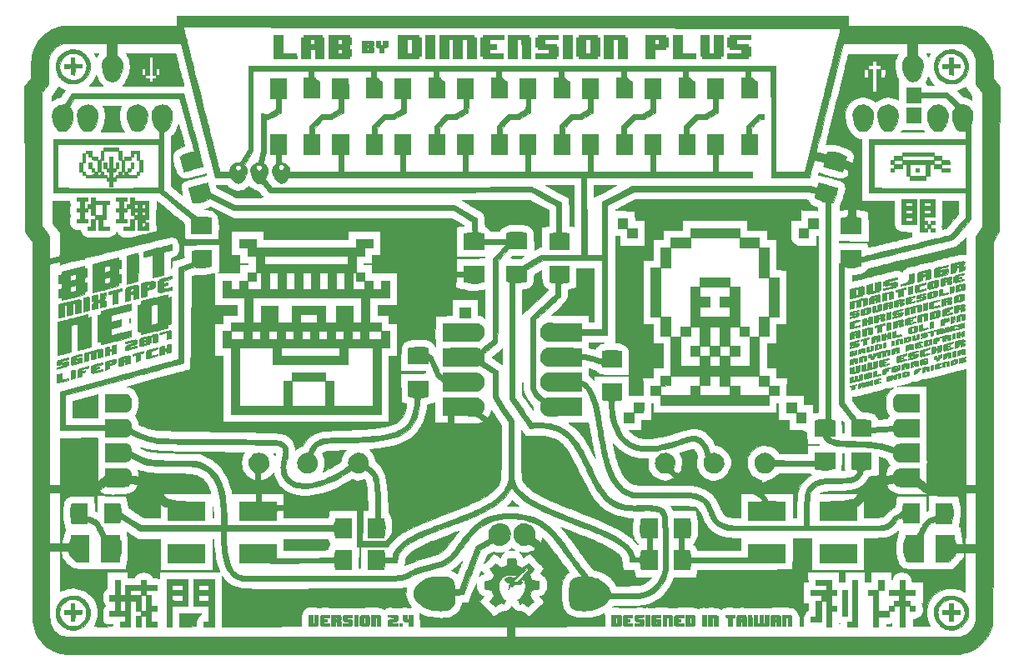
<source format=gbr>
G04 #@! TF.FileFunction,Copper,L1,Top,Signal*
%FSLAX46Y46*%
G04 Gerber Fmt 4.6, Leading zero omitted, Abs format (unit mm)*
G04 Created by KiCad (PCBNEW 4.0.7-e0-6372~58~ubuntu16.04.1) date Fri Jul 21 22:06:20 2017*
%MOMM*%
%LPD*%
G01*
G04 APERTURE LIST*
%ADD10C,0.100000*%
%ADD11C,0.010000*%
%ADD12C,1.200000*%
%ADD13C,1.400000*%
%ADD14C,1.000000*%
%ADD15C,0.600000*%
%ADD16C,0.250000*%
G04 APERTURE END LIST*
D10*
D11*
G36*
X126199153Y-29938459D02*
X126204237Y-30026331D01*
X126208477Y-30142476D01*
X126211474Y-30272833D01*
X126212834Y-30403344D01*
X126212873Y-30424877D01*
X126213000Y-30736671D01*
X131901542Y-30743468D01*
X132487197Y-30744141D01*
X133032086Y-30744733D01*
X133537774Y-30745277D01*
X134005828Y-30745806D01*
X134437814Y-30746355D01*
X134835299Y-30746956D01*
X135199849Y-30747642D01*
X135533030Y-30748448D01*
X135836409Y-30749406D01*
X136111552Y-30750550D01*
X136360026Y-30751914D01*
X136583396Y-30753530D01*
X136783230Y-30755432D01*
X136961093Y-30757654D01*
X137118552Y-30760228D01*
X137257174Y-30763189D01*
X137378524Y-30766569D01*
X137484169Y-30770403D01*
X137575675Y-30774723D01*
X137654609Y-30779562D01*
X137722537Y-30784955D01*
X137781026Y-30790935D01*
X137831642Y-30797534D01*
X137875950Y-30804787D01*
X137915519Y-30812727D01*
X137951913Y-30821386D01*
X137986699Y-30830800D01*
X138021445Y-30841000D01*
X138057715Y-30852021D01*
X138097076Y-30863895D01*
X138140417Y-30876465D01*
X138511375Y-31002786D01*
X138864343Y-31166292D01*
X139197035Y-31364856D01*
X139507167Y-31596350D01*
X139792454Y-31858648D01*
X140050610Y-32149622D01*
X140279351Y-32467144D01*
X140476391Y-32809088D01*
X140639445Y-33173326D01*
X140656885Y-33219143D01*
X140710626Y-33369875D01*
X140756243Y-33514823D01*
X140794349Y-33659027D01*
X140825557Y-33807526D01*
X140850481Y-33965359D01*
X140869735Y-34137565D01*
X140883932Y-34329183D01*
X140893687Y-34545253D01*
X140899613Y-34790812D01*
X140902324Y-35070901D01*
X140902667Y-35237189D01*
X140902667Y-36085888D01*
X141231099Y-36523330D01*
X141559532Y-36960771D01*
X141545090Y-44295651D01*
X141530648Y-51630530D01*
X141206074Y-52137057D01*
X140881500Y-52643583D01*
X140881500Y-71785866D01*
X140881483Y-72975464D01*
X140881430Y-74123137D01*
X140881341Y-75229296D01*
X140881216Y-76294350D01*
X140881054Y-77318708D01*
X140880855Y-78302778D01*
X140880618Y-79246971D01*
X140880342Y-80151696D01*
X140880028Y-81017362D01*
X140879675Y-81844378D01*
X140879282Y-82633154D01*
X140878848Y-83384098D01*
X140878374Y-84097621D01*
X140877859Y-84774132D01*
X140877302Y-85414039D01*
X140876702Y-86017752D01*
X140876061Y-86585680D01*
X140875376Y-87118233D01*
X140874647Y-87615820D01*
X140873874Y-88078850D01*
X140873057Y-88507733D01*
X140872194Y-88902878D01*
X140871286Y-89264693D01*
X140870332Y-89593590D01*
X140869331Y-89889975D01*
X140868284Y-90154260D01*
X140867188Y-90386853D01*
X140866045Y-90588164D01*
X140864853Y-90758601D01*
X140863612Y-90898574D01*
X140862322Y-91008493D01*
X140860982Y-91088767D01*
X140859591Y-91139805D01*
X140858493Y-91159366D01*
X140802028Y-91546547D01*
X140710640Y-91914422D01*
X140582131Y-92270544D01*
X140455532Y-92543404D01*
X140256314Y-92889940D01*
X140026432Y-93208366D01*
X139767957Y-93497247D01*
X139482960Y-93755149D01*
X139173512Y-93980636D01*
X138841684Y-94172273D01*
X138489548Y-94328626D01*
X138119176Y-94448260D01*
X137732637Y-94529739D01*
X137553876Y-94553585D01*
X137530268Y-94554505D01*
X137476246Y-94555402D01*
X137391571Y-94556275D01*
X137276008Y-94557126D01*
X137129319Y-94557954D01*
X136951267Y-94558759D01*
X136741617Y-94559541D01*
X136500130Y-94560301D01*
X136226570Y-94561038D01*
X135920701Y-94561753D01*
X135582285Y-94562445D01*
X135211085Y-94563116D01*
X134806866Y-94563764D01*
X134369389Y-94564390D01*
X133898419Y-94564995D01*
X133393717Y-94565577D01*
X132855049Y-94566138D01*
X132282175Y-94566678D01*
X131674861Y-94567196D01*
X131032869Y-94567692D01*
X130355961Y-94568168D01*
X129643903Y-94568622D01*
X128896455Y-94569055D01*
X128113382Y-94569467D01*
X127294447Y-94569858D01*
X126439413Y-94570229D01*
X125548044Y-94570579D01*
X124620101Y-94570908D01*
X123655349Y-94571217D01*
X122653551Y-94571505D01*
X121614469Y-94571773D01*
X120537868Y-94572021D01*
X119423510Y-94572249D01*
X118271158Y-94572457D01*
X117080576Y-94572645D01*
X115851526Y-94572814D01*
X114583772Y-94572962D01*
X113277078Y-94573091D01*
X111931205Y-94573201D01*
X110545918Y-94573291D01*
X109120980Y-94573363D01*
X107656153Y-94573414D01*
X106151201Y-94573447D01*
X104605887Y-94573461D01*
X103019975Y-94573456D01*
X101393226Y-94573433D01*
X99725406Y-94573390D01*
X98016276Y-94573330D01*
X96265600Y-94573250D01*
X94473141Y-94573153D01*
X92638663Y-94573037D01*
X92034959Y-94572995D01*
X90648747Y-94572895D01*
X89272499Y-94572788D01*
X87906829Y-94572675D01*
X86552351Y-94572556D01*
X85209678Y-94572432D01*
X83879425Y-94572301D01*
X82562204Y-94572165D01*
X81258630Y-94572024D01*
X79969315Y-94571878D01*
X78694874Y-94571726D01*
X77435920Y-94571570D01*
X76193067Y-94571408D01*
X74966928Y-94571242D01*
X73758117Y-94571072D01*
X72567248Y-94570897D01*
X71394934Y-94570718D01*
X70241789Y-94570535D01*
X69108426Y-94570348D01*
X67995459Y-94570157D01*
X66903502Y-94569962D01*
X65833168Y-94569764D01*
X64785071Y-94569563D01*
X63759825Y-94569358D01*
X62758043Y-94569151D01*
X61780338Y-94568940D01*
X60827325Y-94568727D01*
X59899617Y-94568511D01*
X58997827Y-94568292D01*
X58122569Y-94568071D01*
X57274458Y-94567848D01*
X56454105Y-94567623D01*
X55662126Y-94567396D01*
X54899133Y-94567168D01*
X54165741Y-94566938D01*
X53462563Y-94566706D01*
X52790211Y-94566473D01*
X52149302Y-94566238D01*
X51540446Y-94566003D01*
X50964259Y-94565767D01*
X50421354Y-94565530D01*
X49912345Y-94565292D01*
X49437845Y-94565054D01*
X48998467Y-94564816D01*
X48594826Y-94564578D01*
X48227535Y-94564339D01*
X47897208Y-94564101D01*
X47604458Y-94563863D01*
X47349898Y-94563625D01*
X47134143Y-94563388D01*
X46957807Y-94563152D01*
X46821501Y-94562916D01*
X46725842Y-94562682D01*
X46671441Y-94562448D01*
X46658084Y-94562274D01*
X46387551Y-94525057D01*
X46148885Y-94480427D01*
X45931865Y-94425516D01*
X45726269Y-94357453D01*
X45521874Y-94273371D01*
X45366917Y-94199911D01*
X45037962Y-94013157D01*
X44733984Y-93793325D01*
X44456426Y-93542525D01*
X44206731Y-93262870D01*
X43986344Y-92956469D01*
X43796708Y-92625434D01*
X43639266Y-92271877D01*
X43515461Y-91897908D01*
X43426737Y-91505638D01*
X43398244Y-91320708D01*
X43396444Y-91303592D01*
X43394712Y-91279521D01*
X43393046Y-91247697D01*
X43391447Y-91207324D01*
X43389912Y-91157606D01*
X43388441Y-91097748D01*
X43387031Y-91026951D01*
X43385682Y-90944421D01*
X43384393Y-90849362D01*
X43383161Y-90740976D01*
X43381986Y-90618467D01*
X43380867Y-90481040D01*
X43379801Y-90327898D01*
X43378789Y-90158245D01*
X43377828Y-89971284D01*
X43376917Y-89766220D01*
X43376055Y-89542256D01*
X43375240Y-89298595D01*
X43374472Y-89034442D01*
X43373749Y-88749001D01*
X43373070Y-88441474D01*
X43372433Y-88111067D01*
X43371837Y-87756981D01*
X43371281Y-87378423D01*
X43370763Y-86974594D01*
X43370283Y-86544699D01*
X43369838Y-86087942D01*
X43369428Y-85603526D01*
X43369052Y-85090655D01*
X43368707Y-84548533D01*
X43368393Y-83976363D01*
X43368108Y-83373350D01*
X43368085Y-83315500D01*
X45102334Y-83315500D01*
X46182003Y-83315500D01*
X46176627Y-80759625D01*
X46171250Y-78203750D01*
X45102334Y-78192440D01*
X45102334Y-83315500D01*
X43368085Y-83315500D01*
X43367852Y-82738697D01*
X43367622Y-82071608D01*
X43367418Y-81371286D01*
X43367238Y-80636936D01*
X43367081Y-79867760D01*
X43366945Y-79062964D01*
X43366830Y-78221750D01*
X43366800Y-77945639D01*
X50162597Y-77945639D01*
X50198923Y-78008612D01*
X50243993Y-78064882D01*
X50314649Y-78129683D01*
X50398357Y-78193132D01*
X50482587Y-78245345D01*
X50525315Y-78265995D01*
X50653196Y-78307079D01*
X50818025Y-78338723D01*
X51020569Y-78360972D01*
X51261591Y-78373874D01*
X51541857Y-78377473D01*
X51862131Y-78371817D01*
X52119084Y-78361986D01*
X52355285Y-78350124D01*
X52554697Y-78337347D01*
X52722864Y-78322714D01*
X52865332Y-78305284D01*
X52987643Y-78284118D01*
X53095344Y-78258275D01*
X53193977Y-78226815D01*
X53289089Y-78188797D01*
X53374518Y-78149051D01*
X53552804Y-78040377D01*
X53718167Y-77898437D01*
X53861591Y-77732119D01*
X53965875Y-77566238D01*
X54005396Y-77489477D01*
X54036075Y-77427482D01*
X54053486Y-77389314D01*
X54055834Y-77382025D01*
X54039559Y-77368695D01*
X53989408Y-77351558D01*
X53903391Y-77330120D01*
X53779518Y-77303887D01*
X53615797Y-77272366D01*
X53606840Y-77270700D01*
X53316596Y-77216791D01*
X53193034Y-77343068D01*
X53152523Y-77384373D01*
X53115855Y-77419355D01*
X53079282Y-77448540D01*
X53039055Y-77472452D01*
X52991426Y-77491617D01*
X52932648Y-77506558D01*
X52858972Y-77517802D01*
X52766651Y-77525873D01*
X52651936Y-77531296D01*
X52511079Y-77534595D01*
X52340332Y-77536297D01*
X52135948Y-77536925D01*
X51894177Y-77537005D01*
X51808325Y-77537000D01*
X51572728Y-77536964D01*
X51375967Y-77536760D01*
X51214545Y-77536246D01*
X51084966Y-77535277D01*
X50983731Y-77533711D01*
X50907345Y-77531404D01*
X50852310Y-77528213D01*
X50815128Y-77523996D01*
X50792304Y-77518607D01*
X50780339Y-77511905D01*
X50775737Y-77503746D01*
X50775000Y-77494667D01*
X50767821Y-77460247D01*
X50757890Y-77452334D01*
X50737030Y-77465445D01*
X50689597Y-77501853D01*
X50621041Y-77557167D01*
X50536815Y-77626994D01*
X50451688Y-77698986D01*
X50162597Y-77945639D01*
X43366800Y-77945639D01*
X43366733Y-77343322D01*
X43366655Y-76426885D01*
X43366592Y-75471641D01*
X43366545Y-74476795D01*
X43366512Y-73441550D01*
X43366490Y-72365110D01*
X43366485Y-71889708D01*
X43366303Y-52697917D01*
X42974902Y-52181001D01*
X42583500Y-51664085D01*
X42583494Y-48191084D01*
X42583413Y-47764109D01*
X42583179Y-47300325D01*
X42582801Y-46805257D01*
X42582286Y-46284428D01*
X42581646Y-45743364D01*
X42580887Y-45187588D01*
X42580020Y-44622624D01*
X42579053Y-44053998D01*
X42577996Y-43487232D01*
X42576857Y-42927852D01*
X42575645Y-42381381D01*
X42574369Y-41853345D01*
X42573039Y-41349267D01*
X42571662Y-40874671D01*
X42571538Y-40834000D01*
X42561379Y-37531613D01*
X44314198Y-37531613D01*
X44316615Y-42924015D01*
X44316892Y-43418594D01*
X44317274Y-43912359D01*
X44317757Y-44402867D01*
X44318333Y-44887678D01*
X44318998Y-45364349D01*
X44319745Y-45830440D01*
X44320568Y-46283508D01*
X44321462Y-46721113D01*
X44322421Y-47140811D01*
X44323438Y-47540162D01*
X44324508Y-47916725D01*
X44325625Y-48268057D01*
X44326784Y-48591716D01*
X44327977Y-48885263D01*
X44329200Y-49146253D01*
X44330446Y-49372248D01*
X44331710Y-49560803D01*
X44332985Y-49709479D01*
X44332991Y-49710089D01*
X44346949Y-51103762D01*
X44724641Y-51602790D01*
X45102334Y-52101819D01*
X45102334Y-53241243D01*
X45102558Y-53503972D01*
X45103269Y-53726858D01*
X45104521Y-53912388D01*
X45106369Y-54063050D01*
X45108869Y-54181331D01*
X45112074Y-54269718D01*
X45116039Y-54330701D01*
X45120821Y-54366766D01*
X45126473Y-54380400D01*
X45127491Y-54380667D01*
X45152581Y-54375664D01*
X45211595Y-54361841D01*
X45297475Y-54340978D01*
X45403159Y-54314856D01*
X45521587Y-54285255D01*
X45645700Y-54253953D01*
X45768437Y-54222733D01*
X45882739Y-54193373D01*
X45981544Y-54167654D01*
X46057793Y-54147356D01*
X46102459Y-54134849D01*
X46110365Y-54130433D01*
X46117062Y-54120107D01*
X46122650Y-54100616D01*
X46127229Y-54068703D01*
X46130896Y-54021114D01*
X46133752Y-53954594D01*
X46135896Y-53865888D01*
X46137427Y-53751740D01*
X46138445Y-53608896D01*
X46139049Y-53434099D01*
X46139338Y-53224095D01*
X46139412Y-52975630D01*
X46139410Y-52924032D01*
X46139321Y-51724250D01*
X45768994Y-51254902D01*
X45398667Y-50785555D01*
X45398667Y-48538187D01*
X46249246Y-48543718D01*
X47099826Y-48549250D01*
X47124383Y-48645530D01*
X47147872Y-48718107D01*
X47176815Y-48782798D01*
X47185902Y-48798222D01*
X47205569Y-48831998D01*
X47210517Y-48861474D01*
X47199349Y-48900486D01*
X47170666Y-48962870D01*
X47168905Y-48966525D01*
X47116543Y-49110753D01*
X47085917Y-49273758D01*
X47076765Y-49444909D01*
X47088824Y-49613571D01*
X47121833Y-49769113D01*
X47175530Y-49900901D01*
X47192618Y-49929608D01*
X47207804Y-49960197D01*
X47207996Y-49992483D01*
X47191167Y-50039532D01*
X47167936Y-50088736D01*
X47116218Y-50230345D01*
X47084661Y-50395278D01*
X47075209Y-50568644D01*
X47086304Y-50713542D01*
X47126932Y-50896201D01*
X47192953Y-51050900D01*
X47288472Y-51186269D01*
X47334635Y-51235714D01*
X47447246Y-51334967D01*
X47564983Y-51409020D01*
X47696924Y-51461537D01*
X47852146Y-51496180D01*
X48028664Y-51515817D01*
X48213910Y-51529511D01*
X48236971Y-51616297D01*
X48302131Y-51781501D01*
X48402836Y-51929687D01*
X48534250Y-52056545D01*
X48691536Y-52157769D01*
X48869858Y-52229048D01*
X48946323Y-52248280D01*
X48999635Y-52254793D01*
X49089856Y-52260396D01*
X49211569Y-52265091D01*
X49359361Y-52268881D01*
X49527815Y-52271768D01*
X49711517Y-52273753D01*
X49905051Y-52274840D01*
X50103002Y-52275029D01*
X50299955Y-52274324D01*
X50490496Y-52272727D01*
X50669207Y-52270239D01*
X50830676Y-52266863D01*
X50969485Y-52262601D01*
X51080221Y-52257455D01*
X51157467Y-52251427D01*
X51185510Y-52247383D01*
X51377412Y-52189062D01*
X51547463Y-52098248D01*
X51691538Y-51978089D01*
X51805510Y-51831732D01*
X51856384Y-51735662D01*
X51890017Y-51660750D01*
X51948100Y-51774641D01*
X52028890Y-51898838D01*
X52136309Y-52015457D01*
X52256788Y-52110852D01*
X52317725Y-52146346D01*
X52409498Y-52188143D01*
X52502873Y-52219456D01*
X52606336Y-52241771D01*
X52728375Y-52256573D01*
X52877477Y-52265345D01*
X53018667Y-52268969D01*
X53367917Y-52274584D01*
X53374773Y-52272807D01*
X55521638Y-52272807D01*
X55536119Y-52277816D01*
X55584877Y-52281851D01*
X55659859Y-52284444D01*
X55735056Y-52285167D01*
X55960834Y-52285167D01*
X55960834Y-52221667D01*
X55956236Y-52177209D01*
X55945160Y-52158591D01*
X55944959Y-52158591D01*
X55913264Y-52164150D01*
X55853972Y-52178105D01*
X55777978Y-52197515D01*
X55696180Y-52219440D01*
X55619475Y-52240941D01*
X55558761Y-52259076D01*
X55524935Y-52270906D01*
X55521638Y-52272807D01*
X53374773Y-52272807D01*
X54654175Y-51941209D01*
X54880003Y-51882728D01*
X55093600Y-51827513D01*
X55291458Y-51776463D01*
X55470072Y-51730478D01*
X55625934Y-51690459D01*
X55755538Y-51657305D01*
X55855377Y-51631917D01*
X55921945Y-51615195D01*
X55951735Y-51608038D01*
X55952963Y-51607834D01*
X55958283Y-51587891D01*
X55961248Y-51532803D01*
X55962100Y-51449677D01*
X55961083Y-51345619D01*
X55958441Y-51227738D01*
X55954417Y-51103141D01*
X55949255Y-50978935D01*
X55943197Y-50862229D01*
X55936489Y-50760129D01*
X55929372Y-50679743D01*
X55922091Y-50628178D01*
X55919011Y-50616742D01*
X55904604Y-50564345D01*
X55904450Y-50507982D01*
X55918591Y-50430074D01*
X55919459Y-50426242D01*
X55927491Y-50373539D01*
X55934493Y-50289465D01*
X55940533Y-50172093D01*
X55945682Y-50019494D01*
X55950007Y-49829743D01*
X55953578Y-49600912D01*
X55955628Y-49420379D01*
X55957901Y-49202963D01*
X55960101Y-49024196D01*
X55962415Y-48880394D01*
X55965026Y-48767875D01*
X55968122Y-48682956D01*
X55971887Y-48621951D01*
X55976506Y-48581179D01*
X55982165Y-48556956D01*
X55989048Y-48545598D01*
X55997342Y-48543423D01*
X55999721Y-48543899D01*
X56022669Y-48558965D01*
X56074703Y-48598551D01*
X56152482Y-48659955D01*
X56252670Y-48740480D01*
X56371929Y-48837425D01*
X56506918Y-48948092D01*
X56654301Y-49069780D01*
X56807538Y-49197121D01*
X57041714Y-49391800D01*
X57273012Y-49583066D01*
X57497907Y-49768058D01*
X57712877Y-49943913D01*
X57914397Y-50107770D01*
X58098945Y-50256769D01*
X58262997Y-50388046D01*
X58403030Y-50498742D01*
X58515520Y-50585994D01*
X58548459Y-50611011D01*
X58611616Y-50660035D01*
X58647985Y-50695817D01*
X58664949Y-50730101D01*
X58669894Y-50774632D01*
X58670167Y-50804566D01*
X58670167Y-50906378D01*
X58730438Y-50889093D01*
X58790708Y-50871808D01*
X58804521Y-51222034D01*
X58809601Y-51375762D01*
X58813876Y-51552420D01*
X58816962Y-51732605D01*
X58818477Y-51896915D01*
X58818566Y-51934006D01*
X58819435Y-52060121D01*
X58821686Y-52177364D01*
X58825039Y-52276644D01*
X58829209Y-52348869D01*
X58832371Y-52377909D01*
X58845943Y-52460067D01*
X60530763Y-52444513D01*
X60793864Y-52442022D01*
X61044501Y-52439527D01*
X61279484Y-52437068D01*
X61495623Y-52434683D01*
X61689728Y-52432412D01*
X61858607Y-52430294D01*
X61999072Y-52428368D01*
X62107933Y-52426672D01*
X62181998Y-52425247D01*
X62218078Y-52424131D01*
X62221156Y-52423810D01*
X62227449Y-52399025D01*
X62235674Y-52338630D01*
X62245309Y-52249278D01*
X62255835Y-52137620D01*
X62266731Y-52010309D01*
X62277476Y-51873998D01*
X62287551Y-51735338D01*
X62296434Y-51600983D01*
X62303606Y-51477583D01*
X62308545Y-51371792D01*
X62310731Y-51290263D01*
X62310793Y-51278135D01*
X62305757Y-51047071D01*
X62291237Y-50819792D01*
X62268211Y-50603011D01*
X62237660Y-50403440D01*
X62200562Y-50227792D01*
X62157897Y-50082780D01*
X62124474Y-50001503D01*
X62037529Y-49861093D01*
X61921315Y-49728816D01*
X61787694Y-49616526D01*
X61667483Y-49544781D01*
X61579065Y-49504657D01*
X61496360Y-49473171D01*
X61409016Y-49447548D01*
X61306678Y-49425011D01*
X61178994Y-49402786D01*
X61082451Y-49387929D01*
X60847605Y-49352891D01*
X61138998Y-49254798D01*
X61430392Y-49156704D01*
X62590204Y-49736686D01*
X63750016Y-50316667D01*
X86002317Y-50316667D01*
X86580937Y-50671209D01*
X86721497Y-50757684D01*
X86849762Y-50837269D01*
X86961448Y-50907251D01*
X87052270Y-50964919D01*
X87117944Y-51007561D01*
X87154184Y-51032465D01*
X87160029Y-51037689D01*
X87140252Y-51044005D01*
X87084920Y-51054462D01*
X87000493Y-51068026D01*
X86893433Y-51083661D01*
X86770200Y-51100333D01*
X86763625Y-51101189D01*
X86366750Y-51152750D01*
X86361320Y-52693744D01*
X86355890Y-54234737D01*
X87747737Y-54226284D01*
X87988154Y-54224585D01*
X88217170Y-54222507D01*
X88431094Y-54220113D01*
X88626232Y-54217465D01*
X88798894Y-54214626D01*
X88945387Y-54211659D01*
X89062018Y-54208628D01*
X89145097Y-54205596D01*
X89190929Y-54202625D01*
X89197792Y-54201531D01*
X89238120Y-54193961D01*
X89253594Y-54209691D01*
X89256000Y-54251199D01*
X89254513Y-54297186D01*
X89250913Y-54317972D01*
X89250709Y-54318056D01*
X89229209Y-54318769D01*
X89168889Y-54320535D01*
X89073244Y-54323256D01*
X88945772Y-54326834D01*
X88789969Y-54331174D01*
X88609333Y-54336176D01*
X88407359Y-54341744D01*
X88187545Y-54347782D01*
X87953387Y-54354190D01*
X87842776Y-54357210D01*
X87603143Y-54363869D01*
X87376191Y-54370411D01*
X87165425Y-54376719D01*
X86974351Y-54382678D01*
X86806475Y-54388171D01*
X86665303Y-54393082D01*
X86554341Y-54397296D01*
X86477095Y-54400695D01*
X86437071Y-54403164D01*
X86432132Y-54403947D01*
X86429634Y-54426428D01*
X86426419Y-54485978D01*
X86422676Y-54577340D01*
X86418597Y-54695261D01*
X86414371Y-54834484D01*
X86410189Y-54989754D01*
X86408708Y-55049553D01*
X86393288Y-55686689D01*
X86549352Y-55700123D01*
X86640742Y-55707423D01*
X86755769Y-55715806D01*
X86875804Y-55723940D01*
X86932959Y-55727563D01*
X87160500Y-55741568D01*
X87160500Y-55163834D01*
X89171334Y-55163834D01*
X89171334Y-56728466D01*
X89034815Y-56770632D01*
X88720955Y-56847265D01*
X88396518Y-56886129D01*
X88059531Y-56887203D01*
X87708022Y-56850467D01*
X87340019Y-56775900D01*
X87247573Y-56751982D01*
X87160500Y-56728535D01*
X87160500Y-56270865D01*
X86923222Y-56256453D01*
X86807168Y-56249055D01*
X86687872Y-56240869D01*
X86582804Y-56233118D01*
X86533530Y-56229158D01*
X86381116Y-56216275D01*
X86369346Y-56330346D01*
X86365199Y-56385994D01*
X86360400Y-56475664D01*
X86355307Y-56591054D01*
X86350280Y-56723866D01*
X86345677Y-56865798D01*
X86344647Y-56901308D01*
X86331717Y-57358200D01*
X86698484Y-57437522D01*
X86845967Y-57470008D01*
X87005757Y-57506189D01*
X87162258Y-57542473D01*
X87299871Y-57575266D01*
X87351000Y-57587809D01*
X87468380Y-57615630D01*
X87583473Y-57640579D01*
X87683898Y-57660118D01*
X87757274Y-57671708D01*
X87763750Y-57672452D01*
X87852508Y-57677101D01*
X87974367Y-57676517D01*
X88121216Y-57671357D01*
X88284940Y-57662280D01*
X88457426Y-57649943D01*
X88630561Y-57635005D01*
X88796232Y-57618123D01*
X88946326Y-57599956D01*
X89072728Y-57581162D01*
X89167327Y-57562398D01*
X89188078Y-57556935D01*
X89256000Y-57537455D01*
X89256000Y-60460081D01*
X89068009Y-60288457D01*
X88880018Y-60116834D01*
X88599834Y-60116834D01*
X88599834Y-58550500D01*
X85996334Y-58550500D01*
X85996334Y-60152504D01*
X85631209Y-60166354D01*
X85494209Y-60170640D01*
X85328387Y-60174394D01*
X85147255Y-60177395D01*
X84964322Y-60179424D01*
X84793099Y-60180259D01*
X84776847Y-60180269D01*
X84287611Y-60180334D01*
X84274577Y-60397292D01*
X84271013Y-60467580D01*
X84266496Y-60574042D01*
X84261245Y-60710537D01*
X84255479Y-60870921D01*
X84249419Y-61049053D01*
X84243285Y-61238790D01*
X84237297Y-61433989D01*
X84236495Y-61460971D01*
X84229680Y-61707691D01*
X84225028Y-61917357D01*
X84222538Y-62095194D01*
X84222208Y-62246424D01*
X84224036Y-62376273D01*
X84228019Y-62489963D01*
X84234157Y-62592720D01*
X84236058Y-62617692D01*
X84245369Y-62752117D01*
X84252963Y-62894548D01*
X84258105Y-63028763D01*
X84260059Y-63138541D01*
X84260053Y-63146805D01*
X84259439Y-63365917D01*
X84183091Y-63222776D01*
X84067193Y-63049666D01*
X83918820Y-62902461D01*
X83739859Y-62782340D01*
X83532195Y-62690479D01*
X83297716Y-62628058D01*
X83206564Y-62612943D01*
X83114046Y-62604208D01*
X82987540Y-62598443D01*
X82835151Y-62595479D01*
X82664983Y-62595147D01*
X82485140Y-62597280D01*
X82303728Y-62601710D01*
X82128849Y-62608267D01*
X81968610Y-62616784D01*
X81831115Y-62627093D01*
X81724467Y-62639025D01*
X81691228Y-62644405D01*
X81471187Y-62698213D01*
X81286367Y-62773085D01*
X81133822Y-62871772D01*
X81010604Y-62997025D01*
X80913768Y-63151597D01*
X80840366Y-63338239D01*
X80805226Y-63471750D01*
X80795567Y-63517747D01*
X80787393Y-63564922D01*
X80780537Y-63617338D01*
X80774831Y-63679057D01*
X80770108Y-63754143D01*
X80766201Y-63846659D01*
X80762943Y-63960666D01*
X80760167Y-64100229D01*
X80757705Y-64269409D01*
X80755390Y-64472269D01*
X80753056Y-64712873D01*
X80752743Y-64747042D01*
X80742860Y-65831834D01*
X83219359Y-65831834D01*
X83240431Y-65890042D01*
X83261430Y-65946528D01*
X83276516Y-65985292D01*
X83277815Y-65992948D01*
X83272966Y-65999473D01*
X83258886Y-66004956D01*
X83232493Y-66009488D01*
X83190704Y-66013159D01*
X83130435Y-66016058D01*
X83048604Y-66018277D01*
X82942128Y-66019905D01*
X82807924Y-66021032D01*
X82642908Y-66021748D01*
X82443999Y-66022143D01*
X82208113Y-66022307D01*
X82008681Y-66022334D01*
X80725834Y-66022334D01*
X80725781Y-66196959D01*
X80726467Y-66252670D01*
X80728452Y-66342647D01*
X80731591Y-66462623D01*
X80735738Y-66608335D01*
X80740750Y-66775515D01*
X80746480Y-66959897D01*
X80752785Y-67157218D01*
X80759518Y-67363209D01*
X80766536Y-67573607D01*
X80773692Y-67784145D01*
X80780843Y-67990557D01*
X80787843Y-68188579D01*
X80794548Y-68373943D01*
X80800812Y-68542385D01*
X80806491Y-68689639D01*
X80811439Y-68811439D01*
X80815512Y-68903520D01*
X80818564Y-68961615D01*
X80820390Y-68981445D01*
X80842229Y-68988949D01*
X80896974Y-69004607D01*
X80976496Y-69026167D01*
X81072666Y-69051381D01*
X81078024Y-69052764D01*
X81176227Y-69079007D01*
X81259472Y-69102973D01*
X81319130Y-69122061D01*
X81346574Y-69133667D01*
X81346805Y-69133868D01*
X81351687Y-69162555D01*
X81346711Y-69224709D01*
X81333367Y-69313013D01*
X81313147Y-69420148D01*
X81287542Y-69538799D01*
X81258042Y-69661647D01*
X81226139Y-69781376D01*
X81193323Y-69890669D01*
X81191396Y-69896616D01*
X81101176Y-70142779D01*
X80997842Y-70362868D01*
X80878654Y-70558766D01*
X80740870Y-70732361D01*
X80581750Y-70885537D01*
X80398554Y-71020180D01*
X80188541Y-71138176D01*
X79948971Y-71241411D01*
X79677103Y-71331769D01*
X79370195Y-71411137D01*
X79025509Y-71481400D01*
X78842000Y-71513075D01*
X78604661Y-71549666D01*
X78354561Y-71583584D01*
X78088855Y-71615043D01*
X77804700Y-71644254D01*
X77499254Y-71671430D01*
X77169672Y-71696784D01*
X76813111Y-71720528D01*
X76426728Y-71742874D01*
X76007680Y-71764036D01*
X75553123Y-71784225D01*
X75060213Y-71803654D01*
X74852084Y-71811246D01*
X74472421Y-71825158D01*
X74132095Y-71838655D01*
X73828121Y-71852273D01*
X73557512Y-71866544D01*
X73317282Y-71882005D01*
X73104446Y-71899190D01*
X72916019Y-71918633D01*
X72749013Y-71940868D01*
X72600444Y-71966432D01*
X72467326Y-71995857D01*
X72346673Y-72029679D01*
X72235499Y-72068432D01*
X72130818Y-72112652D01*
X72029645Y-72162871D01*
X71928994Y-72219626D01*
X71825879Y-72283451D01*
X71717314Y-72354880D01*
X71681716Y-72378901D01*
X71443856Y-72563554D01*
X71222707Y-72781894D01*
X71025099Y-73026446D01*
X70870830Y-73266625D01*
X70830146Y-73334255D01*
X70795561Y-73384595D01*
X70773382Y-73408635D01*
X70770819Y-73409500D01*
X70732084Y-73419997D01*
X70666271Y-73448380D01*
X70582132Y-73489988D01*
X70488420Y-73540158D01*
X70393885Y-73594229D01*
X70307280Y-73647540D01*
X70246214Y-73688935D01*
X70085345Y-73805269D01*
X70059516Y-73636538D01*
X70003095Y-73372863D01*
X69917556Y-73137499D01*
X69800158Y-72925647D01*
X69648156Y-72732505D01*
X69458808Y-72553273D01*
X69424776Y-72525496D01*
X69295505Y-72433002D01*
X69147216Y-72344586D01*
X68996152Y-72269160D01*
X68861917Y-72216702D01*
X68812819Y-72201870D01*
X68759933Y-72187880D01*
X68701802Y-72174679D01*
X68636971Y-72162213D01*
X68563987Y-72150426D01*
X68481392Y-72139267D01*
X68387733Y-72128681D01*
X68281554Y-72118613D01*
X68161400Y-72109011D01*
X68025816Y-72099820D01*
X67873347Y-72090986D01*
X67702538Y-72082456D01*
X67511934Y-72074175D01*
X67300079Y-72066090D01*
X67065518Y-72058147D01*
X66806797Y-72050291D01*
X66522460Y-72042470D01*
X66211052Y-72034628D01*
X65871119Y-72026713D01*
X65501204Y-72018670D01*
X65099853Y-72010445D01*
X64665611Y-72001985D01*
X64197022Y-71993236D01*
X63692632Y-71984143D01*
X63150985Y-71974653D01*
X62570626Y-71964713D01*
X61950101Y-71954267D01*
X61633500Y-71948990D01*
X61059428Y-71939345D01*
X60525925Y-71930146D01*
X60031234Y-71921333D01*
X59573593Y-71912849D01*
X59151242Y-71904633D01*
X58762423Y-71896626D01*
X58405375Y-71888769D01*
X58078337Y-71881002D01*
X57779551Y-71873267D01*
X57507257Y-71865503D01*
X57259693Y-71857653D01*
X57035102Y-71849656D01*
X56831722Y-71841453D01*
X56647793Y-71832985D01*
X56481557Y-71824193D01*
X56331252Y-71815018D01*
X56195120Y-71805399D01*
X56071400Y-71795278D01*
X55958332Y-71784596D01*
X55854157Y-71773294D01*
X55757114Y-71761311D01*
X55665444Y-71748589D01*
X55660218Y-71747822D01*
X55529480Y-71727220D01*
X55412040Y-71705039D01*
X55301189Y-71679044D01*
X55190219Y-71646998D01*
X55072420Y-71606664D01*
X54941085Y-71555808D01*
X54789505Y-71492191D01*
X54610972Y-71413579D01*
X54478304Y-71353837D01*
X54149358Y-71204862D01*
X54112213Y-71024408D01*
X54052095Y-70797971D01*
X53970820Y-70603871D01*
X53866039Y-70436522D01*
X53864253Y-70434156D01*
X53764989Y-70303010D01*
X53837534Y-70211336D01*
X53960017Y-70024370D01*
X54056424Y-69808538D01*
X54125477Y-69569287D01*
X54165893Y-69312063D01*
X54176392Y-69042311D01*
X54163012Y-68826917D01*
X54125699Y-68566680D01*
X54072027Y-68341537D01*
X54000239Y-68146847D01*
X53908578Y-67977970D01*
X53795286Y-67830263D01*
X53778889Y-67812385D01*
X53649884Y-67688787D01*
X53514967Y-67590963D01*
X53363802Y-67513082D01*
X53186053Y-67449310D01*
X53086114Y-67421444D01*
X52952478Y-67386878D01*
X56144697Y-66521758D01*
X56502803Y-66424640D01*
X56849833Y-66330394D01*
X57183583Y-66239624D01*
X57501849Y-66152935D01*
X57802426Y-66070932D01*
X58083109Y-65994220D01*
X58341693Y-65923403D01*
X58575975Y-65859086D01*
X58783750Y-65801874D01*
X58962813Y-65752373D01*
X59110960Y-65711186D01*
X59225985Y-65678919D01*
X59305685Y-65656176D01*
X59347856Y-65643563D01*
X59354209Y-65641218D01*
X59358973Y-65617051D01*
X59365024Y-65554237D01*
X59372187Y-65456438D01*
X59380288Y-65327313D01*
X59389153Y-65170525D01*
X59398607Y-64989733D01*
X59408476Y-64788601D01*
X59418586Y-64570788D01*
X59428763Y-64339955D01*
X59438833Y-64099764D01*
X59448621Y-63853876D01*
X59457952Y-63605952D01*
X59466654Y-63359653D01*
X59474550Y-63118640D01*
X59475091Y-63101334D01*
X59477801Y-62995344D01*
X59480597Y-62850130D01*
X59483450Y-62668798D01*
X59486333Y-62454457D01*
X59489215Y-62210215D01*
X59492070Y-61939179D01*
X59494867Y-61644458D01*
X59497580Y-61329159D01*
X59500180Y-60996391D01*
X59502637Y-60649262D01*
X59504924Y-60290878D01*
X59507012Y-59924349D01*
X59508872Y-59552783D01*
X59510039Y-59287758D01*
X59522905Y-56183266D01*
X59609827Y-56151655D01*
X59719025Y-56113463D01*
X59803787Y-56089116D01*
X59878747Y-56076159D01*
X59958542Y-56072140D01*
X60057805Y-56074608D01*
X60067167Y-56075018D01*
X60295945Y-56081626D01*
X60508645Y-56079333D01*
X60715669Y-56067168D01*
X60927423Y-56044157D01*
X61154310Y-56009330D01*
X61406735Y-55961713D01*
X61511792Y-55940004D01*
X61845167Y-55869764D01*
X61845167Y-59100834D01*
X64088834Y-59100834D01*
X64088834Y-60138000D01*
X62691834Y-60138000D01*
X62691834Y-60962605D01*
X62273792Y-60968344D01*
X61855750Y-60974084D01*
X61844906Y-64244334D01*
X62691834Y-64244334D01*
X62691834Y-70975334D01*
X79540500Y-70975334D01*
X79540500Y-64244334D01*
X80387428Y-64244334D01*
X80376584Y-60974084D01*
X79958542Y-60968344D01*
X79540500Y-60962605D01*
X79540500Y-60138000D01*
X78418667Y-60138000D01*
X78418667Y-59100834D01*
X80387428Y-59100834D01*
X80376584Y-55830584D01*
X79111875Y-55825125D01*
X77847167Y-55819667D01*
X77847167Y-54995395D01*
X77429125Y-54989656D01*
X77286322Y-54987514D01*
X77180366Y-54985144D01*
X77105769Y-54981916D01*
X77057048Y-54977199D01*
X77028716Y-54970362D01*
X77015288Y-54960774D01*
X77011279Y-54947804D01*
X77011084Y-54941584D01*
X77012876Y-54927098D01*
X77021912Y-54916244D01*
X77043676Y-54908391D01*
X77083654Y-54902908D01*
X77147331Y-54899165D01*
X77240193Y-54896531D01*
X77367725Y-54894374D01*
X77429125Y-54893511D01*
X77847167Y-54887772D01*
X77847167Y-54063167D01*
X78693834Y-54063167D01*
X78693834Y-51607572D01*
X77058709Y-51612995D01*
X75423584Y-51618417D01*
X75417844Y-52036459D01*
X75412105Y-52454500D01*
X66820228Y-52454500D01*
X66814489Y-52036459D01*
X66808750Y-51618417D01*
X63549084Y-51618417D01*
X63538156Y-54063167D01*
X64385167Y-54063167D01*
X64385167Y-54888667D01*
X65210667Y-54888667D01*
X65210667Y-54994500D01*
X64385167Y-54994500D01*
X64385167Y-55820000D01*
X63258042Y-55818297D01*
X63006391Y-55817756D01*
X62794534Y-55816914D01*
X62619929Y-55815705D01*
X62480038Y-55814065D01*
X62372321Y-55811928D01*
X62294237Y-55809229D01*
X62243247Y-55805903D01*
X62216812Y-55801885D01*
X62212391Y-55797109D01*
X62226167Y-55791838D01*
X62321417Y-55767084D01*
X62326860Y-54364792D01*
X62332302Y-52962500D01*
X61628360Y-52964883D01*
X61389998Y-52965919D01*
X61142522Y-52967418D01*
X60889479Y-52969329D01*
X60634415Y-52971600D01*
X60380878Y-52974181D01*
X60132414Y-52977019D01*
X59892571Y-52980065D01*
X59664895Y-52983267D01*
X59452933Y-52986573D01*
X59260232Y-52989933D01*
X59090340Y-52993295D01*
X58946802Y-52996608D01*
X58833166Y-52999821D01*
X58752979Y-53002883D01*
X58709788Y-53005743D01*
X58703162Y-53007092D01*
X58700958Y-53030724D01*
X58701027Y-53091204D01*
X58703201Y-53183115D01*
X58707310Y-53301045D01*
X58713186Y-53439576D01*
X58720660Y-53593295D01*
X58722563Y-53629771D01*
X58730618Y-53785697D01*
X58737576Y-53927214D01*
X58743205Y-54049001D01*
X58747272Y-54145736D01*
X58749541Y-54212099D01*
X58749781Y-54242770D01*
X58749516Y-54244224D01*
X58728826Y-54251623D01*
X58672819Y-54270332D01*
X58586484Y-54298722D01*
X58474810Y-54335160D01*
X58342786Y-54378015D01*
X58195401Y-54425656D01*
X58141000Y-54443194D01*
X57988820Y-54492540D01*
X57849783Y-54538230D01*
X57728983Y-54578543D01*
X57631516Y-54611755D01*
X57562475Y-54636146D01*
X57526955Y-54649991D01*
X57523428Y-54651982D01*
X57517506Y-54676966D01*
X57510253Y-54736882D01*
X57502357Y-54824376D01*
X57494506Y-54932095D01*
X57489402Y-55015667D01*
X57469697Y-55364917D01*
X57471974Y-54859846D01*
X57474250Y-54354775D01*
X57603624Y-54307942D01*
X57802329Y-54217948D01*
X57966574Y-54103831D01*
X58097415Y-53964505D01*
X58195909Y-53798885D01*
X58254340Y-53638929D01*
X58290620Y-53459247D01*
X58304106Y-53268858D01*
X58295903Y-53076970D01*
X58267117Y-52892796D01*
X58218854Y-52725544D01*
X58152219Y-52584424D01*
X58122363Y-52539637D01*
X57997445Y-52403673D01*
X57848180Y-52297489D01*
X57682784Y-52226832D01*
X57670330Y-52223229D01*
X57628422Y-52212656D01*
X57585341Y-52204974D01*
X57538205Y-52200726D01*
X57484130Y-52200456D01*
X57420235Y-52204707D01*
X57343638Y-52214020D01*
X57251455Y-52228940D01*
X57140805Y-52250009D01*
X57008805Y-52277769D01*
X56852573Y-52312765D01*
X56669225Y-52355538D01*
X56455881Y-52406633D01*
X56209656Y-52466590D01*
X55927670Y-52535955D01*
X55664500Y-52601034D01*
X55409251Y-52664100D01*
X55161463Y-52725035D01*
X54924886Y-52782935D01*
X54703272Y-52836892D01*
X54500374Y-52886004D01*
X54319942Y-52929364D01*
X54165730Y-52966067D01*
X54041488Y-52995209D01*
X53950968Y-53015883D01*
X53899275Y-53026925D01*
X53797621Y-53048656D01*
X53670788Y-53078785D01*
X53534137Y-53113517D01*
X53403030Y-53149056D01*
X53388718Y-53153104D01*
X53268244Y-53185840D01*
X53119617Y-53223894D01*
X52956135Y-53263997D01*
X52791098Y-53302879D01*
X52656276Y-53333237D01*
X52524016Y-53362259D01*
X52403483Y-53388773D01*
X52301662Y-53411238D01*
X52225538Y-53428111D01*
X52182098Y-53437850D01*
X52177292Y-53438959D01*
X52140107Y-53459506D01*
X52129667Y-53481487D01*
X52117290Y-53501781D01*
X52075246Y-53511415D01*
X52029125Y-53513054D01*
X51990691Y-53518279D01*
X51913790Y-53533475D01*
X51800948Y-53558047D01*
X51654690Y-53591396D01*
X51477543Y-53632927D01*
X51272032Y-53682042D01*
X51040684Y-53738145D01*
X50786024Y-53800639D01*
X50510579Y-53868927D01*
X50298750Y-53921862D01*
X48668917Y-54330450D01*
X48656125Y-54458976D01*
X48419104Y-54471847D01*
X48249381Y-54487048D01*
X48047861Y-54515021D01*
X47822491Y-54553951D01*
X47581215Y-54602023D01*
X47331979Y-54657423D01*
X47082726Y-54718335D01*
X46841403Y-54782945D01*
X46615954Y-54849436D01*
X46414325Y-54915995D01*
X46315054Y-54952514D01*
X46239268Y-54981448D01*
X46180521Y-55003407D01*
X46148410Y-55014822D01*
X46145275Y-55015667D01*
X46142610Y-54996158D01*
X46140596Y-54944264D01*
X46139567Y-54869931D01*
X46139500Y-54843865D01*
X46138967Y-54759334D01*
X46135789Y-54709239D01*
X46127594Y-54685683D01*
X46112015Y-54680770D01*
X46091875Y-54685166D01*
X46058180Y-54694051D01*
X45989997Y-54711732D01*
X45893853Y-54736527D01*
X45776275Y-54766752D01*
X45643792Y-54800728D01*
X45573292Y-54818777D01*
X45102333Y-54939286D01*
X45102334Y-66175006D01*
X45102334Y-77410727D01*
X46167232Y-77399417D01*
X46162441Y-75047459D01*
X46157651Y-72695501D01*
X46365534Y-72682543D01*
X46433093Y-72679063D01*
X46534736Y-72674833D01*
X46666698Y-72669954D01*
X46825215Y-72664527D01*
X47006524Y-72658652D01*
X47206859Y-72652430D01*
X47422458Y-72645964D01*
X47649557Y-72639353D01*
X47884391Y-72632698D01*
X48123197Y-72626102D01*
X48362211Y-72619664D01*
X48597669Y-72613485D01*
X48825806Y-72607667D01*
X49042860Y-72602311D01*
X49245065Y-72597518D01*
X49428659Y-72593388D01*
X49589876Y-72590023D01*
X49724954Y-72587523D01*
X49830129Y-72585991D01*
X49901636Y-72585526D01*
X49935711Y-72586229D01*
X49938067Y-72586678D01*
X49942337Y-72610892D01*
X49947069Y-72672381D01*
X49952148Y-72766413D01*
X49957462Y-72888259D01*
X49962894Y-73033188D01*
X49968332Y-73196470D01*
X49973661Y-73373375D01*
X49978766Y-73559173D01*
X49983534Y-73749134D01*
X49987850Y-73938527D01*
X49991600Y-74122622D01*
X49994670Y-74296689D01*
X49996946Y-74455998D01*
X49998312Y-74595819D01*
X49998656Y-74711422D01*
X49997863Y-74798076D01*
X49995818Y-74851050D01*
X49993111Y-74866047D01*
X49988687Y-74887864D01*
X49984704Y-74946997D01*
X49981174Y-75038613D01*
X49978109Y-75157876D01*
X49975520Y-75299951D01*
X49973418Y-75460004D01*
X49971816Y-75633199D01*
X49970725Y-75814702D01*
X49970156Y-75999678D01*
X49970122Y-76183293D01*
X49970633Y-76360711D01*
X49971701Y-76527098D01*
X49973338Y-76677619D01*
X49975555Y-76807438D01*
X49978365Y-76911722D01*
X49981778Y-76985636D01*
X49985806Y-77024344D01*
X49987930Y-77029000D01*
X50008209Y-77015806D01*
X50055897Y-76978753D01*
X50126350Y-76921637D01*
X50214923Y-76848257D01*
X50316974Y-76762407D01*
X50390097Y-76700211D01*
X50461499Y-76639218D01*
X52064352Y-76639218D01*
X52081946Y-76751645D01*
X52132924Y-76855718D01*
X52216255Y-76944440D01*
X52323239Y-77007624D01*
X52394964Y-77022052D01*
X52486316Y-77019201D01*
X52579385Y-77001366D01*
X52656263Y-76970842D01*
X52668094Y-76963434D01*
X52759771Y-76877280D01*
X52819042Y-76771703D01*
X52844536Y-76655205D01*
X52834883Y-76536291D01*
X52788713Y-76423464D01*
X52761461Y-76384149D01*
X52677910Y-76309797D01*
X52573112Y-76263594D01*
X52458187Y-76246827D01*
X52344261Y-76260783D01*
X52242454Y-76306747D01*
X52222178Y-76321774D01*
X52133437Y-76417287D01*
X52081172Y-76525434D01*
X52064352Y-76639218D01*
X50461499Y-76639218D01*
X50775000Y-76371422D01*
X50775000Y-75737834D01*
X52909135Y-75737834D01*
X53041386Y-75806625D01*
X53171354Y-75896483D01*
X53268987Y-76012087D01*
X53331682Y-76149166D01*
X53356838Y-76303452D01*
X53357215Y-76324805D01*
X53360790Y-76383133D01*
X53375364Y-76411996D01*
X53404959Y-76423589D01*
X53442240Y-76430574D01*
X53512330Y-76443500D01*
X53606385Y-76460743D01*
X53715562Y-76480679D01*
X53759500Y-76488682D01*
X53872142Y-76509385D01*
X53973043Y-76528300D01*
X54053355Y-76543741D01*
X54104230Y-76554022D01*
X54114042Y-76556235D01*
X54142265Y-76559832D01*
X54156367Y-76546151D01*
X54161199Y-76505653D01*
X54161667Y-76462567D01*
X54157303Y-76385238D01*
X54145704Y-76282770D01*
X54129106Y-76169428D01*
X54109750Y-76059476D01*
X54089872Y-75967177D01*
X54076476Y-75919609D01*
X54063959Y-75874366D01*
X54062719Y-75850905D01*
X54062844Y-75850767D01*
X54084475Y-75854257D01*
X54138559Y-75868906D01*
X54217391Y-75892481D01*
X54313266Y-75922746D01*
X54332815Y-75929082D01*
X54564245Y-75996785D01*
X54818723Y-76058077D01*
X55077018Y-76108673D01*
X55272917Y-76138497D01*
X55380500Y-76151554D01*
X55491672Y-76163078D01*
X55610219Y-76173224D01*
X55739926Y-76182150D01*
X55884579Y-76190012D01*
X56047963Y-76196967D01*
X56233864Y-76203171D01*
X56446068Y-76208780D01*
X56688360Y-76213953D01*
X56964526Y-76218844D01*
X57278352Y-76223611D01*
X57357834Y-76224728D01*
X57721627Y-76230267D01*
X58046308Y-76236363D01*
X58335095Y-76243227D01*
X58591207Y-76251071D01*
X58817862Y-76260110D01*
X59018280Y-76270554D01*
X59195680Y-76282618D01*
X59353281Y-76296513D01*
X59494301Y-76312453D01*
X59621959Y-76330650D01*
X59739476Y-76351316D01*
X59850068Y-76374665D01*
X59933743Y-76394913D01*
X60181649Y-76479669D01*
X60414103Y-76602851D01*
X60629258Y-76762796D01*
X60825264Y-76957842D01*
X61000272Y-77186325D01*
X61152432Y-77446582D01*
X61190916Y-77525402D01*
X61225670Y-77604923D01*
X61265394Y-77704337D01*
X61307139Y-77815207D01*
X61347957Y-77929100D01*
X61384900Y-78037579D01*
X61415020Y-78132212D01*
X61435369Y-78204562D01*
X61442998Y-78246195D01*
X61443000Y-78246616D01*
X61438989Y-78251436D01*
X61425494Y-78255763D01*
X61400324Y-78259630D01*
X61361289Y-78263070D01*
X61306196Y-78266117D01*
X61232855Y-78268803D01*
X61139075Y-78271160D01*
X61022665Y-78273223D01*
X60881432Y-78275023D01*
X60713187Y-78276594D01*
X60515738Y-78277968D01*
X60286894Y-78279179D01*
X60024464Y-78280258D01*
X59726256Y-78281241D01*
X59390080Y-78282158D01*
X59016925Y-78283036D01*
X56590851Y-78288417D01*
X56760080Y-78500084D01*
X56828027Y-78583946D01*
X56890012Y-78658407D01*
X56939434Y-78715674D01*
X56969695Y-78747951D01*
X56970803Y-78748964D01*
X57005188Y-78765669D01*
X57078148Y-78788399D01*
X57190398Y-78817330D01*
X57342650Y-78852643D01*
X57535619Y-78894514D01*
X57645440Y-78917518D01*
X58278584Y-79048858D01*
X59553875Y-79055856D01*
X60829167Y-79062854D01*
X60829167Y-80944834D01*
X57103834Y-80944834D01*
X57103834Y-79617270D01*
X56865709Y-79570381D01*
X56627584Y-79523493D01*
X56484709Y-79382772D01*
X56341834Y-79242052D01*
X56341834Y-80712000D01*
X54649036Y-80712000D01*
X54220143Y-80433833D01*
X54017170Y-80301680D01*
X53828388Y-80177760D01*
X53656687Y-80064029D01*
X53504957Y-79962440D01*
X53376089Y-79874946D01*
X53272973Y-79803502D01*
X53198499Y-79750060D01*
X53155557Y-79716575D01*
X53147411Y-79708685D01*
X53136408Y-79680458D01*
X53118352Y-79616507D01*
X53094647Y-79522589D01*
X53066697Y-79404461D01*
X53035903Y-79267880D01*
X53004138Y-79120814D01*
X52972455Y-78972736D01*
X52942999Y-78838344D01*
X52917043Y-78723184D01*
X52895858Y-78632802D01*
X52880716Y-78572744D01*
X52872889Y-78548555D01*
X52872865Y-78548527D01*
X52849891Y-78545202D01*
X52788249Y-78540770D01*
X52691585Y-78535390D01*
X52563545Y-78529219D01*
X52407774Y-78522415D01*
X52227920Y-78515138D01*
X52027628Y-78507545D01*
X51810544Y-78499795D01*
X51580315Y-78492045D01*
X51547343Y-78490973D01*
X51309818Y-78483227D01*
X51080442Y-78475647D01*
X50863478Y-78468381D01*
X50663190Y-78461574D01*
X50483839Y-78455375D01*
X50329689Y-78449931D01*
X50205003Y-78445389D01*
X50114044Y-78441898D01*
X50061074Y-78439603D01*
X50060625Y-78439580D01*
X49886000Y-78430685D01*
X49886000Y-80073595D01*
X49801334Y-80040337D01*
X49751455Y-80018548D01*
X49726341Y-79994840D01*
X49717365Y-79954941D01*
X49715987Y-79899164D01*
X49714984Y-79861466D01*
X49712384Y-79789294D01*
X49708455Y-79688801D01*
X49703464Y-79566143D01*
X49697677Y-79427474D01*
X49691361Y-79278947D01*
X49684783Y-79126718D01*
X49678210Y-78976941D01*
X49671909Y-78835769D01*
X49666147Y-78709358D01*
X49661191Y-78603861D01*
X49657307Y-78525433D01*
X49654763Y-78480228D01*
X49654101Y-78472177D01*
X49633395Y-78471057D01*
X49574190Y-78470284D01*
X49480322Y-78469852D01*
X49355622Y-78469756D01*
X49203926Y-78469993D01*
X49029066Y-78470558D01*
X48834877Y-78471446D01*
X48625193Y-78472653D01*
X48494292Y-78473524D01*
X48242006Y-78475354D01*
X48028323Y-78477136D01*
X47849513Y-78479015D01*
X47701846Y-78481139D01*
X47581591Y-78483656D01*
X47485019Y-78486712D01*
X47408400Y-78490455D01*
X47348003Y-78495031D01*
X47300099Y-78500587D01*
X47260958Y-78507271D01*
X47226849Y-78515231D01*
X47194042Y-78524612D01*
X47193329Y-78524828D01*
X47000086Y-78602941D01*
X46833090Y-78710616D01*
X46695769Y-78845121D01*
X46591554Y-79003721D01*
X46590994Y-79004821D01*
X46542972Y-79117234D01*
X46504148Y-79249580D01*
X46473370Y-79407599D01*
X46449485Y-79597035D01*
X46433662Y-79788188D01*
X46420534Y-80067395D01*
X46420647Y-80336691D01*
X46434758Y-80605911D01*
X46463626Y-80884884D01*
X46508011Y-81183444D01*
X46565329Y-81494631D01*
X46672244Y-82033844D01*
X46606945Y-82171964D01*
X46568524Y-82268559D01*
X46536018Y-82377026D01*
X46520002Y-82453471D01*
X46504824Y-82530547D01*
X46479552Y-82634093D01*
X46447715Y-82750498D01*
X46413219Y-82864976D01*
X46379811Y-82974141D01*
X46350453Y-83077393D01*
X46328164Y-83163609D01*
X46315966Y-83221670D01*
X46315513Y-83224785D01*
X46302945Y-83316478D01*
X46689270Y-83310697D01*
X47075595Y-83304917D01*
X47121667Y-83145120D01*
X47150356Y-83058140D01*
X47182774Y-82978689D01*
X47212298Y-82922850D01*
X47214536Y-82919602D01*
X47236981Y-82882538D01*
X47250959Y-82840777D01*
X47258371Y-82783410D01*
X47261115Y-82699523D01*
X47261334Y-82650774D01*
X47261334Y-82447667D01*
X49081667Y-82447667D01*
X49081667Y-85157000D01*
X47741094Y-85157000D01*
X47457056Y-84876542D01*
X47335066Y-84753643D01*
X47241212Y-84652137D01*
X47171511Y-84565844D01*
X47121978Y-84488583D01*
X47088629Y-84414173D01*
X47067478Y-84336433D01*
X47054935Y-84252782D01*
X47039084Y-84109250D01*
X46642209Y-84103491D01*
X46499350Y-84100719D01*
X46393856Y-84099471D01*
X46320803Y-84103252D01*
X46275269Y-84115562D01*
X46252331Y-84139905D01*
X46247066Y-84179782D01*
X46254551Y-84238697D01*
X46269863Y-84320151D01*
X46277612Y-84362887D01*
X46320961Y-84555490D01*
X46382853Y-84731087D01*
X46467646Y-84897616D01*
X46579698Y-85063014D01*
X46723370Y-85235219D01*
X46804434Y-85322199D01*
X46994582Y-85505693D01*
X47178398Y-85651789D01*
X47361022Y-85763836D01*
X47547598Y-85845185D01*
X47660238Y-85879777D01*
X47711642Y-85891555D01*
X47773328Y-85902170D01*
X47847487Y-85911679D01*
X47936306Y-85920139D01*
X48041976Y-85927606D01*
X48166685Y-85934136D01*
X48312622Y-85939787D01*
X48481977Y-85944614D01*
X48676939Y-85948674D01*
X48899697Y-85952024D01*
X49152440Y-85954720D01*
X49437357Y-85956818D01*
X49756637Y-85958375D01*
X50112470Y-85959448D01*
X50507045Y-85960093D01*
X50780956Y-85960307D01*
X51132516Y-85960381D01*
X51443855Y-85960208D01*
X51717087Y-85959762D01*
X51954324Y-85959016D01*
X52157678Y-85957944D01*
X52329263Y-85956520D01*
X52471191Y-85954717D01*
X52585573Y-85952509D01*
X52674524Y-85949869D01*
X52740156Y-85946772D01*
X52784580Y-85943190D01*
X52809910Y-85939098D01*
X52818161Y-85934875D01*
X52828363Y-85896555D01*
X52844328Y-85823315D01*
X52864806Y-85721985D01*
X52888549Y-85599394D01*
X52914309Y-85462371D01*
X52940838Y-85317745D01*
X52966887Y-85172345D01*
X52991208Y-85033001D01*
X53012552Y-84906542D01*
X53029671Y-84799797D01*
X53041317Y-84719595D01*
X53043536Y-84701917D01*
X53051925Y-84604429D01*
X53058727Y-84472050D01*
X53063939Y-84312192D01*
X53067557Y-84132269D01*
X53069576Y-83939692D01*
X53069994Y-83741874D01*
X53068805Y-83546228D01*
X53066007Y-83360167D01*
X53061595Y-83191102D01*
X53055566Y-83046447D01*
X53047915Y-82933614D01*
X53044474Y-82899690D01*
X53029796Y-82789147D01*
X53009262Y-82655577D01*
X52985819Y-82517362D01*
X52966637Y-82414192D01*
X52947324Y-82313036D01*
X52932015Y-82228209D01*
X52922069Y-82167608D01*
X52918847Y-82139132D01*
X52919101Y-82138010D01*
X52937498Y-82147742D01*
X52987149Y-82177866D01*
X53063810Y-82225706D01*
X53163239Y-82288585D01*
X53281195Y-82363825D01*
X53413434Y-82448750D01*
X53495465Y-82501686D01*
X54066417Y-82870773D01*
X55204125Y-82870887D01*
X56341834Y-82871000D01*
X56341834Y-86046000D01*
X61675834Y-86046000D01*
X61675834Y-84458500D01*
X61676115Y-84121092D01*
X61676956Y-83823091D01*
X61678351Y-83564873D01*
X61680295Y-83346815D01*
X61682784Y-83169292D01*
X61685812Y-83032680D01*
X61689375Y-82937355D01*
X61693467Y-82883693D01*
X61697000Y-82871000D01*
X61714985Y-82888474D01*
X61718240Y-82908042D01*
X61720499Y-82950207D01*
X61726731Y-83027572D01*
X61736255Y-83133257D01*
X61748387Y-83260387D01*
X61762445Y-83402082D01*
X61777746Y-83551466D01*
X61793606Y-83701661D01*
X61809344Y-83845789D01*
X61824275Y-83976974D01*
X61824893Y-83982250D01*
X61885296Y-84438077D01*
X61955051Y-84853377D01*
X62034345Y-85228950D01*
X62123363Y-85565600D01*
X62222292Y-85864128D01*
X62313165Y-86085970D01*
X62343437Y-86153898D01*
X62365309Y-86204905D01*
X62374301Y-86228525D01*
X62374334Y-86228845D01*
X62353559Y-86229735D01*
X62292805Y-86230595D01*
X62194424Y-86231421D01*
X62060769Y-86232206D01*
X61894195Y-86232943D01*
X61697054Y-86233628D01*
X61471700Y-86234254D01*
X61220486Y-86234815D01*
X60945766Y-86235307D01*
X60649893Y-86235721D01*
X60335219Y-86236054D01*
X60004100Y-86236299D01*
X59658887Y-86236449D01*
X59305167Y-86236500D01*
X56236000Y-86236500D01*
X56236000Y-86905716D01*
X56082542Y-86857672D01*
X55977013Y-86830310D01*
X55858079Y-86807821D01*
X55769087Y-86796804D01*
X55687518Y-86789459D01*
X55636990Y-86780221D01*
X55606330Y-86764047D01*
X55584362Y-86735892D01*
X55568003Y-86706032D01*
X55508970Y-86616710D01*
X55427104Y-86521606D01*
X55336218Y-86435211D01*
X55250129Y-86372018D01*
X55248911Y-86371300D01*
X55096445Y-86302635D01*
X54920761Y-86257838D01*
X54731560Y-86236748D01*
X54538545Y-86239203D01*
X54351416Y-86265042D01*
X54179875Y-86314105D01*
X54033624Y-86386230D01*
X54025366Y-86391618D01*
X53907432Y-86487108D01*
X53802777Y-86603905D01*
X53729842Y-86718042D01*
X53694913Y-86786834D01*
X53061000Y-86786834D01*
X53061000Y-86236500D01*
X50902000Y-86236500D01*
X50902000Y-87926228D01*
X50801017Y-88000356D01*
X50681036Y-88111256D01*
X50576958Y-88253021D01*
X50516355Y-88368589D01*
X50492031Y-88437010D01*
X50475616Y-88519967D01*
X50465251Y-88628569D01*
X50461814Y-88694590D01*
X50465577Y-88945781D01*
X50499777Y-89169348D01*
X50564960Y-89367648D01*
X50657251Y-89536519D01*
X50726735Y-89639774D01*
X50645008Y-89742595D01*
X50586103Y-89825376D01*
X50539355Y-89912898D01*
X50504244Y-90009857D01*
X50480248Y-90120949D01*
X50466846Y-90250870D01*
X50463517Y-90404317D01*
X50469740Y-90585986D01*
X50484994Y-90800572D01*
X50504392Y-91009584D01*
X50553023Y-91496417D01*
X50880970Y-91509490D01*
X51007319Y-91514360D01*
X51130591Y-91518813D01*
X51239125Y-91522449D01*
X51321263Y-91524867D01*
X51342315Y-91525365D01*
X51475712Y-91528167D01*
X51469315Y-91639292D01*
X51462917Y-91750417D01*
X50536875Y-91755931D01*
X50313311Y-91756820D01*
X50115805Y-91756707D01*
X49946996Y-91755632D01*
X49809518Y-91753635D01*
X49706010Y-91750759D01*
X49639106Y-91747042D01*
X49611444Y-91742526D01*
X49610834Y-91741681D01*
X49620287Y-91715007D01*
X49645438Y-91661383D01*
X49681474Y-91590891D01*
X49694295Y-91566834D01*
X49817707Y-91293410D01*
X49905361Y-90998069D01*
X49957349Y-90680420D01*
X49973785Y-90353417D01*
X49957267Y-90025929D01*
X49906773Y-89722042D01*
X49820896Y-89438311D01*
X49698225Y-89171289D01*
X49537354Y-88917531D01*
X49336872Y-88673591D01*
X49249817Y-88582558D01*
X49009542Y-88369990D01*
X48746786Y-88193281D01*
X48461616Y-88052461D01*
X48154100Y-87947559D01*
X47824303Y-87878606D01*
X47621167Y-87854955D01*
X47411325Y-87851407D01*
X47180033Y-87872339D01*
X46938724Y-87915570D01*
X46698829Y-87978919D01*
X46471782Y-88060202D01*
X46412802Y-88085550D01*
X46209854Y-88176343D01*
X46195863Y-86925963D01*
X46193145Y-86668020D01*
X46190600Y-86397500D01*
X46188281Y-86121943D01*
X46186238Y-85848892D01*
X46184525Y-85585888D01*
X46183192Y-85340471D01*
X46182292Y-85120183D01*
X46181876Y-84932564D01*
X46181853Y-84886762D01*
X46181834Y-84097940D01*
X45647375Y-84103595D01*
X45112917Y-84109250D01*
X45106735Y-87485334D01*
X45105948Y-87994536D01*
X45105518Y-88466263D01*
X45105442Y-88900094D01*
X45105720Y-89295608D01*
X45106350Y-89652384D01*
X45107329Y-89970002D01*
X45108655Y-90248041D01*
X45110328Y-90486081D01*
X45112344Y-90683700D01*
X45114703Y-90840479D01*
X45117403Y-90955995D01*
X45120441Y-91029830D01*
X45122238Y-91052366D01*
X45172940Y-91340979D01*
X45256654Y-91615047D01*
X45371069Y-91869995D01*
X45513876Y-92101250D01*
X45682766Y-92304239D01*
X45817208Y-92428664D01*
X46019346Y-92570877D01*
X46244621Y-92686028D01*
X46482224Y-92769537D01*
X46721343Y-92816825D01*
X46737949Y-92818670D01*
X46765664Y-92819373D01*
X46834832Y-92820074D01*
X46944571Y-92820772D01*
X47094002Y-92821467D01*
X47282243Y-92822157D01*
X47508414Y-92822843D01*
X47771633Y-92823522D01*
X48071020Y-92824195D01*
X48405695Y-92824861D01*
X48774775Y-92825519D01*
X49177382Y-92826168D01*
X49612634Y-92826807D01*
X50079649Y-92827436D01*
X50577549Y-92828055D01*
X51105450Y-92828661D01*
X51662474Y-92829255D01*
X52247739Y-92829836D01*
X52860364Y-92830403D01*
X53499469Y-92830955D01*
X54164172Y-92831492D01*
X54853594Y-92832012D01*
X55566853Y-92832516D01*
X56303068Y-92833001D01*
X57061359Y-92833469D01*
X57840846Y-92833917D01*
X58640646Y-92834346D01*
X59459880Y-92834753D01*
X60297667Y-92835140D01*
X61153125Y-92835504D01*
X62025375Y-92835845D01*
X62913535Y-92836163D01*
X63816725Y-92836456D01*
X64734064Y-92836724D01*
X65664671Y-92836967D01*
X66607665Y-92837183D01*
X67562166Y-92837371D01*
X68527293Y-92837531D01*
X69205875Y-92837626D01*
X91520834Y-92840500D01*
X91520834Y-91761000D01*
X82720183Y-91761000D01*
X82709669Y-91152459D01*
X82706400Y-90993725D01*
X82702375Y-90846842D01*
X82697833Y-90717704D01*
X82693017Y-90612203D01*
X82688165Y-90536234D01*
X82683518Y-90495690D01*
X82682759Y-90492722D01*
X82675491Y-90456863D01*
X82689662Y-90451872D01*
X82696223Y-90454364D01*
X82727400Y-90467923D01*
X82787585Y-90494215D01*
X82867018Y-90528976D01*
X82926300Y-90554945D01*
X83200154Y-90659377D01*
X83504128Y-90747640D01*
X83828628Y-90818230D01*
X84164061Y-90869639D01*
X84500834Y-90900361D01*
X84829353Y-90908889D01*
X85103755Y-90896860D01*
X85233738Y-90884403D01*
X85367178Y-90868355D01*
X85489566Y-90850656D01*
X85586395Y-90833247D01*
X85597894Y-90830764D01*
X85872361Y-90750181D01*
X86121264Y-90637194D01*
X86342992Y-90493370D01*
X86535937Y-90320274D01*
X86698491Y-90119474D01*
X86829046Y-89892535D01*
X86925992Y-89641025D01*
X86962386Y-89501959D01*
X87001140Y-89327834D01*
X87677028Y-89316250D01*
X88041242Y-88356869D01*
X88114068Y-88165568D01*
X88182665Y-87986391D01*
X88245519Y-87823224D01*
X88301115Y-87679952D01*
X88347938Y-87560461D01*
X88384473Y-87468636D01*
X88409204Y-87408362D01*
X88420618Y-87383524D01*
X88420891Y-87383202D01*
X88427698Y-87392869D01*
X88427366Y-87433666D01*
X88424432Y-87461944D01*
X88420590Y-87547832D01*
X88425356Y-87660101D01*
X88437166Y-87784040D01*
X88454457Y-87904937D01*
X88475664Y-88008082D01*
X88486542Y-88046250D01*
X88566489Y-88238818D01*
X88670806Y-88397582D01*
X88801284Y-88524548D01*
X88959717Y-88621721D01*
X89026867Y-88650954D01*
X89089290Y-88676308D01*
X89133438Y-88695651D01*
X89147295Y-88703081D01*
X89138114Y-88721841D01*
X89107748Y-88768624D01*
X89060268Y-88837477D01*
X88999743Y-88922446D01*
X88959127Y-88978321D01*
X88763248Y-89245859D01*
X88920847Y-89408055D01*
X88972352Y-89461159D01*
X89048736Y-89540046D01*
X89145477Y-89640040D01*
X89258053Y-89756464D01*
X89381943Y-89884642D01*
X89512625Y-90019899D01*
X89635422Y-90147042D01*
X89760801Y-90276406D01*
X89877256Y-90395649D01*
X89981469Y-90501444D01*
X90070121Y-90590459D01*
X90139892Y-90659367D01*
X90187466Y-90704837D01*
X90209522Y-90723541D01*
X90210380Y-90723834D01*
X90232816Y-90713161D01*
X90285856Y-90683241D01*
X90364179Y-90637221D01*
X90462464Y-90578248D01*
X90575390Y-90509469D01*
X90639900Y-90469783D01*
X90770276Y-90390650D01*
X90883672Y-90324495D01*
X90975759Y-90273683D01*
X91042207Y-90240579D01*
X91078686Y-90227550D01*
X91082876Y-90227795D01*
X91133554Y-90233528D01*
X91212917Y-90227174D01*
X91309807Y-90210947D01*
X91413067Y-90187063D01*
X91511538Y-90157738D01*
X91589916Y-90127121D01*
X91701324Y-90062115D01*
X91811113Y-89974329D01*
X91907293Y-89874966D01*
X91977873Y-89775229D01*
X91988670Y-89754565D01*
X92020643Y-89688547D01*
X92112059Y-89814080D01*
X92248116Y-89968040D01*
X92405175Y-90085250D01*
X92582943Y-90165548D01*
X92781126Y-90208771D01*
X92833167Y-90213717D01*
X93013084Y-90226737D01*
X93389826Y-90475285D01*
X93502409Y-90548891D01*
X93603690Y-90613842D01*
X93688167Y-90666710D01*
X93750335Y-90704069D01*
X93784689Y-90722492D01*
X93789059Y-90723834D01*
X93808458Y-90709539D01*
X93854984Y-90668631D01*
X93925477Y-90604076D01*
X94016778Y-90518837D01*
X94125726Y-90415881D01*
X94249163Y-90298172D01*
X94383928Y-90168675D01*
X94491816Y-90064360D01*
X94635022Y-89925555D01*
X94770694Y-89794095D01*
X94895420Y-89673285D01*
X95005786Y-89566429D01*
X95098380Y-89476831D01*
X95169787Y-89407794D01*
X95216596Y-89362623D01*
X95232855Y-89347014D01*
X95293627Y-89289142D01*
X95087307Y-89000217D01*
X95019619Y-88904482D01*
X94962215Y-88821469D01*
X94918958Y-88756918D01*
X94893714Y-88716570D01*
X94888951Y-88705629D01*
X94910979Y-88695412D01*
X94961961Y-88673562D01*
X95031661Y-88644453D01*
X95045084Y-88638913D01*
X95202923Y-88551374D01*
X95339678Y-88428899D01*
X95452887Y-88274567D01*
X95540086Y-88091458D01*
X95578072Y-87972167D01*
X95596579Y-87873263D01*
X95609087Y-87745948D01*
X95615445Y-87603055D01*
X95615499Y-87457414D01*
X95609096Y-87321857D01*
X95596084Y-87209215D01*
X95587641Y-87167834D01*
X95518562Y-86967904D01*
X95417560Y-86788369D01*
X95288490Y-86634175D01*
X95135211Y-86510269D01*
X95027995Y-86450009D01*
X94949541Y-86409373D01*
X94908511Y-86379546D01*
X94902026Y-86358373D01*
X94903245Y-86356548D01*
X94922659Y-86331508D01*
X94962714Y-86279742D01*
X95018171Y-86208026D01*
X95083791Y-86123135D01*
X95107754Y-86092126D01*
X95292924Y-85852503D01*
X95137029Y-85689960D01*
X95086601Y-85637544D01*
X95011082Y-85559270D01*
X94914854Y-85459669D01*
X94802301Y-85343273D01*
X94677803Y-85214613D01*
X94545742Y-85078221D01*
X94410501Y-84938627D01*
X94402090Y-84929948D01*
X93823045Y-84332478D01*
X93534481Y-84529569D01*
X93435998Y-84596672D01*
X93348603Y-84655917D01*
X93278782Y-84702931D01*
X93233022Y-84733340D01*
X93219015Y-84742270D01*
X93193012Y-84736674D01*
X93164279Y-84690196D01*
X93158564Y-84676982D01*
X93113452Y-84589805D01*
X93047785Y-84488811D01*
X92972303Y-84388691D01*
X92897743Y-84304140D01*
X92860550Y-84269200D01*
X92815871Y-84230013D01*
X92801899Y-84211976D01*
X92816129Y-84209990D01*
X92833167Y-84213452D01*
X93069671Y-84249882D01*
X93320591Y-84256438D01*
X93575025Y-84234369D01*
X93822069Y-84184928D01*
X94050821Y-84109367D01*
X94156084Y-84061602D01*
X94237615Y-84017482D01*
X94315513Y-83970080D01*
X94381216Y-83925222D01*
X94426161Y-83888735D01*
X94441834Y-83867136D01*
X94425666Y-83849419D01*
X94380704Y-83810894D01*
X94312257Y-83755834D01*
X94225636Y-83688509D01*
X94126612Y-83613538D01*
X93811391Y-83377769D01*
X93645071Y-83433717D01*
X93438172Y-83481802D01*
X93229942Y-83489378D01*
X93025779Y-83457730D01*
X92831081Y-83388144D01*
X92651245Y-83281906D01*
X92514891Y-83164546D01*
X92382037Y-83002074D01*
X92285828Y-82824800D01*
X92225419Y-82637584D01*
X92199968Y-82445287D01*
X92202241Y-82394750D01*
X92854334Y-82394750D01*
X92873389Y-82529347D01*
X92926665Y-82645821D01*
X93008327Y-82739739D01*
X93112538Y-82806666D01*
X93233465Y-82842169D01*
X93365272Y-82841815D01*
X93425834Y-82828984D01*
X93539889Y-82777380D01*
X93629828Y-82697472D01*
X93694099Y-82596772D01*
X93731152Y-82482793D01*
X93739437Y-82363047D01*
X93717402Y-82245046D01*
X93663499Y-82136304D01*
X93586126Y-82052288D01*
X93470928Y-81981118D01*
X93350092Y-81947518D01*
X93229835Y-81948577D01*
X93116375Y-81981388D01*
X93015927Y-82043039D01*
X92934711Y-82130622D01*
X92878941Y-82241227D01*
X92854836Y-82371944D01*
X92854334Y-82394750D01*
X92202241Y-82394750D01*
X92208629Y-82252769D01*
X92250558Y-82064893D01*
X92324912Y-81886517D01*
X92430845Y-81722503D01*
X92567513Y-81577711D01*
X92734072Y-81457003D01*
X92819401Y-81411427D01*
X93022468Y-81335849D01*
X93228153Y-81300817D01*
X93432015Y-81305136D01*
X93629612Y-81347612D01*
X93816501Y-81427050D01*
X93988241Y-81542255D01*
X94140389Y-81692033D01*
X94212233Y-81785989D01*
X94297389Y-81941413D01*
X94357524Y-82118901D01*
X94389936Y-82305460D01*
X94391923Y-82488099D01*
X94378451Y-82585250D01*
X94364147Y-82658657D01*
X94353553Y-82718397D01*
X94349634Y-82745762D01*
X94365275Y-82770594D01*
X94412247Y-82816270D01*
X94486975Y-82879683D01*
X94585880Y-82957729D01*
X94648335Y-83005053D01*
X94745870Y-83077690D01*
X94831248Y-83140619D01*
X94898902Y-83189794D01*
X94943270Y-83221165D01*
X94958673Y-83230834D01*
X94970627Y-83212378D01*
X94991835Y-83163764D01*
X95018549Y-83095120D01*
X95047019Y-83016575D01*
X95073496Y-82938255D01*
X95094231Y-82870291D01*
X95099656Y-82849959D01*
X95123581Y-82754835D01*
X95338466Y-82976959D01*
X95427646Y-83072153D01*
X95525465Y-83182598D01*
X95633980Y-83310876D01*
X95755250Y-83459569D01*
X95891331Y-83631256D01*
X96044281Y-83828519D01*
X96216159Y-84053940D01*
X96409020Y-84310098D01*
X96525546Y-84466044D01*
X96626503Y-84602055D01*
X96736902Y-84751823D01*
X96853966Y-84911496D01*
X96974917Y-85077218D01*
X97096976Y-85245133D01*
X97217365Y-85411388D01*
X97333306Y-85572127D01*
X97442021Y-85723495D01*
X97540732Y-85861637D01*
X97626660Y-85982699D01*
X97697027Y-86082826D01*
X97749056Y-86158162D01*
X97779967Y-86204853D01*
X97785982Y-86214989D01*
X97792510Y-86240185D01*
X97781127Y-86269385D01*
X97746837Y-86310463D01*
X97690073Y-86366170D01*
X97521639Y-86551269D01*
X97372116Y-86767280D01*
X97246731Y-87005052D01*
X97150710Y-87255437D01*
X97119773Y-87364613D01*
X97080902Y-87560196D01*
X97053863Y-87786424D01*
X97038257Y-88035817D01*
X97033688Y-88300897D01*
X97039758Y-88574185D01*
X97056071Y-88848201D01*
X97082228Y-89115466D01*
X97117832Y-89368501D01*
X97162487Y-89599828D01*
X97215794Y-89801966D01*
X97255256Y-89915074D01*
X97359924Y-90124119D01*
X97499409Y-90310551D01*
X97672042Y-90473229D01*
X97876154Y-90611009D01*
X98110079Y-90722751D01*
X98372146Y-90807313D01*
X98635550Y-90859956D01*
X98842333Y-90882127D01*
X99079558Y-90893377D01*
X99336881Y-90894125D01*
X99603956Y-90884790D01*
X99870439Y-90865790D01*
X100125985Y-90837543D01*
X100360250Y-90800468D01*
X100425456Y-90787556D01*
X100565094Y-90754268D01*
X100721009Y-90710292D01*
X100881254Y-90659576D01*
X101033881Y-90606065D01*
X101166941Y-90553707D01*
X101254417Y-90513723D01*
X101322551Y-90480846D01*
X101376760Y-90457455D01*
X101405063Y-90448667D01*
X101412188Y-90469782D01*
X101417915Y-90532971D01*
X101422235Y-90637995D01*
X101425142Y-90784616D01*
X101426626Y-90972597D01*
X101426834Y-91090758D01*
X101426833Y-91732848D01*
X99315459Y-91746912D01*
X98984647Y-91748946D01*
X98618287Y-91750891D01*
X98223163Y-91752727D01*
X97806057Y-91754434D01*
X97373755Y-91755990D01*
X96933041Y-91757374D01*
X96490700Y-91758565D01*
X96053514Y-91759542D01*
X95628269Y-91760285D01*
X95221749Y-91760771D01*
X94840738Y-91760981D01*
X94764625Y-91760988D01*
X92325167Y-91761000D01*
X92325167Y-92840716D01*
X114883542Y-92835317D01*
X137441917Y-92829917D01*
X137647490Y-92773131D01*
X137927765Y-92675001D01*
X138183316Y-92542875D01*
X138412889Y-92377988D01*
X138615228Y-92181576D01*
X138789079Y-91954875D01*
X138933187Y-91699121D01*
X139046298Y-91415548D01*
X139055733Y-91386103D01*
X139114084Y-91200084D01*
X139125404Y-84246834D01*
X138069539Y-84246834D01*
X138062645Y-86245329D01*
X138061510Y-86532575D01*
X138060145Y-86807750D01*
X138058578Y-87067910D01*
X138056840Y-87310112D01*
X138054962Y-87531413D01*
X138052974Y-87728869D01*
X138050907Y-87899537D01*
X138048790Y-88040473D01*
X138046655Y-88148734D01*
X138044531Y-88221376D01*
X138042449Y-88255456D01*
X138041875Y-88257690D01*
X138017447Y-88255742D01*
X137971564Y-88234875D01*
X137946329Y-88219999D01*
X137752516Y-88114210D01*
X137529598Y-88021020D01*
X137290054Y-87945089D01*
X137083149Y-87897685D01*
X136951817Y-87879769D01*
X136793291Y-87868440D01*
X136622222Y-87863884D01*
X136453263Y-87866289D01*
X136301065Y-87875842D01*
X136214250Y-87886577D01*
X135902363Y-87957394D01*
X135606104Y-88066433D01*
X135328486Y-88211534D01*
X135072525Y-88390535D01*
X134841235Y-88601276D01*
X134637631Y-88841596D01*
X134464728Y-89109333D01*
X134436981Y-89160494D01*
X134310481Y-89434907D01*
X134221002Y-89711198D01*
X134166476Y-89997943D01*
X134144833Y-90303721D01*
X134144280Y-90374584D01*
X134162857Y-90703141D01*
X134217609Y-91013103D01*
X134309758Y-91309762D01*
X134416333Y-91551297D01*
X134486347Y-91690843D01*
X134027382Y-91704703D01*
X133856277Y-91709203D01*
X133666002Y-91713099D01*
X133472531Y-91716135D01*
X133291836Y-91718054D01*
X133160447Y-91718615D01*
X132752477Y-91718667D01*
X132758280Y-91364125D01*
X132764084Y-91009584D01*
X132933417Y-90995465D01*
X133135553Y-90961668D01*
X133310453Y-90896042D01*
X133445096Y-90809761D01*
X133533724Y-90731606D01*
X133602344Y-90650768D01*
X133663514Y-90551380D01*
X133689875Y-90500549D01*
X133725450Y-90424237D01*
X133749207Y-90356136D01*
X133763323Y-90284248D01*
X133769977Y-90196575D01*
X133771348Y-90081121D01*
X133771173Y-90052797D01*
X133762561Y-89856176D01*
X133739354Y-89691348D01*
X133700307Y-89549932D01*
X133693984Y-89532780D01*
X133671078Y-89466425D01*
X133667930Y-89429928D01*
X133686936Y-89414539D01*
X133727167Y-89411500D01*
X133790667Y-89411500D01*
X133790667Y-87252500D01*
X132672990Y-87252500D01*
X132658572Y-87120209D01*
X132618246Y-86907425D01*
X132547090Y-86720541D01*
X132446235Y-86561414D01*
X132316814Y-86431904D01*
X132188617Y-86348290D01*
X132070021Y-86295189D01*
X131945763Y-86260498D01*
X131803874Y-86241762D01*
X131644097Y-86236500D01*
X131447334Y-86244728D01*
X131282100Y-86271217D01*
X131140552Y-86318677D01*
X131014844Y-86389817D01*
X130897133Y-86487348D01*
X130885683Y-86498476D01*
X130768457Y-86638886D01*
X130686740Y-86796949D01*
X130645358Y-86935000D01*
X130636390Y-86972005D01*
X130629686Y-86989481D01*
X130624885Y-86983659D01*
X130621625Y-86950771D01*
X130619544Y-86887049D01*
X130618282Y-86788722D01*
X130617476Y-86652024D01*
X130617441Y-86643959D01*
X130615667Y-86236500D01*
X128456667Y-86236500D01*
X128456667Y-87252500D01*
X127906334Y-87252500D01*
X127906334Y-86236500D01*
X125832000Y-86236500D01*
X125832000Y-87252500D01*
X125281667Y-87252500D01*
X125281667Y-86236500D01*
X121998915Y-86236500D01*
X122010116Y-86305292D01*
X122015738Y-86349099D01*
X122024145Y-86426391D01*
X122034450Y-86528480D01*
X122045769Y-86646677D01*
X122053783Y-86733917D01*
X122065375Y-86859231D01*
X122076653Y-86975478D01*
X122086706Y-87073662D01*
X122094620Y-87144789D01*
X122098318Y-87173125D01*
X122110388Y-87252500D01*
X121619834Y-87252500D01*
X121619834Y-89411500D01*
X122085500Y-89411500D01*
X122085500Y-90083734D01*
X121991029Y-90161146D01*
X121852440Y-90295025D01*
X121750219Y-90441871D01*
X121688654Y-90580029D01*
X121671224Y-90631459D01*
X121657781Y-90679161D01*
X121647671Y-90729851D01*
X121640241Y-90790244D01*
X121634839Y-90867055D01*
X121630810Y-90967002D01*
X121627502Y-91096799D01*
X121624740Y-91237125D01*
X121615431Y-91739834D01*
X121249417Y-91739826D01*
X121247014Y-91258288D01*
X121245770Y-91096039D01*
X121243498Y-90968855D01*
X121239668Y-90869469D01*
X121233746Y-90790615D01*
X121225200Y-90725029D01*
X121213496Y-90665443D01*
X121199450Y-90609559D01*
X121129552Y-90408315D01*
X121035767Y-90239268D01*
X120914489Y-90097456D01*
X120762115Y-89977920D01*
X120722541Y-89953205D01*
X120664967Y-89919073D01*
X120613113Y-89890550D01*
X120562656Y-89867140D01*
X120509271Y-89848344D01*
X120448635Y-89833667D01*
X120376423Y-89822612D01*
X120288310Y-89814680D01*
X120179974Y-89809376D01*
X120047089Y-89806202D01*
X119885333Y-89804661D01*
X119690379Y-89804256D01*
X119457906Y-89804491D01*
X119429084Y-89804536D01*
X119228333Y-89804885D01*
X119035579Y-89805289D01*
X118856048Y-89805731D01*
X118694968Y-89806197D01*
X118557563Y-89806669D01*
X118449062Y-89807133D01*
X118374690Y-89807573D01*
X118349584Y-89807806D01*
X118293427Y-89808234D01*
X118200878Y-89808633D01*
X118077880Y-89808998D01*
X117930375Y-89809323D01*
X117764303Y-89809605D01*
X117585606Y-89809838D01*
X117400228Y-89810018D01*
X117214108Y-89810140D01*
X117033190Y-89810199D01*
X116863414Y-89810189D01*
X116710724Y-89810108D01*
X116581060Y-89809949D01*
X116480364Y-89809708D01*
X116414578Y-89809380D01*
X116412834Y-89809366D01*
X116313247Y-89809105D01*
X116206497Y-89809686D01*
X116148250Y-89810445D01*
X116079413Y-89810966D01*
X115980406Y-89810819D01*
X115863385Y-89810060D01*
X115740507Y-89808747D01*
X115714334Y-89808396D01*
X115476838Y-89806148D01*
X115276450Y-89806526D01*
X115114289Y-89809501D01*
X114991474Y-89815046D01*
X114909123Y-89823132D01*
X114879443Y-89829239D01*
X114808772Y-89836326D01*
X114708267Y-89826299D01*
X114678359Y-89820940D01*
X114581713Y-89808012D01*
X114454054Y-89799211D01*
X114306498Y-89794509D01*
X114150161Y-89793877D01*
X113996157Y-89797289D01*
X113855605Y-89804715D01*
X113739618Y-89816127D01*
X113693760Y-89823425D01*
X113589951Y-89849308D01*
X113479362Y-89886169D01*
X113395009Y-89921855D01*
X113257887Y-89989359D01*
X113147319Y-89934477D01*
X113069038Y-89897542D01*
X112994743Y-89867852D01*
X112918758Y-89844732D01*
X112835412Y-89827508D01*
X112739030Y-89815503D01*
X112623939Y-89808043D01*
X112484465Y-89804452D01*
X112314936Y-89804055D01*
X112109677Y-89806177D01*
X112073667Y-89806698D01*
X111948980Y-89807885D01*
X111802530Y-89808265D01*
X111654882Y-89807828D01*
X111555084Y-89806949D01*
X111438113Y-89806256D01*
X111353236Y-89808340D01*
X111290240Y-89814440D01*
X111238915Y-89825797D01*
X111189047Y-89843651D01*
X111163500Y-89854512D01*
X111094030Y-89887305D01*
X111036628Y-89918620D01*
X111011278Y-89935797D01*
X110986413Y-89950775D01*
X110955902Y-89950301D01*
X110907875Y-89932392D01*
X110862742Y-89911003D01*
X110800973Y-89882498D01*
X110739812Y-89858941D01*
X110674569Y-89839868D01*
X110600554Y-89824812D01*
X110513076Y-89813309D01*
X110407446Y-89804892D01*
X110278973Y-89799096D01*
X110122966Y-89795456D01*
X109934737Y-89793506D01*
X109709594Y-89792780D01*
X109671250Y-89792747D01*
X109460999Y-89793338D01*
X109262869Y-89795288D01*
X109082449Y-89798462D01*
X108925327Y-89802727D01*
X108797092Y-89807948D01*
X108703331Y-89813991D01*
X108676417Y-89816645D01*
X108613392Y-89822815D01*
X108545654Y-89826891D01*
X108468184Y-89828771D01*
X108375960Y-89828353D01*
X108263964Y-89825532D01*
X108127175Y-89820206D01*
X107960573Y-89812272D01*
X107759139Y-89801627D01*
X107649834Y-89795592D01*
X107462252Y-89785007D01*
X107282894Y-89774645D01*
X107117356Y-89764850D01*
X106971235Y-89755960D01*
X106850127Y-89748318D01*
X106759630Y-89742264D01*
X106705340Y-89738139D01*
X106702625Y-89737893D01*
X106630397Y-89732322D01*
X106590639Y-89734030D01*
X106573802Y-89745162D01*
X106570334Y-89767612D01*
X106566765Y-89786746D01*
X106551090Y-89800028D01*
X106515849Y-89809396D01*
X106453585Y-89816789D01*
X106356842Y-89824144D01*
X106351345Y-89824519D01*
X106139153Y-89828759D01*
X105940975Y-89813292D01*
X105809933Y-89799744D01*
X105703643Y-89799557D01*
X105625332Y-89809027D01*
X105464448Y-89819239D01*
X105384827Y-89809637D01*
X105317566Y-89802455D01*
X105215658Y-89798346D01*
X105086687Y-89797428D01*
X104938236Y-89799820D01*
X104877000Y-89801666D01*
X104747072Y-89805834D01*
X104626950Y-89809230D01*
X104524983Y-89811653D01*
X104449518Y-89812902D01*
X104411334Y-89812862D01*
X104367774Y-89812479D01*
X104289650Y-89812644D01*
X104184725Y-89813307D01*
X104060762Y-89814417D01*
X103925526Y-89815922D01*
X103903334Y-89816197D01*
X103717518Y-89817724D01*
X103525164Y-89817843D01*
X103330881Y-89816680D01*
X103139274Y-89814358D01*
X102954951Y-89811001D01*
X102782518Y-89806733D01*
X102626585Y-89801678D01*
X102491756Y-89795961D01*
X102382640Y-89789704D01*
X102303844Y-89783033D01*
X102259975Y-89776071D01*
X102252334Y-89771752D01*
X102254867Y-89758249D01*
X102264605Y-89746667D01*
X102284756Y-89736779D01*
X102318526Y-89728356D01*
X102369123Y-89721171D01*
X102439753Y-89714996D01*
X102533624Y-89709603D01*
X102653943Y-89704764D01*
X102803918Y-89700251D01*
X102986755Y-89695838D01*
X103205661Y-89691295D01*
X103450459Y-89686642D01*
X103806683Y-89679594D01*
X104123169Y-89672331D01*
X104402514Y-89664733D01*
X104647312Y-89656681D01*
X104860159Y-89648055D01*
X105043651Y-89638735D01*
X105200383Y-89628603D01*
X105332951Y-89617538D01*
X105443951Y-89605421D01*
X105535978Y-89592132D01*
X105548544Y-89589989D01*
X105841584Y-89519242D01*
X106138937Y-89409981D01*
X106436598Y-89265201D01*
X106730558Y-89087896D01*
X107016812Y-88881059D01*
X107291351Y-88647685D01*
X107550169Y-88390768D01*
X107789258Y-88113302D01*
X108004612Y-87818281D01*
X108083071Y-87696251D01*
X108184957Y-87525143D01*
X108266866Y-87371425D01*
X108336105Y-87220116D01*
X108399980Y-87056238D01*
X108413098Y-87019667D01*
X108491851Y-86797417D01*
X109626592Y-86791941D01*
X109841380Y-86790621D01*
X110042931Y-86788833D01*
X110227368Y-86786649D01*
X110390816Y-86784142D01*
X110529399Y-86781384D01*
X110639239Y-86778446D01*
X110716460Y-86775402D01*
X110757187Y-86772323D01*
X110762655Y-86770775D01*
X110766347Y-86745619D01*
X110775728Y-86685942D01*
X110789638Y-86598999D01*
X110806920Y-86492043D01*
X110820944Y-86405834D01*
X110877910Y-86056584D01*
X112655830Y-86040734D01*
X112901307Y-86038634D01*
X113184530Y-86036367D01*
X113500911Y-86033964D01*
X113845864Y-86031455D01*
X114214801Y-86028869D01*
X114603135Y-86026237D01*
X115006279Y-86023590D01*
X115419645Y-86020956D01*
X115838647Y-86018366D01*
X116258697Y-86015851D01*
X116675208Y-86013440D01*
X117083593Y-86011163D01*
X117479266Y-86009052D01*
X117492334Y-86008984D01*
X120550917Y-85993084D01*
X120556343Y-84410875D01*
X120561770Y-82828667D01*
X122466500Y-82828667D01*
X122466500Y-86046000D01*
X127800500Y-86046000D01*
X127800500Y-82807500D01*
X128165625Y-82807085D01*
X128330389Y-82805865D01*
X128514590Y-82802733D01*
X128711212Y-82797958D01*
X128913242Y-82791811D01*
X129113666Y-82784561D01*
X129305470Y-82776479D01*
X129481640Y-82767835D01*
X129635161Y-82758900D01*
X129759021Y-82749942D01*
X129832500Y-82742889D01*
X130073403Y-82706399D01*
X130290480Y-82653053D01*
X130492233Y-82579014D01*
X130687161Y-82480443D01*
X130883767Y-82353504D01*
X131090552Y-82194359D01*
X131141381Y-82152008D01*
X131208685Y-82096787D01*
X131263237Y-82054994D01*
X131297636Y-82032136D01*
X131305517Y-82029794D01*
X131302999Y-82051950D01*
X131290951Y-82108888D01*
X131270824Y-82194503D01*
X131244066Y-82302693D01*
X131212130Y-82427355D01*
X131200329Y-82472483D01*
X131146804Y-82679220D01*
X131104078Y-82853446D01*
X131070973Y-83003256D01*
X131046308Y-83136741D01*
X131028907Y-83261997D01*
X131017590Y-83387115D01*
X131011179Y-83520190D01*
X131008495Y-83669314D01*
X131008210Y-83791750D01*
X131009362Y-83960456D01*
X131012609Y-84097048D01*
X131018648Y-84211721D01*
X131028179Y-84314672D01*
X131041898Y-84416096D01*
X131057224Y-84507885D01*
X131092636Y-84689164D01*
X131133956Y-84870431D01*
X131178861Y-85043297D01*
X131225029Y-85199374D01*
X131270138Y-85330273D01*
X131311834Y-85427546D01*
X131382544Y-85537148D01*
X131478917Y-85645321D01*
X131587925Y-85739278D01*
X131696538Y-85806234D01*
X131698719Y-85807257D01*
X131748958Y-85829451D01*
X131801010Y-85849399D01*
X131857277Y-85867221D01*
X131920160Y-85883036D01*
X131992061Y-85896962D01*
X132075382Y-85909119D01*
X132172523Y-85919626D01*
X132285888Y-85928602D01*
X132417877Y-85936167D01*
X132570892Y-85942438D01*
X132747335Y-85947537D01*
X132949608Y-85951580D01*
X133180111Y-85954689D01*
X133441248Y-85956981D01*
X133735418Y-85958576D01*
X134065025Y-85959594D01*
X134432469Y-85960152D01*
X134785500Y-85960358D01*
X136806917Y-85960921D01*
X137325500Y-85387327D01*
X137446344Y-85253476D01*
X137559966Y-85127265D01*
X137662797Y-85012687D01*
X137751266Y-84913734D01*
X137821804Y-84834399D01*
X137870839Y-84778675D01*
X137894157Y-84751365D01*
X137916443Y-84721194D01*
X137930130Y-84691372D01*
X137936431Y-84652093D01*
X137936555Y-84593551D01*
X137931715Y-84505937D01*
X137929162Y-84467915D01*
X137914093Y-84246834D01*
X137114640Y-84246834D01*
X137102185Y-84305042D01*
X137084327Y-84379204D01*
X137062636Y-84443308D01*
X137032745Y-84503710D01*
X136990286Y-84566770D01*
X136930890Y-84638846D01*
X136850191Y-84726297D01*
X136743819Y-84835481D01*
X136724142Y-84855375D01*
X136425422Y-85157000D01*
X135081834Y-85157000D01*
X135081834Y-82447667D01*
X136902167Y-82447667D01*
X136902167Y-82650774D01*
X136903737Y-82752634D01*
X136909514Y-82822475D01*
X136921095Y-82870531D01*
X136940077Y-82907036D01*
X136942779Y-82910917D01*
X136981014Y-82980719D01*
X137019533Y-83077977D01*
X137053468Y-83188127D01*
X137077956Y-83296606D01*
X137083462Y-83331996D01*
X137098121Y-83442500D01*
X137846994Y-83442500D01*
X138059724Y-83442500D01*
X139124667Y-83442500D01*
X139124667Y-78172000D01*
X138087500Y-78172000D01*
X138087500Y-80486385D01*
X138087372Y-80803289D01*
X138086999Y-81113308D01*
X138086397Y-81413208D01*
X138085585Y-81699756D01*
X138084579Y-81969716D01*
X138083396Y-82219855D01*
X138082053Y-82446938D01*
X138080567Y-82647732D01*
X138078956Y-82819003D01*
X138077235Y-82957516D01*
X138075424Y-83060038D01*
X138073612Y-83121635D01*
X138059724Y-83442500D01*
X137846994Y-83442500D01*
X137818874Y-83172625D01*
X137809674Y-83095976D01*
X137795010Y-82987882D01*
X137775957Y-82855183D01*
X137753587Y-82704718D01*
X137728975Y-82543327D01*
X137703194Y-82377850D01*
X137677316Y-82215127D01*
X137652417Y-82061998D01*
X137629569Y-81925303D01*
X137609847Y-81811881D01*
X137594322Y-81728572D01*
X137586319Y-81690959D01*
X137568585Y-81657060D01*
X137528876Y-81644275D01*
X137503122Y-81643334D01*
X137455043Y-81640754D01*
X137431743Y-81634437D01*
X137431334Y-81633374D01*
X137434641Y-81610519D01*
X137443912Y-81551953D01*
X137458165Y-81463724D01*
X137476419Y-81351883D01*
X137497696Y-81222476D01*
X137509367Y-81151832D01*
X137535391Y-80992005D01*
X137554929Y-80862541D01*
X137568929Y-80752131D01*
X137578337Y-80649463D01*
X137584102Y-80543226D01*
X137587169Y-80422108D01*
X137588487Y-80274799D01*
X137588742Y-80204000D01*
X137590084Y-79727750D01*
X137358472Y-78531834D01*
X137262611Y-78530577D01*
X137225212Y-78529638D01*
X137149316Y-78527350D01*
X137038734Y-78523838D01*
X136897278Y-78519229D01*
X136728758Y-78513649D01*
X136536985Y-78507226D01*
X136325771Y-78500085D01*
X136098926Y-78492353D01*
X135860261Y-78484156D01*
X135769750Y-78481032D01*
X135530384Y-78472891D01*
X135303499Y-78465433D01*
X135092632Y-78458757D01*
X134901322Y-78452962D01*
X134733106Y-78448149D01*
X134591523Y-78444418D01*
X134480109Y-78441867D01*
X134402403Y-78440597D01*
X134361942Y-78440707D01*
X134356875Y-78441205D01*
X134353200Y-78463587D01*
X134349825Y-78523469D01*
X134346852Y-78616018D01*
X134344382Y-78736402D01*
X134342517Y-78879787D01*
X134341357Y-79041341D01*
X134341000Y-79199549D01*
X134341000Y-79949432D01*
X134264332Y-79981466D01*
X134213682Y-80001859D01*
X134182746Y-80012872D01*
X134179665Y-80013500D01*
X134177842Y-79993115D01*
X134176165Y-79935087D01*
X134174682Y-79844106D01*
X134173442Y-79724862D01*
X134172494Y-79582046D01*
X134171886Y-79420347D01*
X134171667Y-79244455D01*
X134171667Y-78468057D01*
X132632376Y-78473487D01*
X131093086Y-78478917D01*
X131079319Y-78563584D01*
X131072213Y-78609142D01*
X131060044Y-78689175D01*
X131043926Y-78796279D01*
X131024970Y-78923048D01*
X131004289Y-79062078D01*
X130995702Y-79120014D01*
X130925852Y-79591779D01*
X130784190Y-79685956D01*
X130640904Y-79789548D01*
X130474746Y-79924688D01*
X130288341Y-80089131D01*
X130084317Y-80280632D01*
X130054750Y-80309228D01*
X129948170Y-80413281D01*
X129864461Y-80493527D01*
X129795829Y-80553271D01*
X129734478Y-80595822D01*
X129672613Y-80624485D01*
X129602440Y-80642568D01*
X129516162Y-80653377D01*
X129405984Y-80660220D01*
X129264112Y-80666403D01*
X129206739Y-80668968D01*
X129030274Y-80675950D01*
X128828766Y-80682006D01*
X128619501Y-80686735D01*
X128419767Y-80689738D01*
X128271459Y-80690632D01*
X127800500Y-80690834D01*
X127800500Y-78825393D01*
X127669926Y-78990822D01*
X127598139Y-79077768D01*
X127509411Y-79179393D01*
X127417010Y-79280717D01*
X127360602Y-79340005D01*
X127278646Y-79422177D01*
X127217211Y-79477798D01*
X127169102Y-79512318D01*
X127127124Y-79531185D01*
X127099592Y-79537657D01*
X127017334Y-79551555D01*
X127017334Y-80944834D01*
X123292000Y-80944834D01*
X123292000Y-79063080D01*
X125525084Y-79048606D01*
X126160084Y-78917598D01*
X126337283Y-78881556D01*
X126478876Y-78852822D01*
X126590376Y-78828647D01*
X126677298Y-78806285D01*
X126745158Y-78782989D01*
X126799470Y-78756012D01*
X126845749Y-78722606D01*
X126889510Y-78680025D01*
X126936267Y-78625520D01*
X126991536Y-78556346D01*
X127060832Y-78469756D01*
X127061987Y-78468334D01*
X127208206Y-78288417D01*
X125245930Y-78277834D01*
X123283655Y-78267250D01*
X123451869Y-78189102D01*
X123520126Y-78159390D01*
X123590300Y-78133703D01*
X123666394Y-78111559D01*
X123752412Y-78092475D01*
X123852357Y-78075968D01*
X123970232Y-78061555D01*
X124110040Y-78048755D01*
X124275783Y-78037083D01*
X124471466Y-78026058D01*
X124701091Y-78015196D01*
X124968661Y-78004016D01*
X124995917Y-78002931D01*
X125327724Y-77988956D01*
X125621531Y-77974878D01*
X125876492Y-77960748D01*
X126091764Y-77946618D01*
X126266501Y-77932540D01*
X126399859Y-77918563D01*
X126414084Y-77916760D01*
X126737023Y-77854862D01*
X127039494Y-77756231D01*
X127320159Y-77621788D01*
X127577679Y-77452454D01*
X127765437Y-77288652D01*
X130062163Y-77288652D01*
X130075625Y-77344034D01*
X130102031Y-77419915D01*
X130147028Y-77517030D01*
X130203804Y-77622749D01*
X130265550Y-77724443D01*
X130325452Y-77809482D01*
X130329200Y-77814234D01*
X130476565Y-77971107D01*
X130646202Y-78097803D01*
X130841027Y-78195711D01*
X131063957Y-78266217D01*
X131317909Y-78310710D01*
X131388250Y-78318084D01*
X131460099Y-78322510D01*
X131568899Y-78326288D01*
X131709272Y-78329407D01*
X131875842Y-78331858D01*
X132063229Y-78333630D01*
X132266057Y-78334712D01*
X132478948Y-78335094D01*
X132696524Y-78334765D01*
X132913409Y-78333716D01*
X133124224Y-78331935D01*
X133323591Y-78329412D01*
X133506134Y-78326136D01*
X133653084Y-78322493D01*
X134097584Y-78309584D01*
X134104216Y-78240792D01*
X134105829Y-78196252D01*
X134091412Y-78176825D01*
X134049598Y-78172104D01*
X134029081Y-78172000D01*
X134000387Y-78169913D01*
X133970268Y-78161504D01*
X133933998Y-78143551D01*
X133886853Y-78112832D01*
X133824107Y-78066126D01*
X133741035Y-78000211D01*
X133632911Y-77911864D01*
X133563417Y-77854500D01*
X133179520Y-77537000D01*
X132226471Y-77537000D01*
X131999594Y-77536914D01*
X131810954Y-77536547D01*
X131656458Y-77535737D01*
X131532009Y-77534322D01*
X131433513Y-77532142D01*
X131356875Y-77529032D01*
X131298000Y-77524833D01*
X131252792Y-77519381D01*
X131217156Y-77512516D01*
X131186997Y-77504074D01*
X131160817Y-77494869D01*
X131068265Y-77446366D01*
X130974923Y-77374627D01*
X130895424Y-77292344D01*
X130850942Y-77226127D01*
X130843040Y-77209862D01*
X130834508Y-77197992D01*
X130819888Y-77190709D01*
X130793719Y-77188205D01*
X130750542Y-77190669D01*
X130684895Y-77198293D01*
X130591320Y-77211267D01*
X130464356Y-77229784D01*
X130375956Y-77242745D01*
X130062163Y-77288652D01*
X127765437Y-77288652D01*
X127810717Y-77249150D01*
X128017934Y-77012795D01*
X128197993Y-76744310D01*
X128247859Y-76655127D01*
X128263649Y-76625609D01*
X131293706Y-76625609D01*
X131308104Y-76738225D01*
X131354655Y-76843568D01*
X131432342Y-76934344D01*
X131540145Y-77003260D01*
X131550073Y-77007624D01*
X131621798Y-77022052D01*
X131713149Y-77019201D01*
X131806219Y-77001366D01*
X131883096Y-76970842D01*
X131894927Y-76963434D01*
X131986604Y-76877280D01*
X132045875Y-76771703D01*
X132071369Y-76655205D01*
X132061716Y-76536291D01*
X132015546Y-76423464D01*
X131988294Y-76384149D01*
X131904816Y-76310097D01*
X131799644Y-76263970D01*
X131684094Y-76247189D01*
X131569481Y-76261172D01*
X131467121Y-76307340D01*
X131453624Y-76317052D01*
X131365448Y-76407729D01*
X131312481Y-76513012D01*
X131293706Y-76625609D01*
X128263649Y-76625609D01*
X128303634Y-76550861D01*
X128681775Y-76491548D01*
X128813465Y-76470763D01*
X128939914Y-76450572D01*
X129051391Y-76432546D01*
X129138166Y-76418255D01*
X129181625Y-76410856D01*
X129303334Y-76389477D01*
X129303334Y-74547789D01*
X129382494Y-74562639D01*
X129434644Y-74574902D01*
X129516101Y-74596833D01*
X129615858Y-74625184D01*
X129722906Y-74656710D01*
X129826236Y-74688161D01*
X129914842Y-74716291D01*
X129977716Y-74737853D01*
X129982360Y-74739598D01*
X130028959Y-74774594D01*
X130068069Y-74844276D01*
X130075371Y-74862817D01*
X130176445Y-75075138D01*
X130298951Y-75251733D01*
X130377665Y-75347715D01*
X130293293Y-75452816D01*
X130193093Y-75598364D01*
X130113629Y-75761919D01*
X130052465Y-75950085D01*
X130007166Y-76169469D01*
X129992976Y-76267194D01*
X129981551Y-76358752D01*
X129973279Y-76433096D01*
X129969090Y-76481298D01*
X129969234Y-76494981D01*
X129990999Y-76494155D01*
X130041221Y-76485873D01*
X130083371Y-76477361D01*
X130145816Y-76465883D01*
X130238469Y-76451244D01*
X130349490Y-76435216D01*
X130467043Y-76419570D01*
X130483334Y-76417512D01*
X130774417Y-76381015D01*
X130789176Y-76248395D01*
X130826090Y-76098955D01*
X130899224Y-75967655D01*
X131004525Y-75859597D01*
X131137939Y-75779881D01*
X131172688Y-75765902D01*
X131204924Y-75759609D01*
X131266155Y-75754257D01*
X131358330Y-75749802D01*
X131483399Y-75746198D01*
X131643315Y-75743400D01*
X131840026Y-75741361D01*
X132075483Y-75740037D01*
X132303709Y-75739444D01*
X133367334Y-75737834D01*
X133367346Y-76658584D01*
X133743048Y-76967980D01*
X133850061Y-77055902D01*
X133945469Y-77133898D01*
X134024670Y-77198239D01*
X134083066Y-77245196D01*
X134116054Y-77271041D01*
X134121727Y-77274897D01*
X134122922Y-77253927D01*
X134125094Y-77195079D01*
X134128111Y-77102793D01*
X134131836Y-76981510D01*
X134136134Y-76835668D01*
X134140871Y-76669709D01*
X134145912Y-76488072D01*
X134148184Y-76404584D01*
X134153808Y-76200787D01*
X134159648Y-75996498D01*
X134165490Y-75798716D01*
X134171119Y-75614440D01*
X134176322Y-75450671D01*
X134180884Y-75314408D01*
X134184591Y-75212650D01*
X134184956Y-75203375D01*
X134189605Y-75077166D01*
X134191625Y-74987225D01*
X134190636Y-74927549D01*
X134186256Y-74892131D01*
X134178105Y-74874967D01*
X134165801Y-74870053D01*
X134163791Y-74870000D01*
X134155069Y-74869007D01*
X134147721Y-74863984D01*
X134141729Y-74851868D01*
X134137078Y-74829598D01*
X134133751Y-74794108D01*
X134131732Y-74742338D01*
X134131005Y-74671223D01*
X134131553Y-74577700D01*
X134133360Y-74458707D01*
X134136409Y-74311181D01*
X134140685Y-74132057D01*
X134146171Y-73918274D01*
X134152851Y-73666769D01*
X134156633Y-73525917D01*
X134161307Y-73320666D01*
X134165404Y-73075035D01*
X134168912Y-72790972D01*
X134171822Y-72470426D01*
X134174121Y-72115345D01*
X134175800Y-71727680D01*
X134176848Y-71309378D01*
X134177254Y-70862389D01*
X134177008Y-70388661D01*
X134176245Y-69952355D01*
X134170240Y-67331293D01*
X132758079Y-67341882D01*
X132515015Y-67343888D01*
X132282666Y-67346160D01*
X132064783Y-67348638D01*
X131865118Y-67351263D01*
X131687424Y-67353976D01*
X131535451Y-67356717D01*
X131412953Y-67359428D01*
X131323682Y-67362049D01*
X131271389Y-67364521D01*
X131261250Y-67365516D01*
X131209425Y-67372791D01*
X131195055Y-67370884D01*
X131213824Y-67357475D01*
X131229500Y-67348452D01*
X131277024Y-67331246D01*
X131350867Y-67315018D01*
X131435091Y-67303269D01*
X131435549Y-67303223D01*
X131525228Y-67289757D01*
X131609768Y-67269358D01*
X131667566Y-67247885D01*
X131739042Y-67221248D01*
X131812293Y-67207995D01*
X131822656Y-67207667D01*
X131909494Y-67199199D01*
X132023958Y-67176030D01*
X132155381Y-67141509D01*
X132293097Y-67098985D01*
X132426440Y-67051809D01*
X132544743Y-67003329D01*
X132637342Y-66956896D01*
X132654606Y-66946397D01*
X132721017Y-66907083D01*
X132767736Y-66889728D01*
X132808458Y-66890263D01*
X132827584Y-66894994D01*
X132931645Y-66908849D01*
X133060153Y-66900107D01*
X133203233Y-66870956D01*
X133351013Y-66823584D01*
X133493619Y-66760180D01*
X133533652Y-66738509D01*
X133606758Y-66701383D01*
X133676750Y-66677999D01*
X133760647Y-66663719D01*
X133833000Y-66656945D01*
X133990806Y-66640909D01*
X134160803Y-66617073D01*
X134328496Y-66587899D01*
X134479386Y-66555849D01*
X134573834Y-66531105D01*
X134665150Y-66506880D01*
X134758872Y-66486127D01*
X134817250Y-66475986D01*
X134894358Y-66460458D01*
X134964851Y-66438463D01*
X134986584Y-66428911D01*
X135032328Y-66411971D01*
X135108749Y-66390385D01*
X135204867Y-66367031D01*
X135300997Y-66346508D01*
X135419423Y-66321263D01*
X135541739Y-66292424D01*
X135651273Y-66264055D01*
X135713747Y-66245924D01*
X135812720Y-66216930D01*
X135916533Y-66189591D01*
X136002584Y-66169854D01*
X136080707Y-66151603D01*
X136149213Y-66131190D01*
X136182500Y-66117991D01*
X136234773Y-66099772D01*
X136307567Y-66083416D01*
X136345589Y-66077526D01*
X136431848Y-66062222D01*
X136518688Y-66040341D01*
X136546672Y-66031342D01*
X136604601Y-66013626D01*
X136691302Y-65990444D01*
X136794124Y-65965061D01*
X136881000Y-65945028D01*
X137004702Y-65915627D01*
X137139021Y-65880722D01*
X137263878Y-65845648D01*
X137325500Y-65826871D01*
X137428313Y-65796706D01*
X137555837Y-65763036D01*
X137691172Y-65730156D01*
X137807042Y-65704506D01*
X138087500Y-65646104D01*
X138087500Y-77367667D01*
X139124667Y-77367667D01*
X139125378Y-64757625D01*
X139126089Y-52147584D01*
X139774259Y-51139918D01*
X139788207Y-49664668D01*
X139789492Y-49507608D01*
X139790763Y-49310724D01*
X139792016Y-49076524D01*
X139793244Y-48807517D01*
X139794441Y-48506212D01*
X139795601Y-48175117D01*
X139796719Y-47816741D01*
X139797788Y-47433594D01*
X139798802Y-47028183D01*
X139799755Y-46603017D01*
X139800642Y-46160606D01*
X139801456Y-45703458D01*
X139802191Y-45234081D01*
X139802841Y-44754985D01*
X139803401Y-44268678D01*
X139803864Y-43777669D01*
X139804224Y-43284467D01*
X139804447Y-42861735D01*
X139806738Y-37534053D01*
X139487346Y-37104401D01*
X139167955Y-36674750D01*
X139166765Y-35637584D01*
X139166119Y-35423507D01*
X139164734Y-35215460D01*
X139162696Y-35018670D01*
X139160093Y-34838362D01*
X139157011Y-34679762D01*
X139153538Y-34548096D01*
X139149760Y-34448589D01*
X139145981Y-34388750D01*
X139111120Y-34140764D01*
X139052378Y-33914019D01*
X138965182Y-33692081D01*
X138933702Y-33625828D01*
X138787743Y-33374363D01*
X138611371Y-33148362D01*
X138408116Y-32950744D01*
X138181507Y-32784432D01*
X137935073Y-32652346D01*
X137672343Y-32557408D01*
X137628901Y-32545828D01*
X137425905Y-32494334D01*
X133219167Y-32494334D01*
X133219167Y-33797040D01*
X133294643Y-33837687D01*
X133370939Y-33891594D01*
X133456918Y-33972591D01*
X133543190Y-34069974D01*
X133620363Y-34173042D01*
X133679047Y-34271090D01*
X133684275Y-34281747D01*
X133743500Y-34436823D01*
X133776158Y-34602292D01*
X133783068Y-34786007D01*
X133765048Y-34995818D01*
X133761379Y-35022217D01*
X133715089Y-35268964D01*
X133650171Y-35502918D01*
X133569013Y-35719270D01*
X133474002Y-35913212D01*
X133367526Y-36079935D01*
X133251972Y-36214632D01*
X133129727Y-36312493D01*
X133116859Y-36320285D01*
X133068498Y-36346354D01*
X133022025Y-36363787D01*
X132966435Y-36374737D01*
X132890722Y-36381358D01*
X132783884Y-36385800D01*
X132781562Y-36385875D01*
X132632758Y-36386881D01*
X132515641Y-36376901D01*
X132420262Y-36352615D01*
X132336676Y-36310703D01*
X132254934Y-36247844D01*
X132193441Y-36189558D01*
X132072484Y-36043681D01*
X131963279Y-35861708D01*
X131867965Y-35648768D01*
X131788684Y-35409995D01*
X131727578Y-35150519D01*
X131705275Y-35019749D01*
X131690740Y-34841894D01*
X132143969Y-34841894D01*
X132160155Y-34940553D01*
X132160394Y-34941313D01*
X132225278Y-35082239D01*
X132319262Y-35197708D01*
X132436062Y-35285050D01*
X132569396Y-35341597D01*
X132712981Y-35364682D01*
X132860535Y-35351636D01*
X133005206Y-35300079D01*
X133131391Y-35214397D01*
X133226874Y-35104467D01*
X133290439Y-34976418D01*
X133320869Y-34836380D01*
X133316949Y-34690482D01*
X133277461Y-34544854D01*
X133201190Y-34405623D01*
X133186648Y-34385860D01*
X133140222Y-34340773D01*
X133070933Y-34291007D01*
X133004415Y-34252967D01*
X132855950Y-34200468D01*
X132705809Y-34187037D01*
X132560340Y-34210629D01*
X132425887Y-34269198D01*
X132308797Y-34360700D01*
X132215416Y-34483091D01*
X132199537Y-34512282D01*
X132165379Y-34608916D01*
X132146283Y-34725068D01*
X132143969Y-34841894D01*
X131690740Y-34841894D01*
X131685276Y-34775045D01*
X131701721Y-34551119D01*
X131754467Y-34348357D01*
X131843369Y-34167144D01*
X131968285Y-34007866D01*
X132129070Y-33870907D01*
X132134375Y-33867197D01*
X132224333Y-33804633D01*
X132224333Y-32494200D01*
X128940001Y-32499559D01*
X125655669Y-32504917D01*
X124285489Y-38018834D01*
X124167939Y-38491984D01*
X124053114Y-38954366D01*
X123941430Y-39404298D01*
X123833302Y-39840100D01*
X123729146Y-40260090D01*
X123629377Y-40662589D01*
X123534411Y-41045915D01*
X123444664Y-41408387D01*
X123360552Y-41748325D01*
X123282489Y-42064048D01*
X123210891Y-42353874D01*
X123146174Y-42616124D01*
X123088754Y-42849116D01*
X123039046Y-43051170D01*
X122997466Y-43220604D01*
X122964428Y-43355738D01*
X122940350Y-43454892D01*
X122925646Y-43516383D01*
X122920732Y-43538532D01*
X122920742Y-43538574D01*
X122941770Y-43545530D01*
X122998177Y-43562107D01*
X123084508Y-43586760D01*
X123195307Y-43617942D01*
X123325119Y-43654106D01*
X123453046Y-43689457D01*
X123614619Y-43734520D01*
X123739995Y-43769469D01*
X123834223Y-43793733D01*
X123902348Y-43806742D01*
X123949420Y-43807925D01*
X123980483Y-43796713D01*
X124000587Y-43772536D01*
X124014777Y-43734822D01*
X124028101Y-43683002D01*
X124043841Y-43622709D01*
X124078171Y-43501000D01*
X124166627Y-43501219D01*
X124361905Y-43508767D01*
X124574688Y-43529163D01*
X124792391Y-43560386D01*
X125002430Y-43600416D01*
X125192221Y-43647232D01*
X125312970Y-43685318D01*
X125392290Y-43716802D01*
X125491898Y-43761065D01*
X125602007Y-43813228D01*
X125712827Y-43868411D01*
X125814568Y-43921734D01*
X125897442Y-43968316D01*
X125951658Y-44003279D01*
X125953282Y-44004512D01*
X126000480Y-44040750D01*
X125948339Y-44229835D01*
X125926139Y-44312580D01*
X125909770Y-44377952D01*
X125901483Y-44416721D01*
X125901140Y-44423329D01*
X125921916Y-44430844D01*
X125976430Y-44448928D01*
X126058046Y-44475423D01*
X126160127Y-44508171D01*
X126253755Y-44537959D01*
X126369434Y-44574726D01*
X126471830Y-44607450D01*
X126553783Y-44633827D01*
X126608134Y-44651556D01*
X126626788Y-44657911D01*
X126647017Y-44645282D01*
X126669119Y-44598069D01*
X126691489Y-44523881D01*
X126712523Y-44430323D01*
X126730618Y-44325005D01*
X126744169Y-44215531D01*
X126751571Y-44109510D01*
X126752469Y-44061917D01*
X126750864Y-43957334D01*
X126744871Y-43881662D01*
X126732237Y-43821533D01*
X126710706Y-43763578D01*
X126697130Y-43733834D01*
X126618767Y-43595130D01*
X126520799Y-43473653D01*
X126397406Y-43364143D01*
X126242767Y-43261336D01*
X126075417Y-43171840D01*
X125867292Y-43078949D01*
X125633250Y-42990746D01*
X125389696Y-42912868D01*
X125153036Y-42850949D01*
X125119483Y-42843460D01*
X125037182Y-42827314D01*
X124951619Y-42814717D01*
X124854995Y-42805043D01*
X124739507Y-42797667D01*
X124597355Y-42791963D01*
X124420736Y-42787304D01*
X124419125Y-42787268D01*
X124279882Y-42783646D01*
X124155923Y-42779368D01*
X124053123Y-42774723D01*
X123977359Y-42770001D01*
X123934506Y-42765492D01*
X123927034Y-42762998D01*
X123932064Y-42740311D01*
X123946765Y-42678882D01*
X123970578Y-42580964D01*
X124002942Y-42448811D01*
X124043296Y-42284674D01*
X124091080Y-42090808D01*
X124145735Y-41869465D01*
X124206698Y-41622897D01*
X124273411Y-41353359D01*
X124345311Y-41063102D01*
X124421840Y-40754381D01*
X124502436Y-40429447D01*
X124586540Y-40090554D01*
X124673590Y-39739955D01*
X124763026Y-39379903D01*
X124854288Y-39012651D01*
X124946815Y-38640451D01*
X125040047Y-38265557D01*
X125133424Y-37890222D01*
X125226384Y-37516698D01*
X125318368Y-37147240D01*
X125408816Y-36784098D01*
X125497166Y-36429528D01*
X125582858Y-36085781D01*
X125665332Y-35755110D01*
X125744027Y-35439769D01*
X125818383Y-35142011D01*
X125824133Y-35119000D01*
X127758167Y-35119000D01*
X127758167Y-36009481D01*
X127975125Y-36003449D01*
X128192084Y-35997417D01*
X128197813Y-35568792D01*
X128203543Y-35140167D01*
X128626000Y-35140167D01*
X128626000Y-37468500D01*
X129070500Y-37468500D01*
X129070500Y-35140167D01*
X129515000Y-35140167D01*
X129515000Y-36009481D01*
X129731959Y-36003449D01*
X129948917Y-35997417D01*
X129954638Y-35558209D01*
X129960359Y-35119000D01*
X129515000Y-35119000D01*
X129515000Y-34695667D01*
X129070500Y-34695667D01*
X129070500Y-34272334D01*
X128626000Y-34272334D01*
X128626000Y-34695667D01*
X128202667Y-34695667D01*
X128202667Y-35119000D01*
X127758167Y-35119000D01*
X125824133Y-35119000D01*
X125887840Y-34864088D01*
X125951837Y-34608253D01*
X126009813Y-34376760D01*
X126061209Y-34171861D01*
X126105463Y-33995810D01*
X126142016Y-33850859D01*
X126170306Y-33739261D01*
X126189774Y-33663269D01*
X126199859Y-33625137D01*
X126201174Y-33620938D01*
X126223363Y-33619419D01*
X126285279Y-33617791D01*
X126384319Y-33616075D01*
X126517876Y-33614294D01*
X126683345Y-33612469D01*
X126878122Y-33610623D01*
X127099600Y-33608778D01*
X127345176Y-33606956D01*
X127612243Y-33605178D01*
X127898196Y-33603468D01*
X128200431Y-33601847D01*
X128516342Y-33600338D01*
X128746519Y-33599349D01*
X131280649Y-33588977D01*
X131241091Y-33650197D01*
X131202077Y-33709771D01*
X131157911Y-33776148D01*
X131151622Y-33785500D01*
X131103878Y-33871181D01*
X131053976Y-33985874D01*
X131006654Y-34116824D01*
X130966648Y-34251274D01*
X130945618Y-34340233D01*
X130926235Y-34473459D01*
X130915449Y-34634176D01*
X130913326Y-34808408D01*
X130919933Y-34982183D01*
X130935335Y-35141525D01*
X130941634Y-35184139D01*
X130975570Y-35360022D01*
X131020454Y-35543201D01*
X131073215Y-35724026D01*
X131130779Y-35892847D01*
X131190075Y-36040013D01*
X131248030Y-36155875D01*
X131254466Y-36166750D01*
X131286968Y-36233120D01*
X131287682Y-36271944D01*
X131261250Y-36283167D01*
X131252686Y-36282792D01*
X131245586Y-36283985D01*
X131239952Y-36290223D01*
X131235789Y-36304986D01*
X131233098Y-36331750D01*
X131231884Y-36373993D01*
X131232149Y-36435194D01*
X131233897Y-36518829D01*
X131237132Y-36628377D01*
X131241855Y-36767315D01*
X131248070Y-36939121D01*
X131255782Y-37147273D01*
X131262204Y-37320049D01*
X131270458Y-37550710D01*
X131276585Y-37742218D01*
X131280614Y-37897699D01*
X131282571Y-38020279D01*
X131282483Y-38113082D01*
X131280378Y-38179234D01*
X131276282Y-38221862D01*
X131270247Y-38244049D01*
X131245699Y-38289917D01*
X131148549Y-38228307D01*
X131021439Y-38160280D01*
X130865928Y-38096900D01*
X130695947Y-38043237D01*
X130541062Y-38007240D01*
X130345548Y-37984266D01*
X130131911Y-37983148D01*
X129917859Y-38003203D01*
X129741877Y-38038166D01*
X129571953Y-38094135D01*
X129394661Y-38173041D01*
X129226695Y-38266571D01*
X129087836Y-38363911D01*
X129008383Y-38422915D01*
X128955297Y-38450766D01*
X128932350Y-38450328D01*
X128902852Y-38428025D01*
X128851924Y-38389370D01*
X128803726Y-38352726D01*
X128578220Y-38207222D01*
X128331717Y-38095948D01*
X128070538Y-38020793D01*
X127801008Y-37983650D01*
X127569278Y-37983428D01*
X127293573Y-38021213D01*
X127033518Y-38097423D01*
X126791745Y-38210199D01*
X126570889Y-38357685D01*
X126373581Y-38538023D01*
X126202456Y-38749354D01*
X126060146Y-38989822D01*
X126019149Y-39077079D01*
X125930697Y-39312142D01*
X125874372Y-39547241D01*
X125849873Y-39788466D01*
X125856901Y-40041904D01*
X125895155Y-40313644D01*
X125946751Y-40543294D01*
X126030847Y-40833739D01*
X126126093Y-41088501D01*
X126235518Y-41313445D01*
X126362149Y-41514436D01*
X126509015Y-41697338D01*
X126583417Y-41776219D01*
X126762930Y-41940615D01*
X126941517Y-42067606D01*
X127126359Y-42161335D01*
X127324639Y-42225946D01*
X127387750Y-42240257D01*
X127514750Y-42266462D01*
X127520111Y-45402564D01*
X127525473Y-48538667D01*
X130824417Y-48538667D01*
X130820584Y-49686958D01*
X130819801Y-49953810D01*
X130819563Y-50182041D01*
X130820160Y-50375366D01*
X130821879Y-50537496D01*
X130825008Y-50672146D01*
X130829836Y-50783027D01*
X130836651Y-50873853D01*
X130845742Y-50948337D01*
X130857397Y-51010191D01*
X130871904Y-51063128D01*
X130889552Y-51110861D01*
X130910628Y-51157103D01*
X130935422Y-51205567D01*
X130939058Y-51212460D01*
X131038878Y-51356515D01*
X131173007Y-51477312D01*
X131339602Y-51573617D01*
X131536819Y-51644194D01*
X131610500Y-51662106D01*
X131712375Y-51678304D01*
X131854272Y-51691591D01*
X132033969Y-51701800D01*
X132213750Y-51707905D01*
X132658250Y-51719268D01*
X132651597Y-51938718D01*
X132647826Y-52029325D01*
X132642865Y-52101729D01*
X132637437Y-52147129D01*
X132633539Y-52158167D01*
X132611386Y-52163047D01*
X132551963Y-52177068D01*
X132459114Y-52199300D01*
X132336686Y-52228812D01*
X132188527Y-52264675D01*
X132018482Y-52305958D01*
X131830397Y-52351731D01*
X131628121Y-52401065D01*
X131539526Y-52422704D01*
X131373893Y-52463150D01*
X131185882Y-52509017D01*
X130979294Y-52559378D01*
X130757931Y-52613311D01*
X130525595Y-52669890D01*
X130286088Y-52728192D01*
X130043212Y-52787291D01*
X129800769Y-52846264D01*
X129562560Y-52904187D01*
X129332387Y-52960134D01*
X129114053Y-53013182D01*
X128911359Y-53062406D01*
X128728106Y-53106883D01*
X128568098Y-53145686D01*
X128435136Y-53177893D01*
X128333021Y-53202579D01*
X128265556Y-53218820D01*
X128240887Y-53224691D01*
X128221167Y-53224737D01*
X128206392Y-53210121D01*
X128194936Y-53174680D01*
X128185174Y-53112248D01*
X128175482Y-53016663D01*
X128170390Y-52957356D01*
X128156749Y-52793462D01*
X126724500Y-52788023D01*
X125292250Y-52782584D01*
X125279136Y-52576314D01*
X125358454Y-52591194D01*
X125433676Y-52602796D01*
X125528543Y-52612782D01*
X125645764Y-52621233D01*
X125788044Y-52628233D01*
X125958091Y-52633866D01*
X126158612Y-52638213D01*
X126392314Y-52641359D01*
X126661905Y-52643386D01*
X126970091Y-52644377D01*
X127096849Y-52644499D01*
X128266447Y-52645000D01*
X128261015Y-51126303D01*
X128255584Y-49607605D01*
X127724132Y-49499737D01*
X127572380Y-49469336D01*
X127427766Y-49441108D01*
X127297537Y-49416410D01*
X127188939Y-49396599D01*
X127109221Y-49383033D01*
X127073257Y-49377833D01*
X126953834Y-49363797D01*
X126953834Y-49466469D01*
X126952807Y-49527114D01*
X126950007Y-49618109D01*
X126945850Y-49727527D01*
X126940755Y-49843443D01*
X126940304Y-49852945D01*
X126926775Y-50136750D01*
X127131234Y-50185062D01*
X127224979Y-50207963D01*
X127308186Y-50229637D01*
X127368804Y-50246882D01*
X127388180Y-50253330D01*
X127440667Y-50273286D01*
X127440667Y-51840667D01*
X125451000Y-51840667D01*
X125451000Y-50276323D01*
X125530375Y-50253868D01*
X125584151Y-50240558D01*
X125666982Y-50222266D01*
X125766295Y-50201698D01*
X125842584Y-50186684D01*
X125939496Y-50167261D01*
X126022802Y-50149075D01*
X126082580Y-50134384D01*
X126107167Y-50126487D01*
X126119016Y-50113955D01*
X126127943Y-50085798D01*
X126134486Y-50036457D01*
X126139181Y-49960372D01*
X126142564Y-49851986D01*
X126144697Y-49737593D01*
X126150477Y-49364167D01*
X126088020Y-49364167D01*
X125999216Y-49369666D01*
X125882809Y-49384548D01*
X125751569Y-49406394D01*
X125618264Y-49432781D01*
X125495664Y-49461289D01*
X125396538Y-49489498D01*
X125362124Y-49501791D01*
X125346487Y-49504735D01*
X125336917Y-49494065D01*
X125332674Y-49463007D01*
X125333016Y-49404785D01*
X125337203Y-49312625D01*
X125338592Y-49286641D01*
X125346566Y-49172389D01*
X125358688Y-49082860D01*
X125378792Y-49000447D01*
X125410713Y-48907541D01*
X125434544Y-48845973D01*
X125506937Y-48656248D01*
X125579186Y-48454699D01*
X125649158Y-48248252D01*
X125714720Y-48043832D01*
X125773740Y-47848365D01*
X125824084Y-47668776D01*
X125863619Y-47511989D01*
X125890212Y-47384932D01*
X125896401Y-47346442D01*
X125906153Y-47150860D01*
X125877879Y-46973341D01*
X125812455Y-46815406D01*
X125710756Y-46678575D01*
X125573656Y-46564369D01*
X125402030Y-46474308D01*
X125392436Y-46470416D01*
X125302233Y-46437546D01*
X125180790Y-46398121D01*
X125033605Y-46353556D01*
X124866181Y-46305267D01*
X124684017Y-46254667D01*
X124492615Y-46203173D01*
X124297476Y-46152197D01*
X124104100Y-46103157D01*
X123917988Y-46057465D01*
X123744641Y-46016537D01*
X123589560Y-45981787D01*
X123458246Y-45954631D01*
X123356200Y-45936482D01*
X123288922Y-45928757D01*
X123285953Y-45928651D01*
X123210250Y-45925819D01*
X123168325Y-45920254D01*
X123151635Y-45908242D01*
X123151636Y-45886071D01*
X123154834Y-45871667D01*
X123178462Y-45776118D01*
X123198069Y-45705375D01*
X123211766Y-45665961D01*
X123216067Y-45660000D01*
X123236988Y-45669398D01*
X123282588Y-45693399D01*
X123315792Y-45711662D01*
X123378824Y-45740370D01*
X123479347Y-45777712D01*
X123613663Y-45822553D01*
X123778071Y-45873759D01*
X123968874Y-45930196D01*
X124182371Y-45990730D01*
X124414863Y-46054226D01*
X124551417Y-46090508D01*
X124748788Y-46142096D01*
X124910728Y-46183402D01*
X125042603Y-46215439D01*
X125149781Y-46239220D01*
X125237628Y-46255759D01*
X125311512Y-46266067D01*
X125376799Y-46271159D01*
X125438858Y-46272047D01*
X125501512Y-46269825D01*
X125693258Y-46239240D01*
X125872027Y-46168397D01*
X126037374Y-46057477D01*
X126043667Y-46052238D01*
X126111441Y-45992891D01*
X126158212Y-45941649D01*
X126187859Y-45888469D01*
X126204262Y-45823306D01*
X126211302Y-45736115D01*
X126212859Y-45616852D01*
X126212861Y-45614238D01*
X126213000Y-45367392D01*
X125955187Y-45281148D01*
X125857583Y-45249673D01*
X125774997Y-45225258D01*
X125715349Y-45210084D01*
X125686560Y-45206329D01*
X125685386Y-45206892D01*
X125674541Y-45231688D01*
X125656502Y-45286731D01*
X125634724Y-45361296D01*
X125629236Y-45381231D01*
X125605296Y-45463467D01*
X125586075Y-45511779D01*
X125567489Y-45533651D01*
X125545449Y-45536566D01*
X125544495Y-45536404D01*
X125517876Y-45529758D01*
X125456097Y-45513339D01*
X125364091Y-45488507D01*
X125246792Y-45456621D01*
X125109134Y-45419039D01*
X124956052Y-45377122D01*
X124792480Y-45332226D01*
X124623353Y-45285711D01*
X124453603Y-45238937D01*
X124288166Y-45193261D01*
X124131975Y-45150043D01*
X123989966Y-45110642D01*
X123867071Y-45076416D01*
X123768226Y-45048724D01*
X123698364Y-45028926D01*
X123662420Y-45018379D01*
X123658641Y-45017053D01*
X123662375Y-44996771D01*
X123675494Y-44944784D01*
X123695671Y-44870072D01*
X123710042Y-44818625D01*
X123732543Y-44733488D01*
X123747896Y-44664375D01*
X123754146Y-44620785D01*
X123752822Y-44610933D01*
X123728521Y-44600846D01*
X123670631Y-44582320D01*
X123585893Y-44557177D01*
X123481049Y-44527239D01*
X123362840Y-44494327D01*
X123238007Y-44460264D01*
X123113290Y-44426870D01*
X122995432Y-44395970D01*
X122891172Y-44369383D01*
X122807253Y-44348931D01*
X122750415Y-44336438D01*
X122727399Y-44333724D01*
X122727328Y-44333783D01*
X122719974Y-44356068D01*
X122703524Y-44415231D01*
X122679071Y-44507060D01*
X122647707Y-44627344D01*
X122610525Y-44771871D01*
X122568616Y-44936430D01*
X122523074Y-45116810D01*
X122489349Y-45251303D01*
X122262776Y-46157417D01*
X120323368Y-46162819D01*
X118383961Y-46168221D01*
X118371206Y-46078152D01*
X118370057Y-46049210D01*
X118368900Y-45979761D01*
X118367742Y-45871634D01*
X118366589Y-45726656D01*
X118365446Y-45546655D01*
X118364320Y-45333457D01*
X118363215Y-45088890D01*
X118362139Y-44814783D01*
X118361096Y-44512961D01*
X118360092Y-44185253D01*
X118359134Y-43833486D01*
X118358227Y-43459488D01*
X118357376Y-43065085D01*
X118356589Y-42652106D01*
X118355870Y-42222378D01*
X118355225Y-41777728D01*
X118354660Y-41319984D01*
X118354181Y-40850972D01*
X118354018Y-40664667D01*
X118349584Y-35341250D01*
X116307000Y-35330260D01*
X116307000Y-36008000D01*
X116372455Y-36008000D01*
X116403330Y-36012748D01*
X116439723Y-36029694D01*
X116487153Y-36062892D01*
X116551141Y-36116396D01*
X116637204Y-36194261D01*
X116679371Y-36233439D01*
X116920834Y-36458878D01*
X116920834Y-38061167D01*
X115312167Y-38061167D01*
X115312167Y-36008000D01*
X115799000Y-36008000D01*
X115799000Y-35330667D01*
X109957000Y-35330667D01*
X109957000Y-36008000D01*
X110026537Y-36008000D01*
X110058462Y-36012048D01*
X110094055Y-36026980D01*
X110139210Y-36056981D01*
X110199822Y-36106236D01*
X110281785Y-36178929D01*
X110332166Y-36224959D01*
X110568258Y-36441917D01*
X110570834Y-38061167D01*
X108962167Y-38061167D01*
X108962167Y-36008000D01*
X109449000Y-36008000D01*
X109449000Y-35330667D01*
X103628167Y-35330667D01*
X103628167Y-36008000D01*
X103693621Y-36008000D01*
X103724496Y-36012748D01*
X103760890Y-36029694D01*
X103808320Y-36062892D01*
X103872307Y-36116396D01*
X103958371Y-36194261D01*
X104000538Y-36233439D01*
X104242000Y-36458878D01*
X104242000Y-38061670D01*
X102622750Y-38050584D01*
X102611760Y-36008000D01*
X103120167Y-36008000D01*
X103120167Y-35330667D01*
X97278167Y-35330667D01*
X97278167Y-36005445D01*
X97351922Y-36012014D01*
X97387945Y-36020080D01*
X97429650Y-36040833D01*
X97482962Y-36078502D01*
X97553803Y-36137313D01*
X97648098Y-36221495D01*
X97657707Y-36230250D01*
X97889739Y-36441917D01*
X97890869Y-37251542D01*
X97892000Y-38061167D01*
X96283334Y-38061167D01*
X96283334Y-36008000D01*
X96770167Y-36008000D01*
X96770167Y-35330517D01*
X93854459Y-35335884D01*
X90938750Y-35341250D01*
X90927092Y-36008000D01*
X91003433Y-36008000D01*
X91035814Y-36010835D01*
X91068720Y-36022175D01*
X91108134Y-36046275D01*
X91160040Y-36087391D01*
X91230423Y-36149777D01*
X91321470Y-36234135D01*
X91563167Y-36460271D01*
X91563167Y-38061670D01*
X89943917Y-38050584D01*
X89932927Y-36008000D01*
X90441334Y-36008000D01*
X90441334Y-35330667D01*
X84599334Y-35330667D01*
X84599334Y-36005445D01*
X84673944Y-36012014D01*
X84709880Y-36019789D01*
X84750751Y-36039732D01*
X84802567Y-36076141D01*
X84871337Y-36133312D01*
X84963069Y-36215543D01*
X84979122Y-36230250D01*
X85209689Y-36441917D01*
X85213167Y-38061167D01*
X83604500Y-38061167D01*
X83604500Y-36008000D01*
X84091334Y-36008000D01*
X84091334Y-35330517D01*
X81175625Y-35335884D01*
X78259917Y-35341250D01*
X78248259Y-36008000D01*
X78324599Y-36008000D01*
X78356981Y-36010835D01*
X78389887Y-36022175D01*
X78429301Y-36046275D01*
X78481207Y-36087391D01*
X78551589Y-36149777D01*
X78642637Y-36234135D01*
X78884333Y-36460271D01*
X78884333Y-37260970D01*
X78884334Y-38061670D01*
X77265084Y-38050584D01*
X77254094Y-36008000D01*
X77762500Y-36008000D01*
X77762500Y-35330667D01*
X71920500Y-35330667D01*
X71920500Y-36005445D01*
X71995111Y-36012014D01*
X72031046Y-36019789D01*
X72071918Y-36039732D01*
X72123734Y-36076141D01*
X72192504Y-36133312D01*
X72284236Y-36215543D01*
X72300289Y-36230250D01*
X72530856Y-36441917D01*
X72534334Y-38061167D01*
X70925667Y-38061167D01*
X70925667Y-36008000D01*
X71412500Y-36008000D01*
X71412500Y-35330512D01*
X65771584Y-35341250D01*
X65760892Y-43463638D01*
X64891584Y-44853398D01*
X64985935Y-44981565D01*
X65073844Y-45121918D01*
X65126699Y-45261706D01*
X65149158Y-45415029D01*
X65150689Y-45480223D01*
X65147393Y-45566274D01*
X65135924Y-45642265D01*
X65112779Y-45723881D01*
X65074453Y-45826805D01*
X65071731Y-45833658D01*
X64978063Y-46053527D01*
X64886470Y-46234970D01*
X64794039Y-46381602D01*
X64697857Y-46497034D01*
X64595012Y-46584881D01*
X64482591Y-46648756D01*
X64386022Y-46684369D01*
X64230594Y-46714059D01*
X64084618Y-46709799D01*
X63961834Y-46674268D01*
X63864710Y-46613316D01*
X63765412Y-46521082D01*
X63672967Y-46407105D01*
X63604615Y-46296701D01*
X63536018Y-46168000D01*
X61917661Y-46168000D01*
X60182012Y-39336459D01*
X58446362Y-32504917D01*
X51960334Y-32494199D01*
X51960333Y-33145653D01*
X51960333Y-33797108D01*
X52082761Y-33886262D01*
X52238981Y-34024405D01*
X52359516Y-34185321D01*
X52444368Y-34369006D01*
X52493535Y-34575454D01*
X52507016Y-34804660D01*
X52484810Y-35056618D01*
X52426916Y-35331323D01*
X52370195Y-35521929D01*
X52288892Y-35734824D01*
X52193689Y-35924429D01*
X52087570Y-36086454D01*
X51973521Y-36216610D01*
X51854525Y-36310605D01*
X51801648Y-36339272D01*
X51746773Y-36362020D01*
X51692002Y-36376610D01*
X51625642Y-36384746D01*
X51536001Y-36388129D01*
X51462917Y-36388587D01*
X51353603Y-36387382D01*
X51274712Y-36382579D01*
X51214372Y-36372395D01*
X51160711Y-36355049D01*
X51119244Y-36336983D01*
X50991629Y-36256047D01*
X50871158Y-36137942D01*
X50760112Y-35987551D01*
X50660770Y-35809760D01*
X50575411Y-35609450D01*
X50506316Y-35391507D01*
X50455764Y-35160814D01*
X50426035Y-34922255D01*
X50421127Y-34841388D01*
X50419380Y-34792716D01*
X50864928Y-34792716D01*
X50886390Y-34930941D01*
X50940290Y-35060804D01*
X51024955Y-35176176D01*
X51138711Y-35270929D01*
X51270376Y-35335616D01*
X51394784Y-35361831D01*
X51531898Y-35361082D01*
X51662309Y-35333990D01*
X51694343Y-35322036D01*
X51788266Y-35266277D01*
X51881002Y-35183216D01*
X51959450Y-35086173D01*
X52002623Y-35008577D01*
X52039677Y-34885328D01*
X52048927Y-34763785D01*
X52029568Y-34614031D01*
X51977044Y-34483341D01*
X51896940Y-34373733D01*
X51794839Y-34287224D01*
X51676328Y-34225832D01*
X51546989Y-34191574D01*
X51412409Y-34186468D01*
X51278170Y-34212531D01*
X51149859Y-34271781D01*
X51033058Y-34366235D01*
X51011908Y-34389145D01*
X50926014Y-34515690D01*
X50877579Y-34652257D01*
X50864928Y-34792716D01*
X50419380Y-34792716D01*
X50416867Y-34722746D01*
X50416917Y-34634393D01*
X50422244Y-34564417D01*
X50433811Y-34500906D01*
X50452584Y-34431949D01*
X50454928Y-34424186D01*
X50528727Y-34248011D01*
X50637144Y-34082007D01*
X50772478Y-33937378D01*
X50813239Y-33902963D01*
X50944333Y-33798175D01*
X50944333Y-33146254D01*
X50944334Y-32494334D01*
X48822375Y-32494482D01*
X48475281Y-32494529D01*
X48167868Y-32494652D01*
X47897484Y-32494901D01*
X47661476Y-32495324D01*
X47457192Y-32495971D01*
X47281980Y-32496891D01*
X47133187Y-32498133D01*
X47008161Y-32499747D01*
X46904250Y-32501782D01*
X46818801Y-32504288D01*
X46749162Y-32507313D01*
X46692681Y-32510907D01*
X46646705Y-32515119D01*
X46608583Y-32519998D01*
X46575661Y-32525595D01*
X46545287Y-32531957D01*
X46522754Y-32537220D01*
X46257945Y-32622008D01*
X46009976Y-32744048D01*
X45781390Y-32900746D01*
X45574728Y-33089511D01*
X45392532Y-33307748D01*
X45237342Y-33552865D01*
X45111702Y-33822268D01*
X45033215Y-34056953D01*
X45023593Y-34092928D01*
X45015379Y-34129062D01*
X45008421Y-34169010D01*
X45002570Y-34216432D01*
X44997676Y-34274982D01*
X44993589Y-34348319D01*
X44990160Y-34440100D01*
X44987239Y-34553980D01*
X44984676Y-34693617D01*
X44982321Y-34862668D01*
X44980024Y-35064791D01*
X44977637Y-35303640D01*
X44976276Y-35447084D01*
X44964750Y-36674750D01*
X44639474Y-37103182D01*
X44314198Y-37531613D01*
X42561379Y-37531613D01*
X42559589Y-36949917D01*
X42898172Y-36509374D01*
X43236756Y-36068831D01*
X43244697Y-35059457D01*
X43246634Y-34824520D01*
X43248561Y-34627532D01*
X43250676Y-34464107D01*
X43253179Y-34329862D01*
X43256269Y-34220411D01*
X43260146Y-34131371D01*
X43265008Y-34058357D01*
X43271055Y-33996985D01*
X43278486Y-33942870D01*
X43287500Y-33891627D01*
X43298297Y-33838872D01*
X43300671Y-33827834D01*
X43406613Y-33429781D01*
X43546972Y-33052154D01*
X43719881Y-32696688D01*
X43923472Y-32365117D01*
X44155876Y-32059176D01*
X44415226Y-31780600D01*
X44699653Y-31531125D01*
X45007289Y-31312484D01*
X45336266Y-31126413D01*
X45684715Y-30974646D01*
X46033116Y-30864500D01*
X58713825Y-30864500D01*
X58726113Y-31039125D01*
X58729566Y-31064686D01*
X58737695Y-31107952D01*
X58750756Y-31169952D01*
X58769008Y-31251715D01*
X58792707Y-31354270D01*
X58822108Y-31478645D01*
X58857470Y-31625871D01*
X58899049Y-31796977D01*
X58947102Y-31992990D01*
X59001886Y-32214941D01*
X59063657Y-32463859D01*
X59132672Y-32740773D01*
X59209188Y-33046711D01*
X59293462Y-33382703D01*
X59385751Y-33749778D01*
X59486311Y-34148965D01*
X59595399Y-34581294D01*
X59713272Y-35047792D01*
X59840187Y-35549490D01*
X59976401Y-36087417D01*
X60122170Y-36662601D01*
X60277751Y-37276071D01*
X60443401Y-37928858D01*
X60556368Y-38373847D01*
X60693361Y-38913427D01*
X60827665Y-39442471D01*
X60958907Y-39959507D01*
X61086712Y-40463060D01*
X61210707Y-40951659D01*
X61330520Y-41423831D01*
X61445776Y-41878102D01*
X61556102Y-42312999D01*
X61661124Y-42727049D01*
X61760470Y-43118780D01*
X61853765Y-43486719D01*
X61940636Y-43829392D01*
X62020710Y-44145327D01*
X62093613Y-44433050D01*
X62158972Y-44691088D01*
X62216413Y-44917970D01*
X62265562Y-45112221D01*
X62306048Y-45272369D01*
X62337495Y-45396940D01*
X62359530Y-45484462D01*
X62371780Y-45533462D01*
X62374334Y-45544055D01*
X62394534Y-45546880D01*
X62451269Y-45549400D01*
X62538742Y-45551500D01*
X62651155Y-45553065D01*
X62782710Y-45553978D01*
X62880008Y-45554167D01*
X63385683Y-45554167D01*
X63387989Y-45402653D01*
X63404858Y-45252016D01*
X63453159Y-45116053D01*
X63456095Y-45111482D01*
X63926600Y-45111482D01*
X63937442Y-45205339D01*
X63964800Y-45272095D01*
X64026654Y-45362060D01*
X64088503Y-45409843D01*
X64166342Y-45440886D01*
X64239462Y-45444481D01*
X64325268Y-45420968D01*
X64341147Y-45414789D01*
X64430091Y-45359121D01*
X64489618Y-45280574D01*
X64518397Y-45187943D01*
X64515094Y-45090024D01*
X64478380Y-44995613D01*
X64415885Y-44921100D01*
X64364419Y-44881624D01*
X64314761Y-44862064D01*
X64247679Y-44855887D01*
X64223190Y-44855667D01*
X64151291Y-44858430D01*
X64102694Y-44871829D01*
X64058473Y-44903529D01*
X64024599Y-44936088D01*
X63955269Y-45023882D01*
X63926600Y-45111482D01*
X63456095Y-45111482D01*
X63536779Y-44985872D01*
X63604253Y-44908181D01*
X63737952Y-44794150D01*
X63894016Y-44706664D01*
X64062507Y-44649513D01*
X64233486Y-44626489D01*
X64332250Y-44630530D01*
X64438084Y-44642573D01*
X64856125Y-43971996D01*
X65274167Y-43301418D01*
X65274167Y-34843834D01*
X118847000Y-34843834D01*
X118847000Y-45554455D01*
X120323158Y-45549019D01*
X121799316Y-45543584D01*
X123581359Y-38371206D01*
X123715809Y-37829862D01*
X123847650Y-37298608D01*
X123976514Y-36778942D01*
X124102032Y-36272363D01*
X124223835Y-35780370D01*
X124341555Y-35304461D01*
X124454824Y-34846134D01*
X124563273Y-34406889D01*
X124666534Y-33988224D01*
X124764237Y-33591637D01*
X124856014Y-33218627D01*
X124941498Y-32870692D01*
X125020318Y-32549331D01*
X125092108Y-32256043D01*
X125156497Y-31992326D01*
X125213119Y-31759679D01*
X125261603Y-31559600D01*
X125301582Y-31393587D01*
X125332687Y-31263140D01*
X125354549Y-31169757D01*
X125366801Y-31114937D01*
X125369454Y-31100456D01*
X125375504Y-31002084D01*
X123746377Y-30997089D01*
X123627488Y-30996746D01*
X123468356Y-30996321D01*
X123269904Y-30995816D01*
X123033051Y-30995234D01*
X122758720Y-30994575D01*
X122447832Y-30993843D01*
X122101308Y-30993038D01*
X121720069Y-30992163D01*
X121305035Y-30991220D01*
X120857130Y-30990211D01*
X120377273Y-30989137D01*
X119866386Y-30988000D01*
X119325390Y-30986804D01*
X118755207Y-30985548D01*
X118156757Y-30984236D01*
X117530962Y-30982868D01*
X116878742Y-30981448D01*
X116201020Y-30979977D01*
X115498716Y-30978457D01*
X114772752Y-30976890D01*
X114024049Y-30975277D01*
X113253528Y-30973622D01*
X112462110Y-30971924D01*
X111650716Y-30970188D01*
X110820268Y-30968414D01*
X109971687Y-30966604D01*
X109105893Y-30964760D01*
X108223810Y-30962885D01*
X107326356Y-30960979D01*
X106414454Y-30959046D01*
X105489026Y-30957087D01*
X104550991Y-30955104D01*
X103601272Y-30953098D01*
X102640789Y-30951072D01*
X101670464Y-30949028D01*
X100691217Y-30946967D01*
X99703971Y-30944892D01*
X98709647Y-30942804D01*
X97709165Y-30940706D01*
X96703446Y-30938598D01*
X95693413Y-30936484D01*
X94679986Y-30934365D01*
X93664086Y-30932243D01*
X92646635Y-30930120D01*
X91628554Y-30927997D01*
X90610764Y-30925878D01*
X89594186Y-30923763D01*
X88579742Y-30921654D01*
X87568352Y-30919555D01*
X86560938Y-30917465D01*
X85558422Y-30915388D01*
X84561723Y-30913325D01*
X83571764Y-30911278D01*
X82589466Y-30909250D01*
X81615750Y-30907241D01*
X80651537Y-30905254D01*
X79697748Y-30903292D01*
X78755305Y-30901354D01*
X77825129Y-30899445D01*
X76908140Y-30897565D01*
X76005261Y-30895717D01*
X75117413Y-30893902D01*
X74245515Y-30892123D01*
X73390491Y-30890381D01*
X72553261Y-30888678D01*
X71734746Y-30887016D01*
X70935867Y-30885397D01*
X70157546Y-30883823D01*
X69400704Y-30882296D01*
X68666263Y-30880818D01*
X67955142Y-30879390D01*
X67268264Y-30878016D01*
X66606550Y-30876695D01*
X65970920Y-30875431D01*
X65362297Y-30874226D01*
X64781601Y-30873081D01*
X64229754Y-30871998D01*
X63707676Y-30870979D01*
X63216289Y-30870026D01*
X62756515Y-30869142D01*
X62329274Y-30868327D01*
X61935488Y-30867584D01*
X61576077Y-30866915D01*
X61251964Y-30866321D01*
X60964068Y-30865805D01*
X60713312Y-30865368D01*
X60500617Y-30865013D01*
X60326904Y-30864741D01*
X60193094Y-30864555D01*
X60100108Y-30864456D01*
X60062538Y-30864439D01*
X58713825Y-30864500D01*
X46033116Y-30864500D01*
X46050770Y-30858919D01*
X46432561Y-30780966D01*
X46605167Y-30759069D01*
X46648566Y-30756806D01*
X46733487Y-30754656D01*
X46859115Y-30752620D01*
X47024638Y-30750703D01*
X47229245Y-30748906D01*
X47472121Y-30747234D01*
X47752455Y-30745688D01*
X48069434Y-30744272D01*
X48422245Y-30742989D01*
X48810076Y-30741842D01*
X49232114Y-30740834D01*
X49687546Y-30739968D01*
X50175560Y-30739246D01*
X50695344Y-30738672D01*
X51246084Y-30738248D01*
X51826968Y-30737979D01*
X52410125Y-30737867D01*
X58014000Y-30737500D01*
X58014000Y-30444419D01*
X58015089Y-30315112D01*
X58018052Y-30180082D01*
X58022437Y-30055381D01*
X58027753Y-29957585D01*
X58041506Y-29763834D01*
X126185559Y-29763834D01*
X126199153Y-29938459D01*
X126199153Y-29938459D01*
G37*
X126199153Y-29938459D02*
X126204237Y-30026331D01*
X126208477Y-30142476D01*
X126211474Y-30272833D01*
X126212834Y-30403344D01*
X126212873Y-30424877D01*
X126213000Y-30736671D01*
X131901542Y-30743468D01*
X132487197Y-30744141D01*
X133032086Y-30744733D01*
X133537774Y-30745277D01*
X134005828Y-30745806D01*
X134437814Y-30746355D01*
X134835299Y-30746956D01*
X135199849Y-30747642D01*
X135533030Y-30748448D01*
X135836409Y-30749406D01*
X136111552Y-30750550D01*
X136360026Y-30751914D01*
X136583396Y-30753530D01*
X136783230Y-30755432D01*
X136961093Y-30757654D01*
X137118552Y-30760228D01*
X137257174Y-30763189D01*
X137378524Y-30766569D01*
X137484169Y-30770403D01*
X137575675Y-30774723D01*
X137654609Y-30779562D01*
X137722537Y-30784955D01*
X137781026Y-30790935D01*
X137831642Y-30797534D01*
X137875950Y-30804787D01*
X137915519Y-30812727D01*
X137951913Y-30821386D01*
X137986699Y-30830800D01*
X138021445Y-30841000D01*
X138057715Y-30852021D01*
X138097076Y-30863895D01*
X138140417Y-30876465D01*
X138511375Y-31002786D01*
X138864343Y-31166292D01*
X139197035Y-31364856D01*
X139507167Y-31596350D01*
X139792454Y-31858648D01*
X140050610Y-32149622D01*
X140279351Y-32467144D01*
X140476391Y-32809088D01*
X140639445Y-33173326D01*
X140656885Y-33219143D01*
X140710626Y-33369875D01*
X140756243Y-33514823D01*
X140794349Y-33659027D01*
X140825557Y-33807526D01*
X140850481Y-33965359D01*
X140869735Y-34137565D01*
X140883932Y-34329183D01*
X140893687Y-34545253D01*
X140899613Y-34790812D01*
X140902324Y-35070901D01*
X140902667Y-35237189D01*
X140902667Y-36085888D01*
X141231099Y-36523330D01*
X141559532Y-36960771D01*
X141545090Y-44295651D01*
X141530648Y-51630530D01*
X141206074Y-52137057D01*
X140881500Y-52643583D01*
X140881500Y-71785866D01*
X140881483Y-72975464D01*
X140881430Y-74123137D01*
X140881341Y-75229296D01*
X140881216Y-76294350D01*
X140881054Y-77318708D01*
X140880855Y-78302778D01*
X140880618Y-79246971D01*
X140880342Y-80151696D01*
X140880028Y-81017362D01*
X140879675Y-81844378D01*
X140879282Y-82633154D01*
X140878848Y-83384098D01*
X140878374Y-84097621D01*
X140877859Y-84774132D01*
X140877302Y-85414039D01*
X140876702Y-86017752D01*
X140876061Y-86585680D01*
X140875376Y-87118233D01*
X140874647Y-87615820D01*
X140873874Y-88078850D01*
X140873057Y-88507733D01*
X140872194Y-88902878D01*
X140871286Y-89264693D01*
X140870332Y-89593590D01*
X140869331Y-89889975D01*
X140868284Y-90154260D01*
X140867188Y-90386853D01*
X140866045Y-90588164D01*
X140864853Y-90758601D01*
X140863612Y-90898574D01*
X140862322Y-91008493D01*
X140860982Y-91088767D01*
X140859591Y-91139805D01*
X140858493Y-91159366D01*
X140802028Y-91546547D01*
X140710640Y-91914422D01*
X140582131Y-92270544D01*
X140455532Y-92543404D01*
X140256314Y-92889940D01*
X140026432Y-93208366D01*
X139767957Y-93497247D01*
X139482960Y-93755149D01*
X139173512Y-93980636D01*
X138841684Y-94172273D01*
X138489548Y-94328626D01*
X138119176Y-94448260D01*
X137732637Y-94529739D01*
X137553876Y-94553585D01*
X137530268Y-94554505D01*
X137476246Y-94555402D01*
X137391571Y-94556275D01*
X137276008Y-94557126D01*
X137129319Y-94557954D01*
X136951267Y-94558759D01*
X136741617Y-94559541D01*
X136500130Y-94560301D01*
X136226570Y-94561038D01*
X135920701Y-94561753D01*
X135582285Y-94562445D01*
X135211085Y-94563116D01*
X134806866Y-94563764D01*
X134369389Y-94564390D01*
X133898419Y-94564995D01*
X133393717Y-94565577D01*
X132855049Y-94566138D01*
X132282175Y-94566678D01*
X131674861Y-94567196D01*
X131032869Y-94567692D01*
X130355961Y-94568168D01*
X129643903Y-94568622D01*
X128896455Y-94569055D01*
X128113382Y-94569467D01*
X127294447Y-94569858D01*
X126439413Y-94570229D01*
X125548044Y-94570579D01*
X124620101Y-94570908D01*
X123655349Y-94571217D01*
X122653551Y-94571505D01*
X121614469Y-94571773D01*
X120537868Y-94572021D01*
X119423510Y-94572249D01*
X118271158Y-94572457D01*
X117080576Y-94572645D01*
X115851526Y-94572814D01*
X114583772Y-94572962D01*
X113277078Y-94573091D01*
X111931205Y-94573201D01*
X110545918Y-94573291D01*
X109120980Y-94573363D01*
X107656153Y-94573414D01*
X106151201Y-94573447D01*
X104605887Y-94573461D01*
X103019975Y-94573456D01*
X101393226Y-94573433D01*
X99725406Y-94573390D01*
X98016276Y-94573330D01*
X96265600Y-94573250D01*
X94473141Y-94573153D01*
X92638663Y-94573037D01*
X92034959Y-94572995D01*
X90648747Y-94572895D01*
X89272499Y-94572788D01*
X87906829Y-94572675D01*
X86552351Y-94572556D01*
X85209678Y-94572432D01*
X83879425Y-94572301D01*
X82562204Y-94572165D01*
X81258630Y-94572024D01*
X79969315Y-94571878D01*
X78694874Y-94571726D01*
X77435920Y-94571570D01*
X76193067Y-94571408D01*
X74966928Y-94571242D01*
X73758117Y-94571072D01*
X72567248Y-94570897D01*
X71394934Y-94570718D01*
X70241789Y-94570535D01*
X69108426Y-94570348D01*
X67995459Y-94570157D01*
X66903502Y-94569962D01*
X65833168Y-94569764D01*
X64785071Y-94569563D01*
X63759825Y-94569358D01*
X62758043Y-94569151D01*
X61780338Y-94568940D01*
X60827325Y-94568727D01*
X59899617Y-94568511D01*
X58997827Y-94568292D01*
X58122569Y-94568071D01*
X57274458Y-94567848D01*
X56454105Y-94567623D01*
X55662126Y-94567396D01*
X54899133Y-94567168D01*
X54165741Y-94566938D01*
X53462563Y-94566706D01*
X52790211Y-94566473D01*
X52149302Y-94566238D01*
X51540446Y-94566003D01*
X50964259Y-94565767D01*
X50421354Y-94565530D01*
X49912345Y-94565292D01*
X49437845Y-94565054D01*
X48998467Y-94564816D01*
X48594826Y-94564578D01*
X48227535Y-94564339D01*
X47897208Y-94564101D01*
X47604458Y-94563863D01*
X47349898Y-94563625D01*
X47134143Y-94563388D01*
X46957807Y-94563152D01*
X46821501Y-94562916D01*
X46725842Y-94562682D01*
X46671441Y-94562448D01*
X46658084Y-94562274D01*
X46387551Y-94525057D01*
X46148885Y-94480427D01*
X45931865Y-94425516D01*
X45726269Y-94357453D01*
X45521874Y-94273371D01*
X45366917Y-94199911D01*
X45037962Y-94013157D01*
X44733984Y-93793325D01*
X44456426Y-93542525D01*
X44206731Y-93262870D01*
X43986344Y-92956469D01*
X43796708Y-92625434D01*
X43639266Y-92271877D01*
X43515461Y-91897908D01*
X43426737Y-91505638D01*
X43398244Y-91320708D01*
X43396444Y-91303592D01*
X43394712Y-91279521D01*
X43393046Y-91247697D01*
X43391447Y-91207324D01*
X43389912Y-91157606D01*
X43388441Y-91097748D01*
X43387031Y-91026951D01*
X43385682Y-90944421D01*
X43384393Y-90849362D01*
X43383161Y-90740976D01*
X43381986Y-90618467D01*
X43380867Y-90481040D01*
X43379801Y-90327898D01*
X43378789Y-90158245D01*
X43377828Y-89971284D01*
X43376917Y-89766220D01*
X43376055Y-89542256D01*
X43375240Y-89298595D01*
X43374472Y-89034442D01*
X43373749Y-88749001D01*
X43373070Y-88441474D01*
X43372433Y-88111067D01*
X43371837Y-87756981D01*
X43371281Y-87378423D01*
X43370763Y-86974594D01*
X43370283Y-86544699D01*
X43369838Y-86087942D01*
X43369428Y-85603526D01*
X43369052Y-85090655D01*
X43368707Y-84548533D01*
X43368393Y-83976363D01*
X43368108Y-83373350D01*
X43368085Y-83315500D01*
X45102334Y-83315500D01*
X46182003Y-83315500D01*
X46176627Y-80759625D01*
X46171250Y-78203750D01*
X45102334Y-78192440D01*
X45102334Y-83315500D01*
X43368085Y-83315500D01*
X43367852Y-82738697D01*
X43367622Y-82071608D01*
X43367418Y-81371286D01*
X43367238Y-80636936D01*
X43367081Y-79867760D01*
X43366945Y-79062964D01*
X43366830Y-78221750D01*
X43366800Y-77945639D01*
X50162597Y-77945639D01*
X50198923Y-78008612D01*
X50243993Y-78064882D01*
X50314649Y-78129683D01*
X50398357Y-78193132D01*
X50482587Y-78245345D01*
X50525315Y-78265995D01*
X50653196Y-78307079D01*
X50818025Y-78338723D01*
X51020569Y-78360972D01*
X51261591Y-78373874D01*
X51541857Y-78377473D01*
X51862131Y-78371817D01*
X52119084Y-78361986D01*
X52355285Y-78350124D01*
X52554697Y-78337347D01*
X52722864Y-78322714D01*
X52865332Y-78305284D01*
X52987643Y-78284118D01*
X53095344Y-78258275D01*
X53193977Y-78226815D01*
X53289089Y-78188797D01*
X53374518Y-78149051D01*
X53552804Y-78040377D01*
X53718167Y-77898437D01*
X53861591Y-77732119D01*
X53965875Y-77566238D01*
X54005396Y-77489477D01*
X54036075Y-77427482D01*
X54053486Y-77389314D01*
X54055834Y-77382025D01*
X54039559Y-77368695D01*
X53989408Y-77351558D01*
X53903391Y-77330120D01*
X53779518Y-77303887D01*
X53615797Y-77272366D01*
X53606840Y-77270700D01*
X53316596Y-77216791D01*
X53193034Y-77343068D01*
X53152523Y-77384373D01*
X53115855Y-77419355D01*
X53079282Y-77448540D01*
X53039055Y-77472452D01*
X52991426Y-77491617D01*
X52932648Y-77506558D01*
X52858972Y-77517802D01*
X52766651Y-77525873D01*
X52651936Y-77531296D01*
X52511079Y-77534595D01*
X52340332Y-77536297D01*
X52135948Y-77536925D01*
X51894177Y-77537005D01*
X51808325Y-77537000D01*
X51572728Y-77536964D01*
X51375967Y-77536760D01*
X51214545Y-77536246D01*
X51084966Y-77535277D01*
X50983731Y-77533711D01*
X50907345Y-77531404D01*
X50852310Y-77528213D01*
X50815128Y-77523996D01*
X50792304Y-77518607D01*
X50780339Y-77511905D01*
X50775737Y-77503746D01*
X50775000Y-77494667D01*
X50767821Y-77460247D01*
X50757890Y-77452334D01*
X50737030Y-77465445D01*
X50689597Y-77501853D01*
X50621041Y-77557167D01*
X50536815Y-77626994D01*
X50451688Y-77698986D01*
X50162597Y-77945639D01*
X43366800Y-77945639D01*
X43366733Y-77343322D01*
X43366655Y-76426885D01*
X43366592Y-75471641D01*
X43366545Y-74476795D01*
X43366512Y-73441550D01*
X43366490Y-72365110D01*
X43366485Y-71889708D01*
X43366303Y-52697917D01*
X42974902Y-52181001D01*
X42583500Y-51664085D01*
X42583494Y-48191084D01*
X42583413Y-47764109D01*
X42583179Y-47300325D01*
X42582801Y-46805257D01*
X42582286Y-46284428D01*
X42581646Y-45743364D01*
X42580887Y-45187588D01*
X42580020Y-44622624D01*
X42579053Y-44053998D01*
X42577996Y-43487232D01*
X42576857Y-42927852D01*
X42575645Y-42381381D01*
X42574369Y-41853345D01*
X42573039Y-41349267D01*
X42571662Y-40874671D01*
X42571538Y-40834000D01*
X42561379Y-37531613D01*
X44314198Y-37531613D01*
X44316615Y-42924015D01*
X44316892Y-43418594D01*
X44317274Y-43912359D01*
X44317757Y-44402867D01*
X44318333Y-44887678D01*
X44318998Y-45364349D01*
X44319745Y-45830440D01*
X44320568Y-46283508D01*
X44321462Y-46721113D01*
X44322421Y-47140811D01*
X44323438Y-47540162D01*
X44324508Y-47916725D01*
X44325625Y-48268057D01*
X44326784Y-48591716D01*
X44327977Y-48885263D01*
X44329200Y-49146253D01*
X44330446Y-49372248D01*
X44331710Y-49560803D01*
X44332985Y-49709479D01*
X44332991Y-49710089D01*
X44346949Y-51103762D01*
X44724641Y-51602790D01*
X45102334Y-52101819D01*
X45102334Y-53241243D01*
X45102558Y-53503972D01*
X45103269Y-53726858D01*
X45104521Y-53912388D01*
X45106369Y-54063050D01*
X45108869Y-54181331D01*
X45112074Y-54269718D01*
X45116039Y-54330701D01*
X45120821Y-54366766D01*
X45126473Y-54380400D01*
X45127491Y-54380667D01*
X45152581Y-54375664D01*
X45211595Y-54361841D01*
X45297475Y-54340978D01*
X45403159Y-54314856D01*
X45521587Y-54285255D01*
X45645700Y-54253953D01*
X45768437Y-54222733D01*
X45882739Y-54193373D01*
X45981544Y-54167654D01*
X46057793Y-54147356D01*
X46102459Y-54134849D01*
X46110365Y-54130433D01*
X46117062Y-54120107D01*
X46122650Y-54100616D01*
X46127229Y-54068703D01*
X46130896Y-54021114D01*
X46133752Y-53954594D01*
X46135896Y-53865888D01*
X46137427Y-53751740D01*
X46138445Y-53608896D01*
X46139049Y-53434099D01*
X46139338Y-53224095D01*
X46139412Y-52975630D01*
X46139410Y-52924032D01*
X46139321Y-51724250D01*
X45768994Y-51254902D01*
X45398667Y-50785555D01*
X45398667Y-48538187D01*
X46249246Y-48543718D01*
X47099826Y-48549250D01*
X47124383Y-48645530D01*
X47147872Y-48718107D01*
X47176815Y-48782798D01*
X47185902Y-48798222D01*
X47205569Y-48831998D01*
X47210517Y-48861474D01*
X47199349Y-48900486D01*
X47170666Y-48962870D01*
X47168905Y-48966525D01*
X47116543Y-49110753D01*
X47085917Y-49273758D01*
X47076765Y-49444909D01*
X47088824Y-49613571D01*
X47121833Y-49769113D01*
X47175530Y-49900901D01*
X47192618Y-49929608D01*
X47207804Y-49960197D01*
X47207996Y-49992483D01*
X47191167Y-50039532D01*
X47167936Y-50088736D01*
X47116218Y-50230345D01*
X47084661Y-50395278D01*
X47075209Y-50568644D01*
X47086304Y-50713542D01*
X47126932Y-50896201D01*
X47192953Y-51050900D01*
X47288472Y-51186269D01*
X47334635Y-51235714D01*
X47447246Y-51334967D01*
X47564983Y-51409020D01*
X47696924Y-51461537D01*
X47852146Y-51496180D01*
X48028664Y-51515817D01*
X48213910Y-51529511D01*
X48236971Y-51616297D01*
X48302131Y-51781501D01*
X48402836Y-51929687D01*
X48534250Y-52056545D01*
X48691536Y-52157769D01*
X48869858Y-52229048D01*
X48946323Y-52248280D01*
X48999635Y-52254793D01*
X49089856Y-52260396D01*
X49211569Y-52265091D01*
X49359361Y-52268881D01*
X49527815Y-52271768D01*
X49711517Y-52273753D01*
X49905051Y-52274840D01*
X50103002Y-52275029D01*
X50299955Y-52274324D01*
X50490496Y-52272727D01*
X50669207Y-52270239D01*
X50830676Y-52266863D01*
X50969485Y-52262601D01*
X51080221Y-52257455D01*
X51157467Y-52251427D01*
X51185510Y-52247383D01*
X51377412Y-52189062D01*
X51547463Y-52098248D01*
X51691538Y-51978089D01*
X51805510Y-51831732D01*
X51856384Y-51735662D01*
X51890017Y-51660750D01*
X51948100Y-51774641D01*
X52028890Y-51898838D01*
X52136309Y-52015457D01*
X52256788Y-52110852D01*
X52317725Y-52146346D01*
X52409498Y-52188143D01*
X52502873Y-52219456D01*
X52606336Y-52241771D01*
X52728375Y-52256573D01*
X52877477Y-52265345D01*
X53018667Y-52268969D01*
X53367917Y-52274584D01*
X53374773Y-52272807D01*
X55521638Y-52272807D01*
X55536119Y-52277816D01*
X55584877Y-52281851D01*
X55659859Y-52284444D01*
X55735056Y-52285167D01*
X55960834Y-52285167D01*
X55960834Y-52221667D01*
X55956236Y-52177209D01*
X55945160Y-52158591D01*
X55944959Y-52158591D01*
X55913264Y-52164150D01*
X55853972Y-52178105D01*
X55777978Y-52197515D01*
X55696180Y-52219440D01*
X55619475Y-52240941D01*
X55558761Y-52259076D01*
X55524935Y-52270906D01*
X55521638Y-52272807D01*
X53374773Y-52272807D01*
X54654175Y-51941209D01*
X54880003Y-51882728D01*
X55093600Y-51827513D01*
X55291458Y-51776463D01*
X55470072Y-51730478D01*
X55625934Y-51690459D01*
X55755538Y-51657305D01*
X55855377Y-51631917D01*
X55921945Y-51615195D01*
X55951735Y-51608038D01*
X55952963Y-51607834D01*
X55958283Y-51587891D01*
X55961248Y-51532803D01*
X55962100Y-51449677D01*
X55961083Y-51345619D01*
X55958441Y-51227738D01*
X55954417Y-51103141D01*
X55949255Y-50978935D01*
X55943197Y-50862229D01*
X55936489Y-50760129D01*
X55929372Y-50679743D01*
X55922091Y-50628178D01*
X55919011Y-50616742D01*
X55904604Y-50564345D01*
X55904450Y-50507982D01*
X55918591Y-50430074D01*
X55919459Y-50426242D01*
X55927491Y-50373539D01*
X55934493Y-50289465D01*
X55940533Y-50172093D01*
X55945682Y-50019494D01*
X55950007Y-49829743D01*
X55953578Y-49600912D01*
X55955628Y-49420379D01*
X55957901Y-49202963D01*
X55960101Y-49024196D01*
X55962415Y-48880394D01*
X55965026Y-48767875D01*
X55968122Y-48682956D01*
X55971887Y-48621951D01*
X55976506Y-48581179D01*
X55982165Y-48556956D01*
X55989048Y-48545598D01*
X55997342Y-48543423D01*
X55999721Y-48543899D01*
X56022669Y-48558965D01*
X56074703Y-48598551D01*
X56152482Y-48659955D01*
X56252670Y-48740480D01*
X56371929Y-48837425D01*
X56506918Y-48948092D01*
X56654301Y-49069780D01*
X56807538Y-49197121D01*
X57041714Y-49391800D01*
X57273012Y-49583066D01*
X57497907Y-49768058D01*
X57712877Y-49943913D01*
X57914397Y-50107770D01*
X58098945Y-50256769D01*
X58262997Y-50388046D01*
X58403030Y-50498742D01*
X58515520Y-50585994D01*
X58548459Y-50611011D01*
X58611616Y-50660035D01*
X58647985Y-50695817D01*
X58664949Y-50730101D01*
X58669894Y-50774632D01*
X58670167Y-50804566D01*
X58670167Y-50906378D01*
X58730438Y-50889093D01*
X58790708Y-50871808D01*
X58804521Y-51222034D01*
X58809601Y-51375762D01*
X58813876Y-51552420D01*
X58816962Y-51732605D01*
X58818477Y-51896915D01*
X58818566Y-51934006D01*
X58819435Y-52060121D01*
X58821686Y-52177364D01*
X58825039Y-52276644D01*
X58829209Y-52348869D01*
X58832371Y-52377909D01*
X58845943Y-52460067D01*
X60530763Y-52444513D01*
X60793864Y-52442022D01*
X61044501Y-52439527D01*
X61279484Y-52437068D01*
X61495623Y-52434683D01*
X61689728Y-52432412D01*
X61858607Y-52430294D01*
X61999072Y-52428368D01*
X62107933Y-52426672D01*
X62181998Y-52425247D01*
X62218078Y-52424131D01*
X62221156Y-52423810D01*
X62227449Y-52399025D01*
X62235674Y-52338630D01*
X62245309Y-52249278D01*
X62255835Y-52137620D01*
X62266731Y-52010309D01*
X62277476Y-51873998D01*
X62287551Y-51735338D01*
X62296434Y-51600983D01*
X62303606Y-51477583D01*
X62308545Y-51371792D01*
X62310731Y-51290263D01*
X62310793Y-51278135D01*
X62305757Y-51047071D01*
X62291237Y-50819792D01*
X62268211Y-50603011D01*
X62237660Y-50403440D01*
X62200562Y-50227792D01*
X62157897Y-50082780D01*
X62124474Y-50001503D01*
X62037529Y-49861093D01*
X61921315Y-49728816D01*
X61787694Y-49616526D01*
X61667483Y-49544781D01*
X61579065Y-49504657D01*
X61496360Y-49473171D01*
X61409016Y-49447548D01*
X61306678Y-49425011D01*
X61178994Y-49402786D01*
X61082451Y-49387929D01*
X60847605Y-49352891D01*
X61138998Y-49254798D01*
X61430392Y-49156704D01*
X62590204Y-49736686D01*
X63750016Y-50316667D01*
X86002317Y-50316667D01*
X86580937Y-50671209D01*
X86721497Y-50757684D01*
X86849762Y-50837269D01*
X86961448Y-50907251D01*
X87052270Y-50964919D01*
X87117944Y-51007561D01*
X87154184Y-51032465D01*
X87160029Y-51037689D01*
X87140252Y-51044005D01*
X87084920Y-51054462D01*
X87000493Y-51068026D01*
X86893433Y-51083661D01*
X86770200Y-51100333D01*
X86763625Y-51101189D01*
X86366750Y-51152750D01*
X86361320Y-52693744D01*
X86355890Y-54234737D01*
X87747737Y-54226284D01*
X87988154Y-54224585D01*
X88217170Y-54222507D01*
X88431094Y-54220113D01*
X88626232Y-54217465D01*
X88798894Y-54214626D01*
X88945387Y-54211659D01*
X89062018Y-54208628D01*
X89145097Y-54205596D01*
X89190929Y-54202625D01*
X89197792Y-54201531D01*
X89238120Y-54193961D01*
X89253594Y-54209691D01*
X89256000Y-54251199D01*
X89254513Y-54297186D01*
X89250913Y-54317972D01*
X89250709Y-54318056D01*
X89229209Y-54318769D01*
X89168889Y-54320535D01*
X89073244Y-54323256D01*
X88945772Y-54326834D01*
X88789969Y-54331174D01*
X88609333Y-54336176D01*
X88407359Y-54341744D01*
X88187545Y-54347782D01*
X87953387Y-54354190D01*
X87842776Y-54357210D01*
X87603143Y-54363869D01*
X87376191Y-54370411D01*
X87165425Y-54376719D01*
X86974351Y-54382678D01*
X86806475Y-54388171D01*
X86665303Y-54393082D01*
X86554341Y-54397296D01*
X86477095Y-54400695D01*
X86437071Y-54403164D01*
X86432132Y-54403947D01*
X86429634Y-54426428D01*
X86426419Y-54485978D01*
X86422676Y-54577340D01*
X86418597Y-54695261D01*
X86414371Y-54834484D01*
X86410189Y-54989754D01*
X86408708Y-55049553D01*
X86393288Y-55686689D01*
X86549352Y-55700123D01*
X86640742Y-55707423D01*
X86755769Y-55715806D01*
X86875804Y-55723940D01*
X86932959Y-55727563D01*
X87160500Y-55741568D01*
X87160500Y-55163834D01*
X89171334Y-55163834D01*
X89171334Y-56728466D01*
X89034815Y-56770632D01*
X88720955Y-56847265D01*
X88396518Y-56886129D01*
X88059531Y-56887203D01*
X87708022Y-56850467D01*
X87340019Y-56775900D01*
X87247573Y-56751982D01*
X87160500Y-56728535D01*
X87160500Y-56270865D01*
X86923222Y-56256453D01*
X86807168Y-56249055D01*
X86687872Y-56240869D01*
X86582804Y-56233118D01*
X86533530Y-56229158D01*
X86381116Y-56216275D01*
X86369346Y-56330346D01*
X86365199Y-56385994D01*
X86360400Y-56475664D01*
X86355307Y-56591054D01*
X86350280Y-56723866D01*
X86345677Y-56865798D01*
X86344647Y-56901308D01*
X86331717Y-57358200D01*
X86698484Y-57437522D01*
X86845967Y-57470008D01*
X87005757Y-57506189D01*
X87162258Y-57542473D01*
X87299871Y-57575266D01*
X87351000Y-57587809D01*
X87468380Y-57615630D01*
X87583473Y-57640579D01*
X87683898Y-57660118D01*
X87757274Y-57671708D01*
X87763750Y-57672452D01*
X87852508Y-57677101D01*
X87974367Y-57676517D01*
X88121216Y-57671357D01*
X88284940Y-57662280D01*
X88457426Y-57649943D01*
X88630561Y-57635005D01*
X88796232Y-57618123D01*
X88946326Y-57599956D01*
X89072728Y-57581162D01*
X89167327Y-57562398D01*
X89188078Y-57556935D01*
X89256000Y-57537455D01*
X89256000Y-60460081D01*
X89068009Y-60288457D01*
X88880018Y-60116834D01*
X88599834Y-60116834D01*
X88599834Y-58550500D01*
X85996334Y-58550500D01*
X85996334Y-60152504D01*
X85631209Y-60166354D01*
X85494209Y-60170640D01*
X85328387Y-60174394D01*
X85147255Y-60177395D01*
X84964322Y-60179424D01*
X84793099Y-60180259D01*
X84776847Y-60180269D01*
X84287611Y-60180334D01*
X84274577Y-60397292D01*
X84271013Y-60467580D01*
X84266496Y-60574042D01*
X84261245Y-60710537D01*
X84255479Y-60870921D01*
X84249419Y-61049053D01*
X84243285Y-61238790D01*
X84237297Y-61433989D01*
X84236495Y-61460971D01*
X84229680Y-61707691D01*
X84225028Y-61917357D01*
X84222538Y-62095194D01*
X84222208Y-62246424D01*
X84224036Y-62376273D01*
X84228019Y-62489963D01*
X84234157Y-62592720D01*
X84236058Y-62617692D01*
X84245369Y-62752117D01*
X84252963Y-62894548D01*
X84258105Y-63028763D01*
X84260059Y-63138541D01*
X84260053Y-63146805D01*
X84259439Y-63365917D01*
X84183091Y-63222776D01*
X84067193Y-63049666D01*
X83918820Y-62902461D01*
X83739859Y-62782340D01*
X83532195Y-62690479D01*
X83297716Y-62628058D01*
X83206564Y-62612943D01*
X83114046Y-62604208D01*
X82987540Y-62598443D01*
X82835151Y-62595479D01*
X82664983Y-62595147D01*
X82485140Y-62597280D01*
X82303728Y-62601710D01*
X82128849Y-62608267D01*
X81968610Y-62616784D01*
X81831115Y-62627093D01*
X81724467Y-62639025D01*
X81691228Y-62644405D01*
X81471187Y-62698213D01*
X81286367Y-62773085D01*
X81133822Y-62871772D01*
X81010604Y-62997025D01*
X80913768Y-63151597D01*
X80840366Y-63338239D01*
X80805226Y-63471750D01*
X80795567Y-63517747D01*
X80787393Y-63564922D01*
X80780537Y-63617338D01*
X80774831Y-63679057D01*
X80770108Y-63754143D01*
X80766201Y-63846659D01*
X80762943Y-63960666D01*
X80760167Y-64100229D01*
X80757705Y-64269409D01*
X80755390Y-64472269D01*
X80753056Y-64712873D01*
X80752743Y-64747042D01*
X80742860Y-65831834D01*
X83219359Y-65831834D01*
X83240431Y-65890042D01*
X83261430Y-65946528D01*
X83276516Y-65985292D01*
X83277815Y-65992948D01*
X83272966Y-65999473D01*
X83258886Y-66004956D01*
X83232493Y-66009488D01*
X83190704Y-66013159D01*
X83130435Y-66016058D01*
X83048604Y-66018277D01*
X82942128Y-66019905D01*
X82807924Y-66021032D01*
X82642908Y-66021748D01*
X82443999Y-66022143D01*
X82208113Y-66022307D01*
X82008681Y-66022334D01*
X80725834Y-66022334D01*
X80725781Y-66196959D01*
X80726467Y-66252670D01*
X80728452Y-66342647D01*
X80731591Y-66462623D01*
X80735738Y-66608335D01*
X80740750Y-66775515D01*
X80746480Y-66959897D01*
X80752785Y-67157218D01*
X80759518Y-67363209D01*
X80766536Y-67573607D01*
X80773692Y-67784145D01*
X80780843Y-67990557D01*
X80787843Y-68188579D01*
X80794548Y-68373943D01*
X80800812Y-68542385D01*
X80806491Y-68689639D01*
X80811439Y-68811439D01*
X80815512Y-68903520D01*
X80818564Y-68961615D01*
X80820390Y-68981445D01*
X80842229Y-68988949D01*
X80896974Y-69004607D01*
X80976496Y-69026167D01*
X81072666Y-69051381D01*
X81078024Y-69052764D01*
X81176227Y-69079007D01*
X81259472Y-69102973D01*
X81319130Y-69122061D01*
X81346574Y-69133667D01*
X81346805Y-69133868D01*
X81351687Y-69162555D01*
X81346711Y-69224709D01*
X81333367Y-69313013D01*
X81313147Y-69420148D01*
X81287542Y-69538799D01*
X81258042Y-69661647D01*
X81226139Y-69781376D01*
X81193323Y-69890669D01*
X81191396Y-69896616D01*
X81101176Y-70142779D01*
X80997842Y-70362868D01*
X80878654Y-70558766D01*
X80740870Y-70732361D01*
X80581750Y-70885537D01*
X80398554Y-71020180D01*
X80188541Y-71138176D01*
X79948971Y-71241411D01*
X79677103Y-71331769D01*
X79370195Y-71411137D01*
X79025509Y-71481400D01*
X78842000Y-71513075D01*
X78604661Y-71549666D01*
X78354561Y-71583584D01*
X78088855Y-71615043D01*
X77804700Y-71644254D01*
X77499254Y-71671430D01*
X77169672Y-71696784D01*
X76813111Y-71720528D01*
X76426728Y-71742874D01*
X76007680Y-71764036D01*
X75553123Y-71784225D01*
X75060213Y-71803654D01*
X74852084Y-71811246D01*
X74472421Y-71825158D01*
X74132095Y-71838655D01*
X73828121Y-71852273D01*
X73557512Y-71866544D01*
X73317282Y-71882005D01*
X73104446Y-71899190D01*
X72916019Y-71918633D01*
X72749013Y-71940868D01*
X72600444Y-71966432D01*
X72467326Y-71995857D01*
X72346673Y-72029679D01*
X72235499Y-72068432D01*
X72130818Y-72112652D01*
X72029645Y-72162871D01*
X71928994Y-72219626D01*
X71825879Y-72283451D01*
X71717314Y-72354880D01*
X71681716Y-72378901D01*
X71443856Y-72563554D01*
X71222707Y-72781894D01*
X71025099Y-73026446D01*
X70870830Y-73266625D01*
X70830146Y-73334255D01*
X70795561Y-73384595D01*
X70773382Y-73408635D01*
X70770819Y-73409500D01*
X70732084Y-73419997D01*
X70666271Y-73448380D01*
X70582132Y-73489988D01*
X70488420Y-73540158D01*
X70393885Y-73594229D01*
X70307280Y-73647540D01*
X70246214Y-73688935D01*
X70085345Y-73805269D01*
X70059516Y-73636538D01*
X70003095Y-73372863D01*
X69917556Y-73137499D01*
X69800158Y-72925647D01*
X69648156Y-72732505D01*
X69458808Y-72553273D01*
X69424776Y-72525496D01*
X69295505Y-72433002D01*
X69147216Y-72344586D01*
X68996152Y-72269160D01*
X68861917Y-72216702D01*
X68812819Y-72201870D01*
X68759933Y-72187880D01*
X68701802Y-72174679D01*
X68636971Y-72162213D01*
X68563987Y-72150426D01*
X68481392Y-72139267D01*
X68387733Y-72128681D01*
X68281554Y-72118613D01*
X68161400Y-72109011D01*
X68025816Y-72099820D01*
X67873347Y-72090986D01*
X67702538Y-72082456D01*
X67511934Y-72074175D01*
X67300079Y-72066090D01*
X67065518Y-72058147D01*
X66806797Y-72050291D01*
X66522460Y-72042470D01*
X66211052Y-72034628D01*
X65871119Y-72026713D01*
X65501204Y-72018670D01*
X65099853Y-72010445D01*
X64665611Y-72001985D01*
X64197022Y-71993236D01*
X63692632Y-71984143D01*
X63150985Y-71974653D01*
X62570626Y-71964713D01*
X61950101Y-71954267D01*
X61633500Y-71948990D01*
X61059428Y-71939345D01*
X60525925Y-71930146D01*
X60031234Y-71921333D01*
X59573593Y-71912849D01*
X59151242Y-71904633D01*
X58762423Y-71896626D01*
X58405375Y-71888769D01*
X58078337Y-71881002D01*
X57779551Y-71873267D01*
X57507257Y-71865503D01*
X57259693Y-71857653D01*
X57035102Y-71849656D01*
X56831722Y-71841453D01*
X56647793Y-71832985D01*
X56481557Y-71824193D01*
X56331252Y-71815018D01*
X56195120Y-71805399D01*
X56071400Y-71795278D01*
X55958332Y-71784596D01*
X55854157Y-71773294D01*
X55757114Y-71761311D01*
X55665444Y-71748589D01*
X55660218Y-71747822D01*
X55529480Y-71727220D01*
X55412040Y-71705039D01*
X55301189Y-71679044D01*
X55190219Y-71646998D01*
X55072420Y-71606664D01*
X54941085Y-71555808D01*
X54789505Y-71492191D01*
X54610972Y-71413579D01*
X54478304Y-71353837D01*
X54149358Y-71204862D01*
X54112213Y-71024408D01*
X54052095Y-70797971D01*
X53970820Y-70603871D01*
X53866039Y-70436522D01*
X53864253Y-70434156D01*
X53764989Y-70303010D01*
X53837534Y-70211336D01*
X53960017Y-70024370D01*
X54056424Y-69808538D01*
X54125477Y-69569287D01*
X54165893Y-69312063D01*
X54176392Y-69042311D01*
X54163012Y-68826917D01*
X54125699Y-68566680D01*
X54072027Y-68341537D01*
X54000239Y-68146847D01*
X53908578Y-67977970D01*
X53795286Y-67830263D01*
X53778889Y-67812385D01*
X53649884Y-67688787D01*
X53514967Y-67590963D01*
X53363802Y-67513082D01*
X53186053Y-67449310D01*
X53086114Y-67421444D01*
X52952478Y-67386878D01*
X56144697Y-66521758D01*
X56502803Y-66424640D01*
X56849833Y-66330394D01*
X57183583Y-66239624D01*
X57501849Y-66152935D01*
X57802426Y-66070932D01*
X58083109Y-65994220D01*
X58341693Y-65923403D01*
X58575975Y-65859086D01*
X58783750Y-65801874D01*
X58962813Y-65752373D01*
X59110960Y-65711186D01*
X59225985Y-65678919D01*
X59305685Y-65656176D01*
X59347856Y-65643563D01*
X59354209Y-65641218D01*
X59358973Y-65617051D01*
X59365024Y-65554237D01*
X59372187Y-65456438D01*
X59380288Y-65327313D01*
X59389153Y-65170525D01*
X59398607Y-64989733D01*
X59408476Y-64788601D01*
X59418586Y-64570788D01*
X59428763Y-64339955D01*
X59438833Y-64099764D01*
X59448621Y-63853876D01*
X59457952Y-63605952D01*
X59466654Y-63359653D01*
X59474550Y-63118640D01*
X59475091Y-63101334D01*
X59477801Y-62995344D01*
X59480597Y-62850130D01*
X59483450Y-62668798D01*
X59486333Y-62454457D01*
X59489215Y-62210215D01*
X59492070Y-61939179D01*
X59494867Y-61644458D01*
X59497580Y-61329159D01*
X59500180Y-60996391D01*
X59502637Y-60649262D01*
X59504924Y-60290878D01*
X59507012Y-59924349D01*
X59508872Y-59552783D01*
X59510039Y-59287758D01*
X59522905Y-56183266D01*
X59609827Y-56151655D01*
X59719025Y-56113463D01*
X59803787Y-56089116D01*
X59878747Y-56076159D01*
X59958542Y-56072140D01*
X60057805Y-56074608D01*
X60067167Y-56075018D01*
X60295945Y-56081626D01*
X60508645Y-56079333D01*
X60715669Y-56067168D01*
X60927423Y-56044157D01*
X61154310Y-56009330D01*
X61406735Y-55961713D01*
X61511792Y-55940004D01*
X61845167Y-55869764D01*
X61845167Y-59100834D01*
X64088834Y-59100834D01*
X64088834Y-60138000D01*
X62691834Y-60138000D01*
X62691834Y-60962605D01*
X62273792Y-60968344D01*
X61855750Y-60974084D01*
X61844906Y-64244334D01*
X62691834Y-64244334D01*
X62691834Y-70975334D01*
X79540500Y-70975334D01*
X79540500Y-64244334D01*
X80387428Y-64244334D01*
X80376584Y-60974084D01*
X79958542Y-60968344D01*
X79540500Y-60962605D01*
X79540500Y-60138000D01*
X78418667Y-60138000D01*
X78418667Y-59100834D01*
X80387428Y-59100834D01*
X80376584Y-55830584D01*
X79111875Y-55825125D01*
X77847167Y-55819667D01*
X77847167Y-54995395D01*
X77429125Y-54989656D01*
X77286322Y-54987514D01*
X77180366Y-54985144D01*
X77105769Y-54981916D01*
X77057048Y-54977199D01*
X77028716Y-54970362D01*
X77015288Y-54960774D01*
X77011279Y-54947804D01*
X77011084Y-54941584D01*
X77012876Y-54927098D01*
X77021912Y-54916244D01*
X77043676Y-54908391D01*
X77083654Y-54902908D01*
X77147331Y-54899165D01*
X77240193Y-54896531D01*
X77367725Y-54894374D01*
X77429125Y-54893511D01*
X77847167Y-54887772D01*
X77847167Y-54063167D01*
X78693834Y-54063167D01*
X78693834Y-51607572D01*
X77058709Y-51612995D01*
X75423584Y-51618417D01*
X75417844Y-52036459D01*
X75412105Y-52454500D01*
X66820228Y-52454500D01*
X66814489Y-52036459D01*
X66808750Y-51618417D01*
X63549084Y-51618417D01*
X63538156Y-54063167D01*
X64385167Y-54063167D01*
X64385167Y-54888667D01*
X65210667Y-54888667D01*
X65210667Y-54994500D01*
X64385167Y-54994500D01*
X64385167Y-55820000D01*
X63258042Y-55818297D01*
X63006391Y-55817756D01*
X62794534Y-55816914D01*
X62619929Y-55815705D01*
X62480038Y-55814065D01*
X62372321Y-55811928D01*
X62294237Y-55809229D01*
X62243247Y-55805903D01*
X62216812Y-55801885D01*
X62212391Y-55797109D01*
X62226167Y-55791838D01*
X62321417Y-55767084D01*
X62326860Y-54364792D01*
X62332302Y-52962500D01*
X61628360Y-52964883D01*
X61389998Y-52965919D01*
X61142522Y-52967418D01*
X60889479Y-52969329D01*
X60634415Y-52971600D01*
X60380878Y-52974181D01*
X60132414Y-52977019D01*
X59892571Y-52980065D01*
X59664895Y-52983267D01*
X59452933Y-52986573D01*
X59260232Y-52989933D01*
X59090340Y-52993295D01*
X58946802Y-52996608D01*
X58833166Y-52999821D01*
X58752979Y-53002883D01*
X58709788Y-53005743D01*
X58703162Y-53007092D01*
X58700958Y-53030724D01*
X58701027Y-53091204D01*
X58703201Y-53183115D01*
X58707310Y-53301045D01*
X58713186Y-53439576D01*
X58720660Y-53593295D01*
X58722563Y-53629771D01*
X58730618Y-53785697D01*
X58737576Y-53927214D01*
X58743205Y-54049001D01*
X58747272Y-54145736D01*
X58749541Y-54212099D01*
X58749781Y-54242770D01*
X58749516Y-54244224D01*
X58728826Y-54251623D01*
X58672819Y-54270332D01*
X58586484Y-54298722D01*
X58474810Y-54335160D01*
X58342786Y-54378015D01*
X58195401Y-54425656D01*
X58141000Y-54443194D01*
X57988820Y-54492540D01*
X57849783Y-54538230D01*
X57728983Y-54578543D01*
X57631516Y-54611755D01*
X57562475Y-54636146D01*
X57526955Y-54649991D01*
X57523428Y-54651982D01*
X57517506Y-54676966D01*
X57510253Y-54736882D01*
X57502357Y-54824376D01*
X57494506Y-54932095D01*
X57489402Y-55015667D01*
X57469697Y-55364917D01*
X57471974Y-54859846D01*
X57474250Y-54354775D01*
X57603624Y-54307942D01*
X57802329Y-54217948D01*
X57966574Y-54103831D01*
X58097415Y-53964505D01*
X58195909Y-53798885D01*
X58254340Y-53638929D01*
X58290620Y-53459247D01*
X58304106Y-53268858D01*
X58295903Y-53076970D01*
X58267117Y-52892796D01*
X58218854Y-52725544D01*
X58152219Y-52584424D01*
X58122363Y-52539637D01*
X57997445Y-52403673D01*
X57848180Y-52297489D01*
X57682784Y-52226832D01*
X57670330Y-52223229D01*
X57628422Y-52212656D01*
X57585341Y-52204974D01*
X57538205Y-52200726D01*
X57484130Y-52200456D01*
X57420235Y-52204707D01*
X57343638Y-52214020D01*
X57251455Y-52228940D01*
X57140805Y-52250009D01*
X57008805Y-52277769D01*
X56852573Y-52312765D01*
X56669225Y-52355538D01*
X56455881Y-52406633D01*
X56209656Y-52466590D01*
X55927670Y-52535955D01*
X55664500Y-52601034D01*
X55409251Y-52664100D01*
X55161463Y-52725035D01*
X54924886Y-52782935D01*
X54703272Y-52836892D01*
X54500374Y-52886004D01*
X54319942Y-52929364D01*
X54165730Y-52966067D01*
X54041488Y-52995209D01*
X53950968Y-53015883D01*
X53899275Y-53026925D01*
X53797621Y-53048656D01*
X53670788Y-53078785D01*
X53534137Y-53113517D01*
X53403030Y-53149056D01*
X53388718Y-53153104D01*
X53268244Y-53185840D01*
X53119617Y-53223894D01*
X52956135Y-53263997D01*
X52791098Y-53302879D01*
X52656276Y-53333237D01*
X52524016Y-53362259D01*
X52403483Y-53388773D01*
X52301662Y-53411238D01*
X52225538Y-53428111D01*
X52182098Y-53437850D01*
X52177292Y-53438959D01*
X52140107Y-53459506D01*
X52129667Y-53481487D01*
X52117290Y-53501781D01*
X52075246Y-53511415D01*
X52029125Y-53513054D01*
X51990691Y-53518279D01*
X51913790Y-53533475D01*
X51800948Y-53558047D01*
X51654690Y-53591396D01*
X51477543Y-53632927D01*
X51272032Y-53682042D01*
X51040684Y-53738145D01*
X50786024Y-53800639D01*
X50510579Y-53868927D01*
X50298750Y-53921862D01*
X48668917Y-54330450D01*
X48656125Y-54458976D01*
X48419104Y-54471847D01*
X48249381Y-54487048D01*
X48047861Y-54515021D01*
X47822491Y-54553951D01*
X47581215Y-54602023D01*
X47331979Y-54657423D01*
X47082726Y-54718335D01*
X46841403Y-54782945D01*
X46615954Y-54849436D01*
X46414325Y-54915995D01*
X46315054Y-54952514D01*
X46239268Y-54981448D01*
X46180521Y-55003407D01*
X46148410Y-55014822D01*
X46145275Y-55015667D01*
X46142610Y-54996158D01*
X46140596Y-54944264D01*
X46139567Y-54869931D01*
X46139500Y-54843865D01*
X46138967Y-54759334D01*
X46135789Y-54709239D01*
X46127594Y-54685683D01*
X46112015Y-54680770D01*
X46091875Y-54685166D01*
X46058180Y-54694051D01*
X45989997Y-54711732D01*
X45893853Y-54736527D01*
X45776275Y-54766752D01*
X45643792Y-54800728D01*
X45573292Y-54818777D01*
X45102333Y-54939286D01*
X45102334Y-66175006D01*
X45102334Y-77410727D01*
X46167232Y-77399417D01*
X46162441Y-75047459D01*
X46157651Y-72695501D01*
X46365534Y-72682543D01*
X46433093Y-72679063D01*
X46534736Y-72674833D01*
X46666698Y-72669954D01*
X46825215Y-72664527D01*
X47006524Y-72658652D01*
X47206859Y-72652430D01*
X47422458Y-72645964D01*
X47649557Y-72639353D01*
X47884391Y-72632698D01*
X48123197Y-72626102D01*
X48362211Y-72619664D01*
X48597669Y-72613485D01*
X48825806Y-72607667D01*
X49042860Y-72602311D01*
X49245065Y-72597518D01*
X49428659Y-72593388D01*
X49589876Y-72590023D01*
X49724954Y-72587523D01*
X49830129Y-72585991D01*
X49901636Y-72585526D01*
X49935711Y-72586229D01*
X49938067Y-72586678D01*
X49942337Y-72610892D01*
X49947069Y-72672381D01*
X49952148Y-72766413D01*
X49957462Y-72888259D01*
X49962894Y-73033188D01*
X49968332Y-73196470D01*
X49973661Y-73373375D01*
X49978766Y-73559173D01*
X49983534Y-73749134D01*
X49987850Y-73938527D01*
X49991600Y-74122622D01*
X49994670Y-74296689D01*
X49996946Y-74455998D01*
X49998312Y-74595819D01*
X49998656Y-74711422D01*
X49997863Y-74798076D01*
X49995818Y-74851050D01*
X49993111Y-74866047D01*
X49988687Y-74887864D01*
X49984704Y-74946997D01*
X49981174Y-75038613D01*
X49978109Y-75157876D01*
X49975520Y-75299951D01*
X49973418Y-75460004D01*
X49971816Y-75633199D01*
X49970725Y-75814702D01*
X49970156Y-75999678D01*
X49970122Y-76183293D01*
X49970633Y-76360711D01*
X49971701Y-76527098D01*
X49973338Y-76677619D01*
X49975555Y-76807438D01*
X49978365Y-76911722D01*
X49981778Y-76985636D01*
X49985806Y-77024344D01*
X49987930Y-77029000D01*
X50008209Y-77015806D01*
X50055897Y-76978753D01*
X50126350Y-76921637D01*
X50214923Y-76848257D01*
X50316974Y-76762407D01*
X50390097Y-76700211D01*
X50461499Y-76639218D01*
X52064352Y-76639218D01*
X52081946Y-76751645D01*
X52132924Y-76855718D01*
X52216255Y-76944440D01*
X52323239Y-77007624D01*
X52394964Y-77022052D01*
X52486316Y-77019201D01*
X52579385Y-77001366D01*
X52656263Y-76970842D01*
X52668094Y-76963434D01*
X52759771Y-76877280D01*
X52819042Y-76771703D01*
X52844536Y-76655205D01*
X52834883Y-76536291D01*
X52788713Y-76423464D01*
X52761461Y-76384149D01*
X52677910Y-76309797D01*
X52573112Y-76263594D01*
X52458187Y-76246827D01*
X52344261Y-76260783D01*
X52242454Y-76306747D01*
X52222178Y-76321774D01*
X52133437Y-76417287D01*
X52081172Y-76525434D01*
X52064352Y-76639218D01*
X50461499Y-76639218D01*
X50775000Y-76371422D01*
X50775000Y-75737834D01*
X52909135Y-75737834D01*
X53041386Y-75806625D01*
X53171354Y-75896483D01*
X53268987Y-76012087D01*
X53331682Y-76149166D01*
X53356838Y-76303452D01*
X53357215Y-76324805D01*
X53360790Y-76383133D01*
X53375364Y-76411996D01*
X53404959Y-76423589D01*
X53442240Y-76430574D01*
X53512330Y-76443500D01*
X53606385Y-76460743D01*
X53715562Y-76480679D01*
X53759500Y-76488682D01*
X53872142Y-76509385D01*
X53973043Y-76528300D01*
X54053355Y-76543741D01*
X54104230Y-76554022D01*
X54114042Y-76556235D01*
X54142265Y-76559832D01*
X54156367Y-76546151D01*
X54161199Y-76505653D01*
X54161667Y-76462567D01*
X54157303Y-76385238D01*
X54145704Y-76282770D01*
X54129106Y-76169428D01*
X54109750Y-76059476D01*
X54089872Y-75967177D01*
X54076476Y-75919609D01*
X54063959Y-75874366D01*
X54062719Y-75850905D01*
X54062844Y-75850767D01*
X54084475Y-75854257D01*
X54138559Y-75868906D01*
X54217391Y-75892481D01*
X54313266Y-75922746D01*
X54332815Y-75929082D01*
X54564245Y-75996785D01*
X54818723Y-76058077D01*
X55077018Y-76108673D01*
X55272917Y-76138497D01*
X55380500Y-76151554D01*
X55491672Y-76163078D01*
X55610219Y-76173224D01*
X55739926Y-76182150D01*
X55884579Y-76190012D01*
X56047963Y-76196967D01*
X56233864Y-76203171D01*
X56446068Y-76208780D01*
X56688360Y-76213953D01*
X56964526Y-76218844D01*
X57278352Y-76223611D01*
X57357834Y-76224728D01*
X57721627Y-76230267D01*
X58046308Y-76236363D01*
X58335095Y-76243227D01*
X58591207Y-76251071D01*
X58817862Y-76260110D01*
X59018280Y-76270554D01*
X59195680Y-76282618D01*
X59353281Y-76296513D01*
X59494301Y-76312453D01*
X59621959Y-76330650D01*
X59739476Y-76351316D01*
X59850068Y-76374665D01*
X59933743Y-76394913D01*
X60181649Y-76479669D01*
X60414103Y-76602851D01*
X60629258Y-76762796D01*
X60825264Y-76957842D01*
X61000272Y-77186325D01*
X61152432Y-77446582D01*
X61190916Y-77525402D01*
X61225670Y-77604923D01*
X61265394Y-77704337D01*
X61307139Y-77815207D01*
X61347957Y-77929100D01*
X61384900Y-78037579D01*
X61415020Y-78132212D01*
X61435369Y-78204562D01*
X61442998Y-78246195D01*
X61443000Y-78246616D01*
X61438989Y-78251436D01*
X61425494Y-78255763D01*
X61400324Y-78259630D01*
X61361289Y-78263070D01*
X61306196Y-78266117D01*
X61232855Y-78268803D01*
X61139075Y-78271160D01*
X61022665Y-78273223D01*
X60881432Y-78275023D01*
X60713187Y-78276594D01*
X60515738Y-78277968D01*
X60286894Y-78279179D01*
X60024464Y-78280258D01*
X59726256Y-78281241D01*
X59390080Y-78282158D01*
X59016925Y-78283036D01*
X56590851Y-78288417D01*
X56760080Y-78500084D01*
X56828027Y-78583946D01*
X56890012Y-78658407D01*
X56939434Y-78715674D01*
X56969695Y-78747951D01*
X56970803Y-78748964D01*
X57005188Y-78765669D01*
X57078148Y-78788399D01*
X57190398Y-78817330D01*
X57342650Y-78852643D01*
X57535619Y-78894514D01*
X57645440Y-78917518D01*
X58278584Y-79048858D01*
X59553875Y-79055856D01*
X60829167Y-79062854D01*
X60829167Y-80944834D01*
X57103834Y-80944834D01*
X57103834Y-79617270D01*
X56865709Y-79570381D01*
X56627584Y-79523493D01*
X56484709Y-79382772D01*
X56341834Y-79242052D01*
X56341834Y-80712000D01*
X54649036Y-80712000D01*
X54220143Y-80433833D01*
X54017170Y-80301680D01*
X53828388Y-80177760D01*
X53656687Y-80064029D01*
X53504957Y-79962440D01*
X53376089Y-79874946D01*
X53272973Y-79803502D01*
X53198499Y-79750060D01*
X53155557Y-79716575D01*
X53147411Y-79708685D01*
X53136408Y-79680458D01*
X53118352Y-79616507D01*
X53094647Y-79522589D01*
X53066697Y-79404461D01*
X53035903Y-79267880D01*
X53004138Y-79120814D01*
X52972455Y-78972736D01*
X52942999Y-78838344D01*
X52917043Y-78723184D01*
X52895858Y-78632802D01*
X52880716Y-78572744D01*
X52872889Y-78548555D01*
X52872865Y-78548527D01*
X52849891Y-78545202D01*
X52788249Y-78540770D01*
X52691585Y-78535390D01*
X52563545Y-78529219D01*
X52407774Y-78522415D01*
X52227920Y-78515138D01*
X52027628Y-78507545D01*
X51810544Y-78499795D01*
X51580315Y-78492045D01*
X51547343Y-78490973D01*
X51309818Y-78483227D01*
X51080442Y-78475647D01*
X50863478Y-78468381D01*
X50663190Y-78461574D01*
X50483839Y-78455375D01*
X50329689Y-78449931D01*
X50205003Y-78445389D01*
X50114044Y-78441898D01*
X50061074Y-78439603D01*
X50060625Y-78439580D01*
X49886000Y-78430685D01*
X49886000Y-80073595D01*
X49801334Y-80040337D01*
X49751455Y-80018548D01*
X49726341Y-79994840D01*
X49717365Y-79954941D01*
X49715987Y-79899164D01*
X49714984Y-79861466D01*
X49712384Y-79789294D01*
X49708455Y-79688801D01*
X49703464Y-79566143D01*
X49697677Y-79427474D01*
X49691361Y-79278947D01*
X49684783Y-79126718D01*
X49678210Y-78976941D01*
X49671909Y-78835769D01*
X49666147Y-78709358D01*
X49661191Y-78603861D01*
X49657307Y-78525433D01*
X49654763Y-78480228D01*
X49654101Y-78472177D01*
X49633395Y-78471057D01*
X49574190Y-78470284D01*
X49480322Y-78469852D01*
X49355622Y-78469756D01*
X49203926Y-78469993D01*
X49029066Y-78470558D01*
X48834877Y-78471446D01*
X48625193Y-78472653D01*
X48494292Y-78473524D01*
X48242006Y-78475354D01*
X48028323Y-78477136D01*
X47849513Y-78479015D01*
X47701846Y-78481139D01*
X47581591Y-78483656D01*
X47485019Y-78486712D01*
X47408400Y-78490455D01*
X47348003Y-78495031D01*
X47300099Y-78500587D01*
X47260958Y-78507271D01*
X47226849Y-78515231D01*
X47194042Y-78524612D01*
X47193329Y-78524828D01*
X47000086Y-78602941D01*
X46833090Y-78710616D01*
X46695769Y-78845121D01*
X46591554Y-79003721D01*
X46590994Y-79004821D01*
X46542972Y-79117234D01*
X46504148Y-79249580D01*
X46473370Y-79407599D01*
X46449485Y-79597035D01*
X46433662Y-79788188D01*
X46420534Y-80067395D01*
X46420647Y-80336691D01*
X46434758Y-80605911D01*
X46463626Y-80884884D01*
X46508011Y-81183444D01*
X46565329Y-81494631D01*
X46672244Y-82033844D01*
X46606945Y-82171964D01*
X46568524Y-82268559D01*
X46536018Y-82377026D01*
X46520002Y-82453471D01*
X46504824Y-82530547D01*
X46479552Y-82634093D01*
X46447715Y-82750498D01*
X46413219Y-82864976D01*
X46379811Y-82974141D01*
X46350453Y-83077393D01*
X46328164Y-83163609D01*
X46315966Y-83221670D01*
X46315513Y-83224785D01*
X46302945Y-83316478D01*
X46689270Y-83310697D01*
X47075595Y-83304917D01*
X47121667Y-83145120D01*
X47150356Y-83058140D01*
X47182774Y-82978689D01*
X47212298Y-82922850D01*
X47214536Y-82919602D01*
X47236981Y-82882538D01*
X47250959Y-82840777D01*
X47258371Y-82783410D01*
X47261115Y-82699523D01*
X47261334Y-82650774D01*
X47261334Y-82447667D01*
X49081667Y-82447667D01*
X49081667Y-85157000D01*
X47741094Y-85157000D01*
X47457056Y-84876542D01*
X47335066Y-84753643D01*
X47241212Y-84652137D01*
X47171511Y-84565844D01*
X47121978Y-84488583D01*
X47088629Y-84414173D01*
X47067478Y-84336433D01*
X47054935Y-84252782D01*
X47039084Y-84109250D01*
X46642209Y-84103491D01*
X46499350Y-84100719D01*
X46393856Y-84099471D01*
X46320803Y-84103252D01*
X46275269Y-84115562D01*
X46252331Y-84139905D01*
X46247066Y-84179782D01*
X46254551Y-84238697D01*
X46269863Y-84320151D01*
X46277612Y-84362887D01*
X46320961Y-84555490D01*
X46382853Y-84731087D01*
X46467646Y-84897616D01*
X46579698Y-85063014D01*
X46723370Y-85235219D01*
X46804434Y-85322199D01*
X46994582Y-85505693D01*
X47178398Y-85651789D01*
X47361022Y-85763836D01*
X47547598Y-85845185D01*
X47660238Y-85879777D01*
X47711642Y-85891555D01*
X47773328Y-85902170D01*
X47847487Y-85911679D01*
X47936306Y-85920139D01*
X48041976Y-85927606D01*
X48166685Y-85934136D01*
X48312622Y-85939787D01*
X48481977Y-85944614D01*
X48676939Y-85948674D01*
X48899697Y-85952024D01*
X49152440Y-85954720D01*
X49437357Y-85956818D01*
X49756637Y-85958375D01*
X50112470Y-85959448D01*
X50507045Y-85960093D01*
X50780956Y-85960307D01*
X51132516Y-85960381D01*
X51443855Y-85960208D01*
X51717087Y-85959762D01*
X51954324Y-85959016D01*
X52157678Y-85957944D01*
X52329263Y-85956520D01*
X52471191Y-85954717D01*
X52585573Y-85952509D01*
X52674524Y-85949869D01*
X52740156Y-85946772D01*
X52784580Y-85943190D01*
X52809910Y-85939098D01*
X52818161Y-85934875D01*
X52828363Y-85896555D01*
X52844328Y-85823315D01*
X52864806Y-85721985D01*
X52888549Y-85599394D01*
X52914309Y-85462371D01*
X52940838Y-85317745D01*
X52966887Y-85172345D01*
X52991208Y-85033001D01*
X53012552Y-84906542D01*
X53029671Y-84799797D01*
X53041317Y-84719595D01*
X53043536Y-84701917D01*
X53051925Y-84604429D01*
X53058727Y-84472050D01*
X53063939Y-84312192D01*
X53067557Y-84132269D01*
X53069576Y-83939692D01*
X53069994Y-83741874D01*
X53068805Y-83546228D01*
X53066007Y-83360167D01*
X53061595Y-83191102D01*
X53055566Y-83046447D01*
X53047915Y-82933614D01*
X53044474Y-82899690D01*
X53029796Y-82789147D01*
X53009262Y-82655577D01*
X52985819Y-82517362D01*
X52966637Y-82414192D01*
X52947324Y-82313036D01*
X52932015Y-82228209D01*
X52922069Y-82167608D01*
X52918847Y-82139132D01*
X52919101Y-82138010D01*
X52937498Y-82147742D01*
X52987149Y-82177866D01*
X53063810Y-82225706D01*
X53163239Y-82288585D01*
X53281195Y-82363825D01*
X53413434Y-82448750D01*
X53495465Y-82501686D01*
X54066417Y-82870773D01*
X55204125Y-82870887D01*
X56341834Y-82871000D01*
X56341834Y-86046000D01*
X61675834Y-86046000D01*
X61675834Y-84458500D01*
X61676115Y-84121092D01*
X61676956Y-83823091D01*
X61678351Y-83564873D01*
X61680295Y-83346815D01*
X61682784Y-83169292D01*
X61685812Y-83032680D01*
X61689375Y-82937355D01*
X61693467Y-82883693D01*
X61697000Y-82871000D01*
X61714985Y-82888474D01*
X61718240Y-82908042D01*
X61720499Y-82950207D01*
X61726731Y-83027572D01*
X61736255Y-83133257D01*
X61748387Y-83260387D01*
X61762445Y-83402082D01*
X61777746Y-83551466D01*
X61793606Y-83701661D01*
X61809344Y-83845789D01*
X61824275Y-83976974D01*
X61824893Y-83982250D01*
X61885296Y-84438077D01*
X61955051Y-84853377D01*
X62034345Y-85228950D01*
X62123363Y-85565600D01*
X62222292Y-85864128D01*
X62313165Y-86085970D01*
X62343437Y-86153898D01*
X62365309Y-86204905D01*
X62374301Y-86228525D01*
X62374334Y-86228845D01*
X62353559Y-86229735D01*
X62292805Y-86230595D01*
X62194424Y-86231421D01*
X62060769Y-86232206D01*
X61894195Y-86232943D01*
X61697054Y-86233628D01*
X61471700Y-86234254D01*
X61220486Y-86234815D01*
X60945766Y-86235307D01*
X60649893Y-86235721D01*
X60335219Y-86236054D01*
X60004100Y-86236299D01*
X59658887Y-86236449D01*
X59305167Y-86236500D01*
X56236000Y-86236500D01*
X56236000Y-86905716D01*
X56082542Y-86857672D01*
X55977013Y-86830310D01*
X55858079Y-86807821D01*
X55769087Y-86796804D01*
X55687518Y-86789459D01*
X55636990Y-86780221D01*
X55606330Y-86764047D01*
X55584362Y-86735892D01*
X55568003Y-86706032D01*
X55508970Y-86616710D01*
X55427104Y-86521606D01*
X55336218Y-86435211D01*
X55250129Y-86372018D01*
X55248911Y-86371300D01*
X55096445Y-86302635D01*
X54920761Y-86257838D01*
X54731560Y-86236748D01*
X54538545Y-86239203D01*
X54351416Y-86265042D01*
X54179875Y-86314105D01*
X54033624Y-86386230D01*
X54025366Y-86391618D01*
X53907432Y-86487108D01*
X53802777Y-86603905D01*
X53729842Y-86718042D01*
X53694913Y-86786834D01*
X53061000Y-86786834D01*
X53061000Y-86236500D01*
X50902000Y-86236500D01*
X50902000Y-87926228D01*
X50801017Y-88000356D01*
X50681036Y-88111256D01*
X50576958Y-88253021D01*
X50516355Y-88368589D01*
X50492031Y-88437010D01*
X50475616Y-88519967D01*
X50465251Y-88628569D01*
X50461814Y-88694590D01*
X50465577Y-88945781D01*
X50499777Y-89169348D01*
X50564960Y-89367648D01*
X50657251Y-89536519D01*
X50726735Y-89639774D01*
X50645008Y-89742595D01*
X50586103Y-89825376D01*
X50539355Y-89912898D01*
X50504244Y-90009857D01*
X50480248Y-90120949D01*
X50466846Y-90250870D01*
X50463517Y-90404317D01*
X50469740Y-90585986D01*
X50484994Y-90800572D01*
X50504392Y-91009584D01*
X50553023Y-91496417D01*
X50880970Y-91509490D01*
X51007319Y-91514360D01*
X51130591Y-91518813D01*
X51239125Y-91522449D01*
X51321263Y-91524867D01*
X51342315Y-91525365D01*
X51475712Y-91528167D01*
X51469315Y-91639292D01*
X51462917Y-91750417D01*
X50536875Y-91755931D01*
X50313311Y-91756820D01*
X50115805Y-91756707D01*
X49946996Y-91755632D01*
X49809518Y-91753635D01*
X49706010Y-91750759D01*
X49639106Y-91747042D01*
X49611444Y-91742526D01*
X49610834Y-91741681D01*
X49620287Y-91715007D01*
X49645438Y-91661383D01*
X49681474Y-91590891D01*
X49694295Y-91566834D01*
X49817707Y-91293410D01*
X49905361Y-90998069D01*
X49957349Y-90680420D01*
X49973785Y-90353417D01*
X49957267Y-90025929D01*
X49906773Y-89722042D01*
X49820896Y-89438311D01*
X49698225Y-89171289D01*
X49537354Y-88917531D01*
X49336872Y-88673591D01*
X49249817Y-88582558D01*
X49009542Y-88369990D01*
X48746786Y-88193281D01*
X48461616Y-88052461D01*
X48154100Y-87947559D01*
X47824303Y-87878606D01*
X47621167Y-87854955D01*
X47411325Y-87851407D01*
X47180033Y-87872339D01*
X46938724Y-87915570D01*
X46698829Y-87978919D01*
X46471782Y-88060202D01*
X46412802Y-88085550D01*
X46209854Y-88176343D01*
X46195863Y-86925963D01*
X46193145Y-86668020D01*
X46190600Y-86397500D01*
X46188281Y-86121943D01*
X46186238Y-85848892D01*
X46184525Y-85585888D01*
X46183192Y-85340471D01*
X46182292Y-85120183D01*
X46181876Y-84932564D01*
X46181853Y-84886762D01*
X46181834Y-84097940D01*
X45647375Y-84103595D01*
X45112917Y-84109250D01*
X45106735Y-87485334D01*
X45105948Y-87994536D01*
X45105518Y-88466263D01*
X45105442Y-88900094D01*
X45105720Y-89295608D01*
X45106350Y-89652384D01*
X45107329Y-89970002D01*
X45108655Y-90248041D01*
X45110328Y-90486081D01*
X45112344Y-90683700D01*
X45114703Y-90840479D01*
X45117403Y-90955995D01*
X45120441Y-91029830D01*
X45122238Y-91052366D01*
X45172940Y-91340979D01*
X45256654Y-91615047D01*
X45371069Y-91869995D01*
X45513876Y-92101250D01*
X45682766Y-92304239D01*
X45817208Y-92428664D01*
X46019346Y-92570877D01*
X46244621Y-92686028D01*
X46482224Y-92769537D01*
X46721343Y-92816825D01*
X46737949Y-92818670D01*
X46765664Y-92819373D01*
X46834832Y-92820074D01*
X46944571Y-92820772D01*
X47094002Y-92821467D01*
X47282243Y-92822157D01*
X47508414Y-92822843D01*
X47771633Y-92823522D01*
X48071020Y-92824195D01*
X48405695Y-92824861D01*
X48774775Y-92825519D01*
X49177382Y-92826168D01*
X49612634Y-92826807D01*
X50079649Y-92827436D01*
X50577549Y-92828055D01*
X51105450Y-92828661D01*
X51662474Y-92829255D01*
X52247739Y-92829836D01*
X52860364Y-92830403D01*
X53499469Y-92830955D01*
X54164172Y-92831492D01*
X54853594Y-92832012D01*
X55566853Y-92832516D01*
X56303068Y-92833001D01*
X57061359Y-92833469D01*
X57840846Y-92833917D01*
X58640646Y-92834346D01*
X59459880Y-92834753D01*
X60297667Y-92835140D01*
X61153125Y-92835504D01*
X62025375Y-92835845D01*
X62913535Y-92836163D01*
X63816725Y-92836456D01*
X64734064Y-92836724D01*
X65664671Y-92836967D01*
X66607665Y-92837183D01*
X67562166Y-92837371D01*
X68527293Y-92837531D01*
X69205875Y-92837626D01*
X91520834Y-92840500D01*
X91520834Y-91761000D01*
X82720183Y-91761000D01*
X82709669Y-91152459D01*
X82706400Y-90993725D01*
X82702375Y-90846842D01*
X82697833Y-90717704D01*
X82693017Y-90612203D01*
X82688165Y-90536234D01*
X82683518Y-90495690D01*
X82682759Y-90492722D01*
X82675491Y-90456863D01*
X82689662Y-90451872D01*
X82696223Y-90454364D01*
X82727400Y-90467923D01*
X82787585Y-90494215D01*
X82867018Y-90528976D01*
X82926300Y-90554945D01*
X83200154Y-90659377D01*
X83504128Y-90747640D01*
X83828628Y-90818230D01*
X84164061Y-90869639D01*
X84500834Y-90900361D01*
X84829353Y-90908889D01*
X85103755Y-90896860D01*
X85233738Y-90884403D01*
X85367178Y-90868355D01*
X85489566Y-90850656D01*
X85586395Y-90833247D01*
X85597894Y-90830764D01*
X85872361Y-90750181D01*
X86121264Y-90637194D01*
X86342992Y-90493370D01*
X86535937Y-90320274D01*
X86698491Y-90119474D01*
X86829046Y-89892535D01*
X86925992Y-89641025D01*
X86962386Y-89501959D01*
X87001140Y-89327834D01*
X87677028Y-89316250D01*
X88041242Y-88356869D01*
X88114068Y-88165568D01*
X88182665Y-87986391D01*
X88245519Y-87823224D01*
X88301115Y-87679952D01*
X88347938Y-87560461D01*
X88384473Y-87468636D01*
X88409204Y-87408362D01*
X88420618Y-87383524D01*
X88420891Y-87383202D01*
X88427698Y-87392869D01*
X88427366Y-87433666D01*
X88424432Y-87461944D01*
X88420590Y-87547832D01*
X88425356Y-87660101D01*
X88437166Y-87784040D01*
X88454457Y-87904937D01*
X88475664Y-88008082D01*
X88486542Y-88046250D01*
X88566489Y-88238818D01*
X88670806Y-88397582D01*
X88801284Y-88524548D01*
X88959717Y-88621721D01*
X89026867Y-88650954D01*
X89089290Y-88676308D01*
X89133438Y-88695651D01*
X89147295Y-88703081D01*
X89138114Y-88721841D01*
X89107748Y-88768624D01*
X89060268Y-88837477D01*
X88999743Y-88922446D01*
X88959127Y-88978321D01*
X88763248Y-89245859D01*
X88920847Y-89408055D01*
X88972352Y-89461159D01*
X89048736Y-89540046D01*
X89145477Y-89640040D01*
X89258053Y-89756464D01*
X89381943Y-89884642D01*
X89512625Y-90019899D01*
X89635422Y-90147042D01*
X89760801Y-90276406D01*
X89877256Y-90395649D01*
X89981469Y-90501444D01*
X90070121Y-90590459D01*
X90139892Y-90659367D01*
X90187466Y-90704837D01*
X90209522Y-90723541D01*
X90210380Y-90723834D01*
X90232816Y-90713161D01*
X90285856Y-90683241D01*
X90364179Y-90637221D01*
X90462464Y-90578248D01*
X90575390Y-90509469D01*
X90639900Y-90469783D01*
X90770276Y-90390650D01*
X90883672Y-90324495D01*
X90975759Y-90273683D01*
X91042207Y-90240579D01*
X91078686Y-90227550D01*
X91082876Y-90227795D01*
X91133554Y-90233528D01*
X91212917Y-90227174D01*
X91309807Y-90210947D01*
X91413067Y-90187063D01*
X91511538Y-90157738D01*
X91589916Y-90127121D01*
X91701324Y-90062115D01*
X91811113Y-89974329D01*
X91907293Y-89874966D01*
X91977873Y-89775229D01*
X91988670Y-89754565D01*
X92020643Y-89688547D01*
X92112059Y-89814080D01*
X92248116Y-89968040D01*
X92405175Y-90085250D01*
X92582943Y-90165548D01*
X92781126Y-90208771D01*
X92833167Y-90213717D01*
X93013084Y-90226737D01*
X93389826Y-90475285D01*
X93502409Y-90548891D01*
X93603690Y-90613842D01*
X93688167Y-90666710D01*
X93750335Y-90704069D01*
X93784689Y-90722492D01*
X93789059Y-90723834D01*
X93808458Y-90709539D01*
X93854984Y-90668631D01*
X93925477Y-90604076D01*
X94016778Y-90518837D01*
X94125726Y-90415881D01*
X94249163Y-90298172D01*
X94383928Y-90168675D01*
X94491816Y-90064360D01*
X94635022Y-89925555D01*
X94770694Y-89794095D01*
X94895420Y-89673285D01*
X95005786Y-89566429D01*
X95098380Y-89476831D01*
X95169787Y-89407794D01*
X95216596Y-89362623D01*
X95232855Y-89347014D01*
X95293627Y-89289142D01*
X95087307Y-89000217D01*
X95019619Y-88904482D01*
X94962215Y-88821469D01*
X94918958Y-88756918D01*
X94893714Y-88716570D01*
X94888951Y-88705629D01*
X94910979Y-88695412D01*
X94961961Y-88673562D01*
X95031661Y-88644453D01*
X95045084Y-88638913D01*
X95202923Y-88551374D01*
X95339678Y-88428899D01*
X95452887Y-88274567D01*
X95540086Y-88091458D01*
X95578072Y-87972167D01*
X95596579Y-87873263D01*
X95609087Y-87745948D01*
X95615445Y-87603055D01*
X95615499Y-87457414D01*
X95609096Y-87321857D01*
X95596084Y-87209215D01*
X95587641Y-87167834D01*
X95518562Y-86967904D01*
X95417560Y-86788369D01*
X95288490Y-86634175D01*
X95135211Y-86510269D01*
X95027995Y-86450009D01*
X94949541Y-86409373D01*
X94908511Y-86379546D01*
X94902026Y-86358373D01*
X94903245Y-86356548D01*
X94922659Y-86331508D01*
X94962714Y-86279742D01*
X95018171Y-86208026D01*
X95083791Y-86123135D01*
X95107754Y-86092126D01*
X95292924Y-85852503D01*
X95137029Y-85689960D01*
X95086601Y-85637544D01*
X95011082Y-85559270D01*
X94914854Y-85459669D01*
X94802301Y-85343273D01*
X94677803Y-85214613D01*
X94545742Y-85078221D01*
X94410501Y-84938627D01*
X94402090Y-84929948D01*
X93823045Y-84332478D01*
X93534481Y-84529569D01*
X93435998Y-84596672D01*
X93348603Y-84655917D01*
X93278782Y-84702931D01*
X93233022Y-84733340D01*
X93219015Y-84742270D01*
X93193012Y-84736674D01*
X93164279Y-84690196D01*
X93158564Y-84676982D01*
X93113452Y-84589805D01*
X93047785Y-84488811D01*
X92972303Y-84388691D01*
X92897743Y-84304140D01*
X92860550Y-84269200D01*
X92815871Y-84230013D01*
X92801899Y-84211976D01*
X92816129Y-84209990D01*
X92833167Y-84213452D01*
X93069671Y-84249882D01*
X93320591Y-84256438D01*
X93575025Y-84234369D01*
X93822069Y-84184928D01*
X94050821Y-84109367D01*
X94156084Y-84061602D01*
X94237615Y-84017482D01*
X94315513Y-83970080D01*
X94381216Y-83925222D01*
X94426161Y-83888735D01*
X94441834Y-83867136D01*
X94425666Y-83849419D01*
X94380704Y-83810894D01*
X94312257Y-83755834D01*
X94225636Y-83688509D01*
X94126612Y-83613538D01*
X93811391Y-83377769D01*
X93645071Y-83433717D01*
X93438172Y-83481802D01*
X93229942Y-83489378D01*
X93025779Y-83457730D01*
X92831081Y-83388144D01*
X92651245Y-83281906D01*
X92514891Y-83164546D01*
X92382037Y-83002074D01*
X92285828Y-82824800D01*
X92225419Y-82637584D01*
X92199968Y-82445287D01*
X92202241Y-82394750D01*
X92854334Y-82394750D01*
X92873389Y-82529347D01*
X92926665Y-82645821D01*
X93008327Y-82739739D01*
X93112538Y-82806666D01*
X93233465Y-82842169D01*
X93365272Y-82841815D01*
X93425834Y-82828984D01*
X93539889Y-82777380D01*
X93629828Y-82697472D01*
X93694099Y-82596772D01*
X93731152Y-82482793D01*
X93739437Y-82363047D01*
X93717402Y-82245046D01*
X93663499Y-82136304D01*
X93586126Y-82052288D01*
X93470928Y-81981118D01*
X93350092Y-81947518D01*
X93229835Y-81948577D01*
X93116375Y-81981388D01*
X93015927Y-82043039D01*
X92934711Y-82130622D01*
X92878941Y-82241227D01*
X92854836Y-82371944D01*
X92854334Y-82394750D01*
X92202241Y-82394750D01*
X92208629Y-82252769D01*
X92250558Y-82064893D01*
X92324912Y-81886517D01*
X92430845Y-81722503D01*
X92567513Y-81577711D01*
X92734072Y-81457003D01*
X92819401Y-81411427D01*
X93022468Y-81335849D01*
X93228153Y-81300817D01*
X93432015Y-81305136D01*
X93629612Y-81347612D01*
X93816501Y-81427050D01*
X93988241Y-81542255D01*
X94140389Y-81692033D01*
X94212233Y-81785989D01*
X94297389Y-81941413D01*
X94357524Y-82118901D01*
X94389936Y-82305460D01*
X94391923Y-82488099D01*
X94378451Y-82585250D01*
X94364147Y-82658657D01*
X94353553Y-82718397D01*
X94349634Y-82745762D01*
X94365275Y-82770594D01*
X94412247Y-82816270D01*
X94486975Y-82879683D01*
X94585880Y-82957729D01*
X94648335Y-83005053D01*
X94745870Y-83077690D01*
X94831248Y-83140619D01*
X94898902Y-83189794D01*
X94943270Y-83221165D01*
X94958673Y-83230834D01*
X94970627Y-83212378D01*
X94991835Y-83163764D01*
X95018549Y-83095120D01*
X95047019Y-83016575D01*
X95073496Y-82938255D01*
X95094231Y-82870291D01*
X95099656Y-82849959D01*
X95123581Y-82754835D01*
X95338466Y-82976959D01*
X95427646Y-83072153D01*
X95525465Y-83182598D01*
X95633980Y-83310876D01*
X95755250Y-83459569D01*
X95891331Y-83631256D01*
X96044281Y-83828519D01*
X96216159Y-84053940D01*
X96409020Y-84310098D01*
X96525546Y-84466044D01*
X96626503Y-84602055D01*
X96736902Y-84751823D01*
X96853966Y-84911496D01*
X96974917Y-85077218D01*
X97096976Y-85245133D01*
X97217365Y-85411388D01*
X97333306Y-85572127D01*
X97442021Y-85723495D01*
X97540732Y-85861637D01*
X97626660Y-85982699D01*
X97697027Y-86082826D01*
X97749056Y-86158162D01*
X97779967Y-86204853D01*
X97785982Y-86214989D01*
X97792510Y-86240185D01*
X97781127Y-86269385D01*
X97746837Y-86310463D01*
X97690073Y-86366170D01*
X97521639Y-86551269D01*
X97372116Y-86767280D01*
X97246731Y-87005052D01*
X97150710Y-87255437D01*
X97119773Y-87364613D01*
X97080902Y-87560196D01*
X97053863Y-87786424D01*
X97038257Y-88035817D01*
X97033688Y-88300897D01*
X97039758Y-88574185D01*
X97056071Y-88848201D01*
X97082228Y-89115466D01*
X97117832Y-89368501D01*
X97162487Y-89599828D01*
X97215794Y-89801966D01*
X97255256Y-89915074D01*
X97359924Y-90124119D01*
X97499409Y-90310551D01*
X97672042Y-90473229D01*
X97876154Y-90611009D01*
X98110079Y-90722751D01*
X98372146Y-90807313D01*
X98635550Y-90859956D01*
X98842333Y-90882127D01*
X99079558Y-90893377D01*
X99336881Y-90894125D01*
X99603956Y-90884790D01*
X99870439Y-90865790D01*
X100125985Y-90837543D01*
X100360250Y-90800468D01*
X100425456Y-90787556D01*
X100565094Y-90754268D01*
X100721009Y-90710292D01*
X100881254Y-90659576D01*
X101033881Y-90606065D01*
X101166941Y-90553707D01*
X101254417Y-90513723D01*
X101322551Y-90480846D01*
X101376760Y-90457455D01*
X101405063Y-90448667D01*
X101412188Y-90469782D01*
X101417915Y-90532971D01*
X101422235Y-90637995D01*
X101425142Y-90784616D01*
X101426626Y-90972597D01*
X101426834Y-91090758D01*
X101426833Y-91732848D01*
X99315459Y-91746912D01*
X98984647Y-91748946D01*
X98618287Y-91750891D01*
X98223163Y-91752727D01*
X97806057Y-91754434D01*
X97373755Y-91755990D01*
X96933041Y-91757374D01*
X96490700Y-91758565D01*
X96053514Y-91759542D01*
X95628269Y-91760285D01*
X95221749Y-91760771D01*
X94840738Y-91760981D01*
X94764625Y-91760988D01*
X92325167Y-91761000D01*
X92325167Y-92840716D01*
X114883542Y-92835317D01*
X137441917Y-92829917D01*
X137647490Y-92773131D01*
X137927765Y-92675001D01*
X138183316Y-92542875D01*
X138412889Y-92377988D01*
X138615228Y-92181576D01*
X138789079Y-91954875D01*
X138933187Y-91699121D01*
X139046298Y-91415548D01*
X139055733Y-91386103D01*
X139114084Y-91200084D01*
X139125404Y-84246834D01*
X138069539Y-84246834D01*
X138062645Y-86245329D01*
X138061510Y-86532575D01*
X138060145Y-86807750D01*
X138058578Y-87067910D01*
X138056840Y-87310112D01*
X138054962Y-87531413D01*
X138052974Y-87728869D01*
X138050907Y-87899537D01*
X138048790Y-88040473D01*
X138046655Y-88148734D01*
X138044531Y-88221376D01*
X138042449Y-88255456D01*
X138041875Y-88257690D01*
X138017447Y-88255742D01*
X137971564Y-88234875D01*
X137946329Y-88219999D01*
X137752516Y-88114210D01*
X137529598Y-88021020D01*
X137290054Y-87945089D01*
X137083149Y-87897685D01*
X136951817Y-87879769D01*
X136793291Y-87868440D01*
X136622222Y-87863884D01*
X136453263Y-87866289D01*
X136301065Y-87875842D01*
X136214250Y-87886577D01*
X135902363Y-87957394D01*
X135606104Y-88066433D01*
X135328486Y-88211534D01*
X135072525Y-88390535D01*
X134841235Y-88601276D01*
X134637631Y-88841596D01*
X134464728Y-89109333D01*
X134436981Y-89160494D01*
X134310481Y-89434907D01*
X134221002Y-89711198D01*
X134166476Y-89997943D01*
X134144833Y-90303721D01*
X134144280Y-90374584D01*
X134162857Y-90703141D01*
X134217609Y-91013103D01*
X134309758Y-91309762D01*
X134416333Y-91551297D01*
X134486347Y-91690843D01*
X134027382Y-91704703D01*
X133856277Y-91709203D01*
X133666002Y-91713099D01*
X133472531Y-91716135D01*
X133291836Y-91718054D01*
X133160447Y-91718615D01*
X132752477Y-91718667D01*
X132758280Y-91364125D01*
X132764084Y-91009584D01*
X132933417Y-90995465D01*
X133135553Y-90961668D01*
X133310453Y-90896042D01*
X133445096Y-90809761D01*
X133533724Y-90731606D01*
X133602344Y-90650768D01*
X133663514Y-90551380D01*
X133689875Y-90500549D01*
X133725450Y-90424237D01*
X133749207Y-90356136D01*
X133763323Y-90284248D01*
X133769977Y-90196575D01*
X133771348Y-90081121D01*
X133771173Y-90052797D01*
X133762561Y-89856176D01*
X133739354Y-89691348D01*
X133700307Y-89549932D01*
X133693984Y-89532780D01*
X133671078Y-89466425D01*
X133667930Y-89429928D01*
X133686936Y-89414539D01*
X133727167Y-89411500D01*
X133790667Y-89411500D01*
X133790667Y-87252500D01*
X132672990Y-87252500D01*
X132658572Y-87120209D01*
X132618246Y-86907425D01*
X132547090Y-86720541D01*
X132446235Y-86561414D01*
X132316814Y-86431904D01*
X132188617Y-86348290D01*
X132070021Y-86295189D01*
X131945763Y-86260498D01*
X131803874Y-86241762D01*
X131644097Y-86236500D01*
X131447334Y-86244728D01*
X131282100Y-86271217D01*
X131140552Y-86318677D01*
X131014844Y-86389817D01*
X130897133Y-86487348D01*
X130885683Y-86498476D01*
X130768457Y-86638886D01*
X130686740Y-86796949D01*
X130645358Y-86935000D01*
X130636390Y-86972005D01*
X130629686Y-86989481D01*
X130624885Y-86983659D01*
X130621625Y-86950771D01*
X130619544Y-86887049D01*
X130618282Y-86788722D01*
X130617476Y-86652024D01*
X130617441Y-86643959D01*
X130615667Y-86236500D01*
X128456667Y-86236500D01*
X128456667Y-87252500D01*
X127906334Y-87252500D01*
X127906334Y-86236500D01*
X125832000Y-86236500D01*
X125832000Y-87252500D01*
X125281667Y-87252500D01*
X125281667Y-86236500D01*
X121998915Y-86236500D01*
X122010116Y-86305292D01*
X122015738Y-86349099D01*
X122024145Y-86426391D01*
X122034450Y-86528480D01*
X122045769Y-86646677D01*
X122053783Y-86733917D01*
X122065375Y-86859231D01*
X122076653Y-86975478D01*
X122086706Y-87073662D01*
X122094620Y-87144789D01*
X122098318Y-87173125D01*
X122110388Y-87252500D01*
X121619834Y-87252500D01*
X121619834Y-89411500D01*
X122085500Y-89411500D01*
X122085500Y-90083734D01*
X121991029Y-90161146D01*
X121852440Y-90295025D01*
X121750219Y-90441871D01*
X121688654Y-90580029D01*
X121671224Y-90631459D01*
X121657781Y-90679161D01*
X121647671Y-90729851D01*
X121640241Y-90790244D01*
X121634839Y-90867055D01*
X121630810Y-90967002D01*
X121627502Y-91096799D01*
X121624740Y-91237125D01*
X121615431Y-91739834D01*
X121249417Y-91739826D01*
X121247014Y-91258288D01*
X121245770Y-91096039D01*
X121243498Y-90968855D01*
X121239668Y-90869469D01*
X121233746Y-90790615D01*
X121225200Y-90725029D01*
X121213496Y-90665443D01*
X121199450Y-90609559D01*
X121129552Y-90408315D01*
X121035767Y-90239268D01*
X120914489Y-90097456D01*
X120762115Y-89977920D01*
X120722541Y-89953205D01*
X120664967Y-89919073D01*
X120613113Y-89890550D01*
X120562656Y-89867140D01*
X120509271Y-89848344D01*
X120448635Y-89833667D01*
X120376423Y-89822612D01*
X120288310Y-89814680D01*
X120179974Y-89809376D01*
X120047089Y-89806202D01*
X119885333Y-89804661D01*
X119690379Y-89804256D01*
X119457906Y-89804491D01*
X119429084Y-89804536D01*
X119228333Y-89804885D01*
X119035579Y-89805289D01*
X118856048Y-89805731D01*
X118694968Y-89806197D01*
X118557563Y-89806669D01*
X118449062Y-89807133D01*
X118374690Y-89807573D01*
X118349584Y-89807806D01*
X118293427Y-89808234D01*
X118200878Y-89808633D01*
X118077880Y-89808998D01*
X117930375Y-89809323D01*
X117764303Y-89809605D01*
X117585606Y-89809838D01*
X117400228Y-89810018D01*
X117214108Y-89810140D01*
X117033190Y-89810199D01*
X116863414Y-89810189D01*
X116710724Y-89810108D01*
X116581060Y-89809949D01*
X116480364Y-89809708D01*
X116414578Y-89809380D01*
X116412834Y-89809366D01*
X116313247Y-89809105D01*
X116206497Y-89809686D01*
X116148250Y-89810445D01*
X116079413Y-89810966D01*
X115980406Y-89810819D01*
X115863385Y-89810060D01*
X115740507Y-89808747D01*
X115714334Y-89808396D01*
X115476838Y-89806148D01*
X115276450Y-89806526D01*
X115114289Y-89809501D01*
X114991474Y-89815046D01*
X114909123Y-89823132D01*
X114879443Y-89829239D01*
X114808772Y-89836326D01*
X114708267Y-89826299D01*
X114678359Y-89820940D01*
X114581713Y-89808012D01*
X114454054Y-89799211D01*
X114306498Y-89794509D01*
X114150161Y-89793877D01*
X113996157Y-89797289D01*
X113855605Y-89804715D01*
X113739618Y-89816127D01*
X113693760Y-89823425D01*
X113589951Y-89849308D01*
X113479362Y-89886169D01*
X113395009Y-89921855D01*
X113257887Y-89989359D01*
X113147319Y-89934477D01*
X113069038Y-89897542D01*
X112994743Y-89867852D01*
X112918758Y-89844732D01*
X112835412Y-89827508D01*
X112739030Y-89815503D01*
X112623939Y-89808043D01*
X112484465Y-89804452D01*
X112314936Y-89804055D01*
X112109677Y-89806177D01*
X112073667Y-89806698D01*
X111948980Y-89807885D01*
X111802530Y-89808265D01*
X111654882Y-89807828D01*
X111555084Y-89806949D01*
X111438113Y-89806256D01*
X111353236Y-89808340D01*
X111290240Y-89814440D01*
X111238915Y-89825797D01*
X111189047Y-89843651D01*
X111163500Y-89854512D01*
X111094030Y-89887305D01*
X111036628Y-89918620D01*
X111011278Y-89935797D01*
X110986413Y-89950775D01*
X110955902Y-89950301D01*
X110907875Y-89932392D01*
X110862742Y-89911003D01*
X110800973Y-89882498D01*
X110739812Y-89858941D01*
X110674569Y-89839868D01*
X110600554Y-89824812D01*
X110513076Y-89813309D01*
X110407446Y-89804892D01*
X110278973Y-89799096D01*
X110122966Y-89795456D01*
X109934737Y-89793506D01*
X109709594Y-89792780D01*
X109671250Y-89792747D01*
X109460999Y-89793338D01*
X109262869Y-89795288D01*
X109082449Y-89798462D01*
X108925327Y-89802727D01*
X108797092Y-89807948D01*
X108703331Y-89813991D01*
X108676417Y-89816645D01*
X108613392Y-89822815D01*
X108545654Y-89826891D01*
X108468184Y-89828771D01*
X108375960Y-89828353D01*
X108263964Y-89825532D01*
X108127175Y-89820206D01*
X107960573Y-89812272D01*
X107759139Y-89801627D01*
X107649834Y-89795592D01*
X107462252Y-89785007D01*
X107282894Y-89774645D01*
X107117356Y-89764850D01*
X106971235Y-89755960D01*
X106850127Y-89748318D01*
X106759630Y-89742264D01*
X106705340Y-89738139D01*
X106702625Y-89737893D01*
X106630397Y-89732322D01*
X106590639Y-89734030D01*
X106573802Y-89745162D01*
X106570334Y-89767612D01*
X106566765Y-89786746D01*
X106551090Y-89800028D01*
X106515849Y-89809396D01*
X106453585Y-89816789D01*
X106356842Y-89824144D01*
X106351345Y-89824519D01*
X106139153Y-89828759D01*
X105940975Y-89813292D01*
X105809933Y-89799744D01*
X105703643Y-89799557D01*
X105625332Y-89809027D01*
X105464448Y-89819239D01*
X105384827Y-89809637D01*
X105317566Y-89802455D01*
X105215658Y-89798346D01*
X105086687Y-89797428D01*
X104938236Y-89799820D01*
X104877000Y-89801666D01*
X104747072Y-89805834D01*
X104626950Y-89809230D01*
X104524983Y-89811653D01*
X104449518Y-89812902D01*
X104411334Y-89812862D01*
X104367774Y-89812479D01*
X104289650Y-89812644D01*
X104184725Y-89813307D01*
X104060762Y-89814417D01*
X103925526Y-89815922D01*
X103903334Y-89816197D01*
X103717518Y-89817724D01*
X103525164Y-89817843D01*
X103330881Y-89816680D01*
X103139274Y-89814358D01*
X102954951Y-89811001D01*
X102782518Y-89806733D01*
X102626585Y-89801678D01*
X102491756Y-89795961D01*
X102382640Y-89789704D01*
X102303844Y-89783033D01*
X102259975Y-89776071D01*
X102252334Y-89771752D01*
X102254867Y-89758249D01*
X102264605Y-89746667D01*
X102284756Y-89736779D01*
X102318526Y-89728356D01*
X102369123Y-89721171D01*
X102439753Y-89714996D01*
X102533624Y-89709603D01*
X102653943Y-89704764D01*
X102803918Y-89700251D01*
X102986755Y-89695838D01*
X103205661Y-89691295D01*
X103450459Y-89686642D01*
X103806683Y-89679594D01*
X104123169Y-89672331D01*
X104402514Y-89664733D01*
X104647312Y-89656681D01*
X104860159Y-89648055D01*
X105043651Y-89638735D01*
X105200383Y-89628603D01*
X105332951Y-89617538D01*
X105443951Y-89605421D01*
X105535978Y-89592132D01*
X105548544Y-89589989D01*
X105841584Y-89519242D01*
X106138937Y-89409981D01*
X106436598Y-89265201D01*
X106730558Y-89087896D01*
X107016812Y-88881059D01*
X107291351Y-88647685D01*
X107550169Y-88390768D01*
X107789258Y-88113302D01*
X108004612Y-87818281D01*
X108083071Y-87696251D01*
X108184957Y-87525143D01*
X108266866Y-87371425D01*
X108336105Y-87220116D01*
X108399980Y-87056238D01*
X108413098Y-87019667D01*
X108491851Y-86797417D01*
X109626592Y-86791941D01*
X109841380Y-86790621D01*
X110042931Y-86788833D01*
X110227368Y-86786649D01*
X110390816Y-86784142D01*
X110529399Y-86781384D01*
X110639239Y-86778446D01*
X110716460Y-86775402D01*
X110757187Y-86772323D01*
X110762655Y-86770775D01*
X110766347Y-86745619D01*
X110775728Y-86685942D01*
X110789638Y-86598999D01*
X110806920Y-86492043D01*
X110820944Y-86405834D01*
X110877910Y-86056584D01*
X112655830Y-86040734D01*
X112901307Y-86038634D01*
X113184530Y-86036367D01*
X113500911Y-86033964D01*
X113845864Y-86031455D01*
X114214801Y-86028869D01*
X114603135Y-86026237D01*
X115006279Y-86023590D01*
X115419645Y-86020956D01*
X115838647Y-86018366D01*
X116258697Y-86015851D01*
X116675208Y-86013440D01*
X117083593Y-86011163D01*
X117479266Y-86009052D01*
X117492334Y-86008984D01*
X120550917Y-85993084D01*
X120556343Y-84410875D01*
X120561770Y-82828667D01*
X122466500Y-82828667D01*
X122466500Y-86046000D01*
X127800500Y-86046000D01*
X127800500Y-82807500D01*
X128165625Y-82807085D01*
X128330389Y-82805865D01*
X128514590Y-82802733D01*
X128711212Y-82797958D01*
X128913242Y-82791811D01*
X129113666Y-82784561D01*
X129305470Y-82776479D01*
X129481640Y-82767835D01*
X129635161Y-82758900D01*
X129759021Y-82749942D01*
X129832500Y-82742889D01*
X130073403Y-82706399D01*
X130290480Y-82653053D01*
X130492233Y-82579014D01*
X130687161Y-82480443D01*
X130883767Y-82353504D01*
X131090552Y-82194359D01*
X131141381Y-82152008D01*
X131208685Y-82096787D01*
X131263237Y-82054994D01*
X131297636Y-82032136D01*
X131305517Y-82029794D01*
X131302999Y-82051950D01*
X131290951Y-82108888D01*
X131270824Y-82194503D01*
X131244066Y-82302693D01*
X131212130Y-82427355D01*
X131200329Y-82472483D01*
X131146804Y-82679220D01*
X131104078Y-82853446D01*
X131070973Y-83003256D01*
X131046308Y-83136741D01*
X131028907Y-83261997D01*
X131017590Y-83387115D01*
X131011179Y-83520190D01*
X131008495Y-83669314D01*
X131008210Y-83791750D01*
X131009362Y-83960456D01*
X131012609Y-84097048D01*
X131018648Y-84211721D01*
X131028179Y-84314672D01*
X131041898Y-84416096D01*
X131057224Y-84507885D01*
X131092636Y-84689164D01*
X131133956Y-84870431D01*
X131178861Y-85043297D01*
X131225029Y-85199374D01*
X131270138Y-85330273D01*
X131311834Y-85427546D01*
X131382544Y-85537148D01*
X131478917Y-85645321D01*
X131587925Y-85739278D01*
X131696538Y-85806234D01*
X131698719Y-85807257D01*
X131748958Y-85829451D01*
X131801010Y-85849399D01*
X131857277Y-85867221D01*
X131920160Y-85883036D01*
X131992061Y-85896962D01*
X132075382Y-85909119D01*
X132172523Y-85919626D01*
X132285888Y-85928602D01*
X132417877Y-85936167D01*
X132570892Y-85942438D01*
X132747335Y-85947537D01*
X132949608Y-85951580D01*
X133180111Y-85954689D01*
X133441248Y-85956981D01*
X133735418Y-85958576D01*
X134065025Y-85959594D01*
X134432469Y-85960152D01*
X134785500Y-85960358D01*
X136806917Y-85960921D01*
X137325500Y-85387327D01*
X137446344Y-85253476D01*
X137559966Y-85127265D01*
X137662797Y-85012687D01*
X137751266Y-84913734D01*
X137821804Y-84834399D01*
X137870839Y-84778675D01*
X137894157Y-84751365D01*
X137916443Y-84721194D01*
X137930130Y-84691372D01*
X137936431Y-84652093D01*
X137936555Y-84593551D01*
X137931715Y-84505937D01*
X137929162Y-84467915D01*
X137914093Y-84246834D01*
X137114640Y-84246834D01*
X137102185Y-84305042D01*
X137084327Y-84379204D01*
X137062636Y-84443308D01*
X137032745Y-84503710D01*
X136990286Y-84566770D01*
X136930890Y-84638846D01*
X136850191Y-84726297D01*
X136743819Y-84835481D01*
X136724142Y-84855375D01*
X136425422Y-85157000D01*
X135081834Y-85157000D01*
X135081834Y-82447667D01*
X136902167Y-82447667D01*
X136902167Y-82650774D01*
X136903737Y-82752634D01*
X136909514Y-82822475D01*
X136921095Y-82870531D01*
X136940077Y-82907036D01*
X136942779Y-82910917D01*
X136981014Y-82980719D01*
X137019533Y-83077977D01*
X137053468Y-83188127D01*
X137077956Y-83296606D01*
X137083462Y-83331996D01*
X137098121Y-83442500D01*
X137846994Y-83442500D01*
X138059724Y-83442500D01*
X139124667Y-83442500D01*
X139124667Y-78172000D01*
X138087500Y-78172000D01*
X138087500Y-80486385D01*
X138087372Y-80803289D01*
X138086999Y-81113308D01*
X138086397Y-81413208D01*
X138085585Y-81699756D01*
X138084579Y-81969716D01*
X138083396Y-82219855D01*
X138082053Y-82446938D01*
X138080567Y-82647732D01*
X138078956Y-82819003D01*
X138077235Y-82957516D01*
X138075424Y-83060038D01*
X138073612Y-83121635D01*
X138059724Y-83442500D01*
X137846994Y-83442500D01*
X137818874Y-83172625D01*
X137809674Y-83095976D01*
X137795010Y-82987882D01*
X137775957Y-82855183D01*
X137753587Y-82704718D01*
X137728975Y-82543327D01*
X137703194Y-82377850D01*
X137677316Y-82215127D01*
X137652417Y-82061998D01*
X137629569Y-81925303D01*
X137609847Y-81811881D01*
X137594322Y-81728572D01*
X137586319Y-81690959D01*
X137568585Y-81657060D01*
X137528876Y-81644275D01*
X137503122Y-81643334D01*
X137455043Y-81640754D01*
X137431743Y-81634437D01*
X137431334Y-81633374D01*
X137434641Y-81610519D01*
X137443912Y-81551953D01*
X137458165Y-81463724D01*
X137476419Y-81351883D01*
X137497696Y-81222476D01*
X137509367Y-81151832D01*
X137535391Y-80992005D01*
X137554929Y-80862541D01*
X137568929Y-80752131D01*
X137578337Y-80649463D01*
X137584102Y-80543226D01*
X137587169Y-80422108D01*
X137588487Y-80274799D01*
X137588742Y-80204000D01*
X137590084Y-79727750D01*
X137358472Y-78531834D01*
X137262611Y-78530577D01*
X137225212Y-78529638D01*
X137149316Y-78527350D01*
X137038734Y-78523838D01*
X136897278Y-78519229D01*
X136728758Y-78513649D01*
X136536985Y-78507226D01*
X136325771Y-78500085D01*
X136098926Y-78492353D01*
X135860261Y-78484156D01*
X135769750Y-78481032D01*
X135530384Y-78472891D01*
X135303499Y-78465433D01*
X135092632Y-78458757D01*
X134901322Y-78452962D01*
X134733106Y-78448149D01*
X134591523Y-78444418D01*
X134480109Y-78441867D01*
X134402403Y-78440597D01*
X134361942Y-78440707D01*
X134356875Y-78441205D01*
X134353200Y-78463587D01*
X134349825Y-78523469D01*
X134346852Y-78616018D01*
X134344382Y-78736402D01*
X134342517Y-78879787D01*
X134341357Y-79041341D01*
X134341000Y-79199549D01*
X134341000Y-79949432D01*
X134264332Y-79981466D01*
X134213682Y-80001859D01*
X134182746Y-80012872D01*
X134179665Y-80013500D01*
X134177842Y-79993115D01*
X134176165Y-79935087D01*
X134174682Y-79844106D01*
X134173442Y-79724862D01*
X134172494Y-79582046D01*
X134171886Y-79420347D01*
X134171667Y-79244455D01*
X134171667Y-78468057D01*
X132632376Y-78473487D01*
X131093086Y-78478917D01*
X131079319Y-78563584D01*
X131072213Y-78609142D01*
X131060044Y-78689175D01*
X131043926Y-78796279D01*
X131024970Y-78923048D01*
X131004289Y-79062078D01*
X130995702Y-79120014D01*
X130925852Y-79591779D01*
X130784190Y-79685956D01*
X130640904Y-79789548D01*
X130474746Y-79924688D01*
X130288341Y-80089131D01*
X130084317Y-80280632D01*
X130054750Y-80309228D01*
X129948170Y-80413281D01*
X129864461Y-80493527D01*
X129795829Y-80553271D01*
X129734478Y-80595822D01*
X129672613Y-80624485D01*
X129602440Y-80642568D01*
X129516162Y-80653377D01*
X129405984Y-80660220D01*
X129264112Y-80666403D01*
X129206739Y-80668968D01*
X129030274Y-80675950D01*
X128828766Y-80682006D01*
X128619501Y-80686735D01*
X128419767Y-80689738D01*
X128271459Y-80690632D01*
X127800500Y-80690834D01*
X127800500Y-78825393D01*
X127669926Y-78990822D01*
X127598139Y-79077768D01*
X127509411Y-79179393D01*
X127417010Y-79280717D01*
X127360602Y-79340005D01*
X127278646Y-79422177D01*
X127217211Y-79477798D01*
X127169102Y-79512318D01*
X127127124Y-79531185D01*
X127099592Y-79537657D01*
X127017334Y-79551555D01*
X127017334Y-80944834D01*
X123292000Y-80944834D01*
X123292000Y-79063080D01*
X125525084Y-79048606D01*
X126160084Y-78917598D01*
X126337283Y-78881556D01*
X126478876Y-78852822D01*
X126590376Y-78828647D01*
X126677298Y-78806285D01*
X126745158Y-78782989D01*
X126799470Y-78756012D01*
X126845749Y-78722606D01*
X126889510Y-78680025D01*
X126936267Y-78625520D01*
X126991536Y-78556346D01*
X127060832Y-78469756D01*
X127061987Y-78468334D01*
X127208206Y-78288417D01*
X125245930Y-78277834D01*
X123283655Y-78267250D01*
X123451869Y-78189102D01*
X123520126Y-78159390D01*
X123590300Y-78133703D01*
X123666394Y-78111559D01*
X123752412Y-78092475D01*
X123852357Y-78075968D01*
X123970232Y-78061555D01*
X124110040Y-78048755D01*
X124275783Y-78037083D01*
X124471466Y-78026058D01*
X124701091Y-78015196D01*
X124968661Y-78004016D01*
X124995917Y-78002931D01*
X125327724Y-77988956D01*
X125621531Y-77974878D01*
X125876492Y-77960748D01*
X126091764Y-77946618D01*
X126266501Y-77932540D01*
X126399859Y-77918563D01*
X126414084Y-77916760D01*
X126737023Y-77854862D01*
X127039494Y-77756231D01*
X127320159Y-77621788D01*
X127577679Y-77452454D01*
X127765437Y-77288652D01*
X130062163Y-77288652D01*
X130075625Y-77344034D01*
X130102031Y-77419915D01*
X130147028Y-77517030D01*
X130203804Y-77622749D01*
X130265550Y-77724443D01*
X130325452Y-77809482D01*
X130329200Y-77814234D01*
X130476565Y-77971107D01*
X130646202Y-78097803D01*
X130841027Y-78195711D01*
X131063957Y-78266217D01*
X131317909Y-78310710D01*
X131388250Y-78318084D01*
X131460099Y-78322510D01*
X131568899Y-78326288D01*
X131709272Y-78329407D01*
X131875842Y-78331858D01*
X132063229Y-78333630D01*
X132266057Y-78334712D01*
X132478948Y-78335094D01*
X132696524Y-78334765D01*
X132913409Y-78333716D01*
X133124224Y-78331935D01*
X133323591Y-78329412D01*
X133506134Y-78326136D01*
X133653084Y-78322493D01*
X134097584Y-78309584D01*
X134104216Y-78240792D01*
X134105829Y-78196252D01*
X134091412Y-78176825D01*
X134049598Y-78172104D01*
X134029081Y-78172000D01*
X134000387Y-78169913D01*
X133970268Y-78161504D01*
X133933998Y-78143551D01*
X133886853Y-78112832D01*
X133824107Y-78066126D01*
X133741035Y-78000211D01*
X133632911Y-77911864D01*
X133563417Y-77854500D01*
X133179520Y-77537000D01*
X132226471Y-77537000D01*
X131999594Y-77536914D01*
X131810954Y-77536547D01*
X131656458Y-77535737D01*
X131532009Y-77534322D01*
X131433513Y-77532142D01*
X131356875Y-77529032D01*
X131298000Y-77524833D01*
X131252792Y-77519381D01*
X131217156Y-77512516D01*
X131186997Y-77504074D01*
X131160817Y-77494869D01*
X131068265Y-77446366D01*
X130974923Y-77374627D01*
X130895424Y-77292344D01*
X130850942Y-77226127D01*
X130843040Y-77209862D01*
X130834508Y-77197992D01*
X130819888Y-77190709D01*
X130793719Y-77188205D01*
X130750542Y-77190669D01*
X130684895Y-77198293D01*
X130591320Y-77211267D01*
X130464356Y-77229784D01*
X130375956Y-77242745D01*
X130062163Y-77288652D01*
X127765437Y-77288652D01*
X127810717Y-77249150D01*
X128017934Y-77012795D01*
X128197993Y-76744310D01*
X128247859Y-76655127D01*
X128263649Y-76625609D01*
X131293706Y-76625609D01*
X131308104Y-76738225D01*
X131354655Y-76843568D01*
X131432342Y-76934344D01*
X131540145Y-77003260D01*
X131550073Y-77007624D01*
X131621798Y-77022052D01*
X131713149Y-77019201D01*
X131806219Y-77001366D01*
X131883096Y-76970842D01*
X131894927Y-76963434D01*
X131986604Y-76877280D01*
X132045875Y-76771703D01*
X132071369Y-76655205D01*
X132061716Y-76536291D01*
X132015546Y-76423464D01*
X131988294Y-76384149D01*
X131904816Y-76310097D01*
X131799644Y-76263970D01*
X131684094Y-76247189D01*
X131569481Y-76261172D01*
X131467121Y-76307340D01*
X131453624Y-76317052D01*
X131365448Y-76407729D01*
X131312481Y-76513012D01*
X131293706Y-76625609D01*
X128263649Y-76625609D01*
X128303634Y-76550861D01*
X128681775Y-76491548D01*
X128813465Y-76470763D01*
X128939914Y-76450572D01*
X129051391Y-76432546D01*
X129138166Y-76418255D01*
X129181625Y-76410856D01*
X129303334Y-76389477D01*
X129303334Y-74547789D01*
X129382494Y-74562639D01*
X129434644Y-74574902D01*
X129516101Y-74596833D01*
X129615858Y-74625184D01*
X129722906Y-74656710D01*
X129826236Y-74688161D01*
X129914842Y-74716291D01*
X129977716Y-74737853D01*
X129982360Y-74739598D01*
X130028959Y-74774594D01*
X130068069Y-74844276D01*
X130075371Y-74862817D01*
X130176445Y-75075138D01*
X130298951Y-75251733D01*
X130377665Y-75347715D01*
X130293293Y-75452816D01*
X130193093Y-75598364D01*
X130113629Y-75761919D01*
X130052465Y-75950085D01*
X130007166Y-76169469D01*
X129992976Y-76267194D01*
X129981551Y-76358752D01*
X129973279Y-76433096D01*
X129969090Y-76481298D01*
X129969234Y-76494981D01*
X129990999Y-76494155D01*
X130041221Y-76485873D01*
X130083371Y-76477361D01*
X130145816Y-76465883D01*
X130238469Y-76451244D01*
X130349490Y-76435216D01*
X130467043Y-76419570D01*
X130483334Y-76417512D01*
X130774417Y-76381015D01*
X130789176Y-76248395D01*
X130826090Y-76098955D01*
X130899224Y-75967655D01*
X131004525Y-75859597D01*
X131137939Y-75779881D01*
X131172688Y-75765902D01*
X131204924Y-75759609D01*
X131266155Y-75754257D01*
X131358330Y-75749802D01*
X131483399Y-75746198D01*
X131643315Y-75743400D01*
X131840026Y-75741361D01*
X132075483Y-75740037D01*
X132303709Y-75739444D01*
X133367334Y-75737834D01*
X133367346Y-76658584D01*
X133743048Y-76967980D01*
X133850061Y-77055902D01*
X133945469Y-77133898D01*
X134024670Y-77198239D01*
X134083066Y-77245196D01*
X134116054Y-77271041D01*
X134121727Y-77274897D01*
X134122922Y-77253927D01*
X134125094Y-77195079D01*
X134128111Y-77102793D01*
X134131836Y-76981510D01*
X134136134Y-76835668D01*
X134140871Y-76669709D01*
X134145912Y-76488072D01*
X134148184Y-76404584D01*
X134153808Y-76200787D01*
X134159648Y-75996498D01*
X134165490Y-75798716D01*
X134171119Y-75614440D01*
X134176322Y-75450671D01*
X134180884Y-75314408D01*
X134184591Y-75212650D01*
X134184956Y-75203375D01*
X134189605Y-75077166D01*
X134191625Y-74987225D01*
X134190636Y-74927549D01*
X134186256Y-74892131D01*
X134178105Y-74874967D01*
X134165801Y-74870053D01*
X134163791Y-74870000D01*
X134155069Y-74869007D01*
X134147721Y-74863984D01*
X134141729Y-74851868D01*
X134137078Y-74829598D01*
X134133751Y-74794108D01*
X134131732Y-74742338D01*
X134131005Y-74671223D01*
X134131553Y-74577700D01*
X134133360Y-74458707D01*
X134136409Y-74311181D01*
X134140685Y-74132057D01*
X134146171Y-73918274D01*
X134152851Y-73666769D01*
X134156633Y-73525917D01*
X134161307Y-73320666D01*
X134165404Y-73075035D01*
X134168912Y-72790972D01*
X134171822Y-72470426D01*
X134174121Y-72115345D01*
X134175800Y-71727680D01*
X134176848Y-71309378D01*
X134177254Y-70862389D01*
X134177008Y-70388661D01*
X134176245Y-69952355D01*
X134170240Y-67331293D01*
X132758079Y-67341882D01*
X132515015Y-67343888D01*
X132282666Y-67346160D01*
X132064783Y-67348638D01*
X131865118Y-67351263D01*
X131687424Y-67353976D01*
X131535451Y-67356717D01*
X131412953Y-67359428D01*
X131323682Y-67362049D01*
X131271389Y-67364521D01*
X131261250Y-67365516D01*
X131209425Y-67372791D01*
X131195055Y-67370884D01*
X131213824Y-67357475D01*
X131229500Y-67348452D01*
X131277024Y-67331246D01*
X131350867Y-67315018D01*
X131435091Y-67303269D01*
X131435549Y-67303223D01*
X131525228Y-67289757D01*
X131609768Y-67269358D01*
X131667566Y-67247885D01*
X131739042Y-67221248D01*
X131812293Y-67207995D01*
X131822656Y-67207667D01*
X131909494Y-67199199D01*
X132023958Y-67176030D01*
X132155381Y-67141509D01*
X132293097Y-67098985D01*
X132426440Y-67051809D01*
X132544743Y-67003329D01*
X132637342Y-66956896D01*
X132654606Y-66946397D01*
X132721017Y-66907083D01*
X132767736Y-66889728D01*
X132808458Y-66890263D01*
X132827584Y-66894994D01*
X132931645Y-66908849D01*
X133060153Y-66900107D01*
X133203233Y-66870956D01*
X133351013Y-66823584D01*
X133493619Y-66760180D01*
X13353365
... [1176050 chars truncated]
</source>
